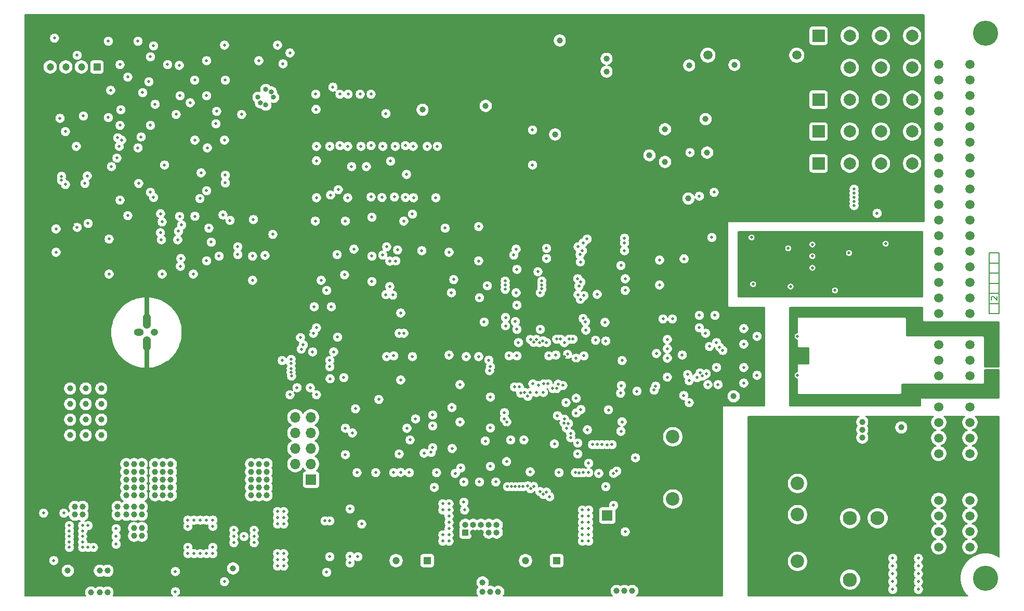
<source format=gbr>
G04 #@! TF.GenerationSoftware,KiCad,Pcbnew,5.1.5*
G04 #@! TF.CreationDate,2020-03-10T20:50:05+01:00*
G04 #@! TF.ProjectId,ETH1CDMM1,45544831-4344-44d4-9d31-2e6b69636164,rev?*
G04 #@! TF.SameCoordinates,Original*
G04 #@! TF.FileFunction,Copper,L2,Inr*
G04 #@! TF.FilePolarity,Positive*
%FSLAX46Y46*%
G04 Gerber Fmt 4.6, Leading zero omitted, Abs format (unit mm)*
G04 Created by KiCad (PCBNEW 5.1.5) date 2020-03-10 20:50:05*
%MOMM*%
%LPD*%
G04 APERTURE LIST*
%ADD10C,0.200000*%
%ADD11C,0.840000*%
%ADD12C,0.500000*%
%ADD13R,1.200000X1.200000*%
%ADD14C,1.200000*%
%ADD15O,1.200000X1.200000*%
%ADD16O,1.600000X1.200000*%
%ADD17C,1.500000*%
%ADD18C,2.200000*%
%ADD19C,2.300000*%
%ADD20C,2.000000*%
%ADD21R,2.000000X2.000000*%
%ADD22O,1.000000X1.000000*%
%ADD23R,1.000000X1.000000*%
%ADD24O,1.700000X1.700000*%
%ADD25R,1.700000X1.700000*%
%ADD26C,1.501140*%
%ADD27C,4.100000*%
%ADD28C,1.000000*%
%ADD29C,0.127000*%
%ADD30C,0.762000*%
%ADD31C,1.270000*%
G04 APERTURE END LIST*
D10*
X228084119Y-99091714D02*
X228036500Y-99044095D01*
X227988880Y-98948857D01*
X227988880Y-98710761D01*
X228036500Y-98615523D01*
X228084119Y-98567904D01*
X228179357Y-98520285D01*
X228274595Y-98520285D01*
X228417452Y-98567904D01*
X228988880Y-99139333D01*
X228988880Y-98520285D01*
D11*
X109855000Y-67310000D03*
X108966000Y-66929000D03*
X108585000Y-66040000D03*
X109855000Y-64770000D03*
X110744000Y-65151000D03*
X111125000Y-66040000D03*
D12*
X78401000Y-90566000D03*
X77301000Y-90566000D03*
X78401000Y-89266000D03*
X77301000Y-89266000D03*
X78401000Y-94249000D03*
X77301000Y-94249000D03*
X78401000Y-92949000D03*
X77301000Y-92949000D03*
D13*
X157226000Y-141605000D03*
D14*
X154686000Y-141605000D03*
X152146000Y-141605000D03*
D15*
X90424000Y-105664000D03*
X91694000Y-104394000D03*
X90424000Y-103124000D03*
D16*
X89154000Y-104394000D03*
D17*
X181864000Y-59182000D03*
X196342000Y-59182000D03*
D13*
X82359500Y-61087000D03*
D14*
X79819500Y-61087000D03*
X77279500Y-61087000D03*
X74739500Y-61087000D03*
D18*
X196469000Y-129032000D03*
X196469000Y-134112000D03*
X196469000Y-141732000D03*
X176149000Y-141732000D03*
X176149000Y-121412000D03*
X176149000Y-131572000D03*
D12*
X78401000Y-86883000D03*
X77301000Y-86883000D03*
X78401000Y-85583000D03*
X77301000Y-85583000D03*
D13*
X136144000Y-141605000D03*
D14*
X133604000Y-141605000D03*
X131064000Y-141605000D03*
D12*
X179290000Y-109381000D03*
X179290000Y-108331000D03*
X179290000Y-107281000D03*
X180340000Y-109381000D03*
X180340000Y-108331000D03*
X180340000Y-107281000D03*
X181390000Y-109381000D03*
X181390000Y-108331000D03*
X181390000Y-107281000D03*
D19*
X209514000Y-144700000D03*
X209514000Y-134700000D03*
X205014000Y-134700000D03*
X205014000Y-144700000D03*
D20*
X215138000Y-76835000D03*
X210058000Y-76835000D03*
X204978000Y-76835000D03*
D21*
X199898000Y-76835000D03*
D20*
X215138000Y-71628000D03*
X210058000Y-71628000D03*
X204978000Y-71628000D03*
D21*
X199898000Y-71628000D03*
D20*
X215138000Y-66421000D03*
X210058000Y-66421000D03*
X204978000Y-66421000D03*
D21*
X199898000Y-66421000D03*
D20*
X215138000Y-61214000D03*
X210058000Y-61214000D03*
X204978000Y-61214000D03*
D21*
X199898000Y-61214000D03*
D20*
X215138000Y-56007000D03*
X210058000Y-56007000D03*
X204978000Y-56007000D03*
D21*
X199898000Y-56007000D03*
D22*
X147447000Y-135763000D03*
X147447000Y-137033000D03*
X146177000Y-135763000D03*
X146177000Y-137033000D03*
X144907000Y-135763000D03*
X144907000Y-137033000D03*
X143637000Y-135763000D03*
X143637000Y-137033000D03*
X142367000Y-135763000D03*
D23*
X142367000Y-137033000D03*
D24*
X165481000Y-136779000D03*
D25*
X165481000Y-134239000D03*
D26*
X224540000Y-60630000D03*
X224540000Y-63170000D03*
X224540000Y-68250000D03*
X224540000Y-65710000D03*
X224540000Y-70790000D03*
X224540000Y-73330000D03*
X224540000Y-75870000D03*
X224540000Y-78410000D03*
X224540000Y-80950000D03*
X224540000Y-83490000D03*
X224540000Y-86030000D03*
X224540000Y-88570000D03*
X224540000Y-91110000D03*
X224540000Y-93650000D03*
X224540000Y-96190000D03*
X224540000Y-98730000D03*
X224540000Y-101270000D03*
X224540000Y-103810000D03*
X224540000Y-106350000D03*
X224540000Y-108890000D03*
X224540000Y-111430000D03*
X224540000Y-113970000D03*
X224540000Y-116510000D03*
X224540000Y-119050000D03*
X224540000Y-121590000D03*
X224540000Y-124130000D03*
X224540000Y-126670000D03*
X224540000Y-129210000D03*
X224540000Y-131750000D03*
X224540000Y-134290000D03*
X224540000Y-136830000D03*
X224540000Y-139370000D03*
X219460000Y-60630000D03*
X219460000Y-63170000D03*
X219460000Y-68250000D03*
X219460000Y-65710000D03*
X219460000Y-70790000D03*
X219460000Y-73330000D03*
X219460000Y-75870000D03*
X219460000Y-78410000D03*
X219460000Y-80950000D03*
X219460000Y-83490000D03*
X219460000Y-86030000D03*
X219460000Y-88570000D03*
X219460000Y-91110000D03*
X219460000Y-93650000D03*
X219460000Y-96190000D03*
X219460000Y-98730000D03*
X219460000Y-101270000D03*
X219460000Y-103810000D03*
X219460000Y-106350000D03*
X219460000Y-108890000D03*
X219460000Y-111430000D03*
X219460000Y-113970000D03*
X219460000Y-116510000D03*
X219460000Y-119050000D03*
X219460000Y-121590000D03*
X219460000Y-124130000D03*
X219460000Y-126670000D03*
X219460000Y-129210000D03*
X219460000Y-131750000D03*
X219460000Y-134290000D03*
X219460000Y-136830000D03*
X219460000Y-139370000D03*
D27*
X227080000Y-144450000D03*
X227080000Y-55550000D03*
D24*
X114681000Y-118237000D03*
X117221000Y-118237000D03*
X114681000Y-120777000D03*
X117221000Y-120777000D03*
X114681000Y-123317000D03*
X117221000Y-123317000D03*
X114681000Y-125857000D03*
X117221000Y-125857000D03*
X114681000Y-128397000D03*
D25*
X117221000Y-128397000D03*
D12*
X174561500Y-102171500D03*
X161671000Y-108204000D03*
X155956000Y-108204000D03*
X149479000Y-108204000D03*
X164084000Y-127381000D03*
X166497000Y-132588000D03*
X154559000Y-97917000D03*
X150622000Y-90805000D03*
X173990000Y-96647000D03*
X161417000Y-135382000D03*
X162433000Y-135382000D03*
X162433000Y-134366000D03*
X161417000Y-134366000D03*
X161417000Y-136398000D03*
X162433000Y-136398000D03*
X162433000Y-137414000D03*
X161417000Y-137414000D03*
X161417000Y-133350000D03*
X162433000Y-133350000D03*
X161417000Y-138430000D03*
X162433000Y-138430000D03*
X168402000Y-136906000D03*
X173355000Y-113157000D03*
D28*
X186055000Y-114808000D03*
D12*
X177673000Y-108076990D03*
X142113000Y-132080000D03*
X170053000Y-124841000D03*
X167894000Y-108966000D03*
X161544000Y-102108000D03*
X165100000Y-102743000D03*
X154559000Y-103886000D03*
X155574986Y-90678000D03*
X178816000Y-115824000D03*
X173482000Y-107823000D03*
X146431000Y-126238000D03*
X146431000Y-114935000D03*
X142240000Y-133350000D03*
X167640000Y-114300000D03*
X158242000Y-113030000D03*
X156861679Y-122571679D03*
X151892000Y-121920000D03*
X152908000Y-127127000D03*
X157607000Y-127254000D03*
X146304000Y-110617000D03*
X154237500Y-113030000D03*
X154178000Y-94488000D03*
X167892650Y-118974990D03*
X146431000Y-119955490D03*
X130048000Y-92760800D03*
X160714510Y-90424000D03*
X170307000Y-113982500D03*
X175260000Y-105537000D03*
X176085500Y-102171500D03*
X189865000Y-111379000D03*
X189865000Y-105029000D03*
X183261000Y-110109000D03*
X183261000Y-106045000D03*
X183515000Y-112903000D03*
X181864000Y-112903000D03*
D28*
X169545000Y-146558000D03*
X168275000Y-146558000D03*
X167005000Y-146558000D03*
X145161000Y-146685000D03*
X146431000Y-146685000D03*
X147701000Y-146685000D03*
X145161000Y-145161000D03*
D12*
X104648000Y-137668000D03*
X104648000Y-136652000D03*
X104648000Y-138684000D03*
X106299000Y-137668000D03*
D28*
X82804000Y-143256000D03*
X84074000Y-143256000D03*
X81407000Y-146812000D03*
X82804000Y-146812000D03*
X84074000Y-146812000D03*
D12*
X107950000Y-137668000D03*
X107950000Y-136652000D03*
X107950000Y-138684000D03*
D28*
X104521000Y-142875000D03*
X77597000Y-143256000D03*
D12*
X121539000Y-137160000D03*
X123571000Y-137160000D03*
D28*
X103505000Y-118618000D03*
X98425000Y-121158000D03*
X98425000Y-116078000D03*
X100965000Y-116078000D03*
X103505000Y-121158000D03*
X103505000Y-116078000D03*
X100965000Y-118618000D03*
X100965000Y-121158000D03*
X98425000Y-118618000D03*
X162814000Y-56642000D03*
X178816000Y-53594000D03*
X190373000Y-75057000D03*
X193294000Y-75184000D03*
X175895000Y-81534000D03*
X189230000Y-66294000D03*
D12*
X205613000Y-84963000D03*
X182626000Y-97790000D03*
X182499000Y-90170000D03*
X184023000Y-75691998D03*
D28*
X172847000Y-61722000D03*
D12*
X154686000Y-90805000D03*
X122555000Y-137160000D03*
X120396008Y-131826000D03*
X76200000Y-128397000D03*
X76200000Y-129286000D03*
X75311000Y-129286000D03*
X75311000Y-128397000D03*
X75311000Y-130175000D03*
X76200000Y-130175000D03*
D28*
X92964000Y-137541000D03*
X92964000Y-136271000D03*
X91694000Y-136271000D03*
X91694000Y-137541000D03*
X91694000Y-138811000D03*
X92964000Y-138811000D03*
D12*
X173101000Y-109474000D03*
X154559000Y-108331000D03*
X158496000Y-108331000D03*
X156591000Y-111506000D03*
X160401000Y-109414500D03*
X150495000Y-109982000D03*
X150495000Y-110744000D03*
X158496000Y-124841000D03*
X154305000Y-119888000D03*
X154305000Y-118872000D03*
X112903000Y-126238000D03*
X128142994Y-118110000D03*
X129032000Y-118110000D03*
X134493000Y-127127000D03*
X133223000Y-124079000D03*
X125222000Y-123952000D03*
X124333000Y-124841000D03*
X151511000Y-101473000D03*
X153797000Y-101473000D03*
X156654500Y-126301500D03*
X166427481Y-119691481D03*
X156972000Y-129413000D03*
X82042000Y-55753000D03*
X76454000Y-64389000D03*
X79756000Y-64770000D03*
X78359000Y-69088000D03*
X79121000Y-71628000D03*
X87884000Y-82804000D03*
X86106000Y-81534000D03*
X85598000Y-85344000D03*
X87376000Y-89154000D03*
X87249000Y-92329000D03*
X92964000Y-93599000D03*
X94742000Y-94869000D03*
X98552000Y-92202000D03*
X103505000Y-90551000D03*
X101219000Y-94742000D03*
X106172000Y-87122000D03*
X96647000Y-82677000D03*
X101981000Y-81280000D03*
X97917000Y-75565000D03*
X101473000Y-73025000D03*
X102235000Y-75819000D03*
X84074000Y-59436000D03*
X87376000Y-56896000D03*
X89154000Y-60706000D03*
X101981000Y-60071000D03*
X100838000Y-56769000D03*
X101473000Y-63246000D03*
X101981000Y-65532000D03*
X106680000Y-58801000D03*
X109982000Y-57531000D03*
X110617000Y-60071000D03*
X91567000Y-89916000D03*
X86106000Y-94869000D03*
X97536000Y-89916000D03*
X115951000Y-66548000D03*
X116014500Y-54800500D03*
X85090000Y-53594000D03*
X91122500Y-53540008D03*
X97091500Y-53539992D03*
X109093000Y-53539996D03*
X116014500Y-72540000D03*
X116014500Y-78539986D03*
X116014500Y-90540000D03*
X114808000Y-97790000D03*
X109093000Y-97790000D03*
X103060500Y-97790000D03*
X97091500Y-97790000D03*
X91059000Y-97790000D03*
X85090000Y-97790000D03*
X83439000Y-102108000D03*
X79057500Y-97790000D03*
X73342500Y-97790000D03*
X72009000Y-90551000D03*
X72009000Y-84518500D03*
X72009000Y-78549500D03*
X72009000Y-72517000D03*
X72009000Y-66548000D03*
X72072500Y-60579000D03*
X72072500Y-54800500D03*
X79121000Y-53594000D03*
X73342500Y-53594000D03*
X114871500Y-53530500D03*
X116078000Y-96520000D03*
X72072500Y-96520000D03*
X89789000Y-73406000D03*
X88519000Y-69977000D03*
X89027000Y-66802000D03*
X75946000Y-59944000D03*
X81280000Y-76835000D03*
D28*
X134112000Y-61595000D03*
D12*
X80899000Y-93980000D03*
X86995000Y-76708000D03*
X103060500Y-53539997D03*
X120205500Y-110998000D03*
X132613400Y-95377000D03*
X131383571Y-98302000D03*
X140106400Y-99161600D03*
D28*
X150723600Y-71424800D03*
D12*
X121158000Y-86233000D03*
X117983000Y-98425000D03*
X87376000Y-80077490D03*
D28*
X159130999Y-76581000D03*
X167259000Y-76200000D03*
X145669000Y-76327000D03*
D12*
X148971000Y-114427000D03*
X149034500Y-119824500D03*
X149442000Y-124359500D03*
X170243500Y-115121500D03*
X79375000Y-79883000D03*
X101473000Y-82613498D03*
X100838000Y-79438500D03*
X119570500Y-91694000D03*
X116078000Y-85788500D03*
X116078000Y-60579000D03*
X111633000Y-89916000D03*
X109347000Y-95631000D03*
X121412000Y-106172000D03*
X119507000Y-106299000D03*
X122809000Y-123257490D03*
X116840000Y-104394000D03*
D28*
X121666000Y-54737000D03*
X140589000Y-68072000D03*
D12*
X93853000Y-87376000D03*
D28*
X98425000Y-113538000D03*
X100965000Y-113538000D03*
X103505000Y-113538000D03*
D12*
X123571000Y-140906500D03*
X99187000Y-135001000D03*
X98171000Y-135001000D03*
X97155000Y-135001000D03*
X100203000Y-135001000D03*
X97155000Y-136017000D03*
X101219000Y-135001000D03*
X101219000Y-136017000D03*
X85471000Y-137668000D03*
X85471000Y-136398000D03*
X85471000Y-138938000D03*
D28*
X88392000Y-136271000D03*
X89662000Y-136271000D03*
X89662000Y-137541000D03*
X88392000Y-137541000D03*
D12*
X123571000Y-133159500D03*
X120269000Y-135128000D03*
X119514989Y-135128000D03*
X73660000Y-133858000D03*
X76962000Y-133858000D03*
D28*
X87122000Y-132842000D03*
X88392000Y-132842000D03*
X89662000Y-132842000D03*
X89662000Y-134112000D03*
X88392000Y-134112000D03*
X87122000Y-134112000D03*
X85725000Y-132842000D03*
X85725000Y-134112000D03*
X80010000Y-134112000D03*
X80010000Y-132842000D03*
X78740000Y-132842000D03*
X78740000Y-134112000D03*
X80518000Y-116078000D03*
X83058000Y-118618000D03*
X83058000Y-116078000D03*
X83058000Y-121158000D03*
X77978000Y-121158000D03*
X77978000Y-116078000D03*
X77978000Y-118618000D03*
X80518000Y-118618000D03*
X80518000Y-121158000D03*
X83058000Y-113538000D03*
X80518000Y-113538000D03*
X77978000Y-113538000D03*
D12*
X150622000Y-97917000D03*
X209423000Y-84963000D03*
X182499000Y-88900000D03*
X173990000Y-92583000D03*
X139700000Y-135382000D03*
X139700000Y-134366000D03*
X139700000Y-133350000D03*
X139700000Y-132334000D03*
X139700000Y-136398000D03*
X139700000Y-137414000D03*
X139700000Y-138430000D03*
X138684000Y-138430000D03*
X138684000Y-137414000D03*
X138684000Y-132334000D03*
X138684000Y-133350000D03*
D28*
X174879000Y-76581000D03*
X165354000Y-61848992D03*
D12*
X150749000Y-103886000D03*
X98044000Y-94869000D03*
X75438000Y-56388000D03*
X112649000Y-60579000D03*
X115505038Y-105218851D03*
X120777000Y-64389000D03*
X130936998Y-74041000D03*
X136144000Y-74041000D03*
X125222004Y-65532000D03*
X153289000Y-77089000D03*
X120269000Y-74041000D03*
X125349008Y-74041000D03*
X130810000Y-82296000D03*
X99123500Y-82550000D03*
X91567000Y-82359500D03*
X118110000Y-103632000D03*
X102870000Y-85217000D03*
X120396000Y-81978500D03*
X161099500Y-92900492D03*
X127762000Y-127254000D03*
X133223000Y-127254000D03*
X140716000Y-127381000D03*
X141478000Y-118999000D03*
X141478000Y-112903000D03*
X133731000Y-108331000D03*
X129540000Y-108331000D03*
X122809000Y-124333000D03*
X137033000Y-119634000D03*
X137033000Y-123190000D03*
X133350000Y-121920000D03*
X111760000Y-135636000D03*
X111760000Y-134620000D03*
X111760000Y-133604000D03*
X112776000Y-135636000D03*
X112776000Y-134620000D03*
X112776000Y-133604000D03*
X124460000Y-116840000D03*
X131826000Y-112141000D03*
X123952000Y-120777000D03*
X135636000Y-124079000D03*
X122555000Y-111760000D03*
X121539000Y-105156000D03*
X117602000Y-104520992D03*
X139700000Y-108077000D03*
X111760000Y-142494000D03*
X111760000Y-141478000D03*
X111760000Y-140462000D03*
X112776000Y-140462000D03*
X112776000Y-141478000D03*
X112776000Y-142494000D03*
X124714000Y-127254000D03*
X131572000Y-124206000D03*
X122809000Y-120015000D03*
X140157200Y-116636794D03*
D28*
X108712000Y-129667000D03*
X107442000Y-128397000D03*
X109982000Y-130937000D03*
X109982000Y-129667000D03*
X107442000Y-130937000D03*
X109982000Y-128397000D03*
X108712000Y-128397000D03*
X108712000Y-127127000D03*
X107442000Y-129667000D03*
X108712000Y-125857000D03*
X109982000Y-125857000D03*
X109982000Y-127127000D03*
X107442000Y-125857000D03*
X107442000Y-127127000D03*
X108712000Y-130937000D03*
X178689000Y-82550000D03*
D12*
X89027000Y-56896000D03*
X103124000Y-73025000D03*
X80137000Y-69088000D03*
X86106000Y-82804000D03*
X87376000Y-85344000D03*
X92964000Y-94869000D03*
X105283000Y-90424000D03*
X105283000Y-91694000D03*
X108712000Y-60071000D03*
X103251000Y-63246000D03*
X103124000Y-57531000D03*
X89027000Y-74294992D03*
X103251000Y-78740000D03*
X122809000Y-86233000D03*
X127127000Y-85598000D03*
X122682000Y-94996000D03*
X80391000Y-80077490D03*
X145927000Y-96774000D03*
X96139000Y-86868000D03*
X130048000Y-96900992D03*
D28*
X88392000Y-129667000D03*
X87122000Y-128397000D03*
X89662000Y-130937000D03*
X89662000Y-129667000D03*
X87122000Y-130937000D03*
X89662000Y-128397000D03*
X88392000Y-128397000D03*
X88392000Y-127127000D03*
X87122000Y-129667000D03*
X88392000Y-125857000D03*
X89662000Y-125857000D03*
X89662000Y-127127000D03*
X87122000Y-125857000D03*
X87122000Y-127127000D03*
X88392000Y-130937000D03*
X181737000Y-75057000D03*
D12*
X77216000Y-71628000D03*
X85979000Y-74041000D03*
X84328000Y-89154000D03*
X100203000Y-81280000D03*
X86106000Y-70612000D03*
X86106000Y-60706000D03*
X100203000Y-60071000D03*
X100203000Y-65786000D03*
X111760000Y-57531000D03*
X77216000Y-80264000D03*
X84328000Y-94869000D03*
X96012000Y-92329000D03*
X92964000Y-86360000D03*
X104013000Y-86109990D03*
X131318000Y-90932000D03*
X119761000Y-97536000D03*
X124206000Y-90805000D03*
X89154000Y-80077490D03*
X189230000Y-97790000D03*
X188849000Y-90170000D03*
X206121000Y-91440000D03*
X188976000Y-88900000D03*
X198882000Y-90043000D03*
X189230000Y-96520000D03*
X100203000Y-92710000D03*
X100965012Y-89662000D03*
X79121000Y-59182000D03*
X160291276Y-127248809D03*
X160917520Y-127279821D03*
X150749000Y-108204000D03*
X165227000Y-129540000D03*
X180086000Y-111760000D03*
X161544000Y-127254000D03*
X181483000Y-104521000D03*
X180467000Y-103632000D03*
X180467000Y-101600000D03*
X183007000Y-101600000D03*
X211963000Y-143764000D03*
X211963000Y-142494000D03*
X211963000Y-141224000D03*
X211963000Y-145034000D03*
X211963000Y-146304000D03*
X216154000Y-143764000D03*
X216154000Y-142494000D03*
X216154000Y-145034000D03*
X216154000Y-146304000D03*
X216154000Y-141224000D03*
D28*
X207010000Y-120269000D03*
X207010000Y-118999000D03*
X207010000Y-121539000D03*
X213360000Y-119888000D03*
D12*
X198882000Y-91948000D03*
X198882000Y-93853000D03*
X204851000Y-91440000D03*
X202565000Y-97536000D03*
X113792000Y-114554000D03*
X118110000Y-114554000D03*
X142494000Y-108331000D03*
X107696000Y-91948000D03*
D28*
X181482992Y-69596000D03*
D12*
X182880000Y-81534000D03*
X153289000Y-71374000D03*
X168275000Y-91059000D03*
D28*
X174879000Y-71247000D03*
D12*
X168275000Y-89027000D03*
X168275000Y-89789000D03*
D28*
X165354000Y-59753500D03*
D12*
X127127000Y-91948000D03*
X127127000Y-96075500D03*
X129540000Y-90424000D03*
X144526000Y-87122000D03*
X144526000Y-92714000D03*
X142113000Y-128778000D03*
X144653000Y-128778004D03*
X147320000Y-128778000D03*
X140208000Y-123317000D03*
X137033000Y-117856000D03*
X132842000Y-120015000D03*
X134238992Y-118491000D03*
X137668000Y-127254000D03*
X137287000Y-129667000D03*
X136779000Y-123952000D03*
X146179491Y-108914483D03*
X151003000Y-106045000D03*
D28*
X145669000Y-67437000D03*
X172339000Y-75501500D03*
X186182000Y-60769500D03*
X157734000Y-56769000D03*
D12*
X187706008Y-103759000D03*
X187706000Y-106299000D03*
X187706000Y-110109000D03*
X183757834Y-106795834D03*
X187706000Y-112649000D03*
X184288166Y-107326166D03*
X196469000Y-111379000D03*
X196469000Y-105028986D03*
X95758000Y-60833000D03*
X91821000Y-67183000D03*
X93853000Y-60706000D03*
X98277000Y-63246000D03*
X95885000Y-65786000D03*
X90805000Y-63500000D03*
X86233000Y-68072000D03*
X95250000Y-68830000D03*
X85598020Y-75946000D03*
X144653000Y-98742500D03*
X140081000Y-97917000D03*
X135255000Y-91059000D03*
X140462000Y-95758000D03*
X139700000Y-91313000D03*
X139065000Y-87376000D03*
X175260000Y-108585000D03*
X175260000Y-107061000D03*
X175260000Y-111692521D03*
X166497000Y-127381000D03*
X177927000Y-114681000D03*
X178816000Y-112268000D03*
X167005000Y-127000000D03*
X173101000Y-113792000D03*
X182118000Y-106680000D03*
X120269000Y-140970000D03*
X119761000Y-143510000D03*
X123571000Y-141986000D03*
X124841000Y-140970000D03*
X125476000Y-135636000D03*
X177990500Y-92392500D03*
X194945000Y-90678000D03*
X195326000Y-96901000D03*
X117475000Y-107569000D03*
X115633500Y-107124500D03*
X107823000Y-85978982D03*
X120269000Y-109982000D03*
X95504000Y-89281000D03*
X113982489Y-108783497D03*
X113982500Y-109410500D03*
X95821500Y-85471000D03*
X120332500Y-111950500D03*
X92837000Y-89281000D03*
X113982500Y-110243997D03*
X113982500Y-110871000D03*
X92709992Y-85026500D03*
X95948500Y-93599000D03*
X112522000Y-108966000D03*
X109728000Y-91821000D03*
X114046000Y-111506000D03*
X100330000Y-74295000D03*
X107696000Y-95885000D03*
X98298000Y-73025000D03*
X101727000Y-70358000D03*
D28*
X178816000Y-60833000D03*
D12*
X180467000Y-82169000D03*
X178943000Y-75057000D03*
D28*
X156972000Y-72085200D03*
D12*
X130175000Y-76454000D03*
X132778500Y-78613000D03*
X129413000Y-68707000D03*
X128778000Y-82359500D03*
X133858000Y-74041000D03*
X128905000Y-74041000D03*
X117983000Y-65532000D03*
X123253500Y-65532000D03*
X126238000Y-77343000D03*
X118110000Y-74041000D03*
X123190000Y-74041000D03*
X118110000Y-82423000D03*
X91059000Y-59436000D03*
X84201000Y-69342000D03*
X91059000Y-70612000D03*
X87376000Y-62738000D03*
X144526000Y-108331000D03*
X76327000Y-69469000D03*
X78994000Y-74041000D03*
X84709000Y-77343000D03*
X150749000Y-99949000D03*
X91567000Y-57658000D03*
X101854006Y-68326000D03*
X155067000Y-130810000D03*
X131013200Y-92714000D03*
X132334000Y-86233000D03*
X146431000Y-109982000D03*
X145415000Y-102679500D03*
X153480643Y-105980357D03*
X150241000Y-91757500D03*
X153924000Y-105537000D03*
X155575000Y-92329000D03*
X152527000Y-129413000D03*
X152970357Y-129856357D03*
X153481631Y-129493410D03*
X161984510Y-104013000D03*
X145619284Y-122096725D03*
X181602001Y-111125000D03*
X149098000Y-118999000D03*
X180975000Y-111506000D03*
X148717000Y-118491000D03*
X180594000Y-110998000D03*
X148717000Y-117475000D03*
X162433000Y-127254000D03*
X178562000Y-111252000D03*
X141605000Y-126492000D03*
X162433000Y-125730000D03*
X80899000Y-86614000D03*
X95631000Y-87884000D03*
X79121000Y-87249000D03*
X92684928Y-88111291D03*
X75692000Y-91313000D03*
X75688500Y-87499500D03*
X168402000Y-97536000D03*
X151757003Y-129540000D03*
X168402000Y-95631000D03*
X151130000Y-129540000D03*
X149860000Y-129540000D03*
X167703500Y-93472000D03*
X163830000Y-98171000D03*
X150495000Y-129540000D03*
X160655000Y-95631000D03*
X149225000Y-129540000D03*
X118110000Y-76390500D03*
X118046500Y-68008500D03*
X91059000Y-81534000D03*
X113792000Y-58801000D03*
X152971500Y-105537000D03*
X84582000Y-64897000D03*
X89789000Y-65277966D03*
X154813000Y-96647000D03*
X154993225Y-105764388D03*
X154813000Y-96012000D03*
X155575000Y-106045000D03*
X154813000Y-97282000D03*
X154432510Y-106045000D03*
X154513730Y-130350176D03*
X128905000Y-91757500D03*
X156083000Y-131191000D03*
X130556000Y-98298000D03*
X155567255Y-130431994D03*
X129413000Y-98234500D03*
X205676500Y-83693000D03*
X165227000Y-105791000D03*
X159885003Y-105473500D03*
X205676500Y-83058000D03*
X159258000Y-105473500D03*
X205676500Y-82359500D03*
X157861000Y-105473500D03*
X205676500Y-81661000D03*
X157226000Y-105473500D03*
X205676500Y-81026000D03*
X163576000Y-105664000D03*
X161925000Y-102653000D03*
X152019000Y-114173000D03*
X152908000Y-114173000D03*
X153924000Y-114173000D03*
X155066994Y-114173000D03*
X156591000Y-113538000D03*
X157226000Y-113538000D03*
X167779911Y-113038490D03*
X149094356Y-125448980D03*
X157099000Y-108077000D03*
X160655000Y-122428000D03*
X149733000Y-121920000D03*
X160655000Y-124206000D03*
X163068000Y-122682000D03*
X163830000Y-122682000D03*
X164592000Y-122682000D03*
X165442000Y-122702000D03*
X166243000Y-122682000D03*
X159512000Y-121539000D03*
X159512000Y-120904000D03*
X159131000Y-119253000D03*
X158439183Y-119139453D03*
X158504431Y-118515845D03*
X165665481Y-117024481D03*
X158480026Y-106043833D03*
X159004000Y-107950000D03*
X157353000Y-117983000D03*
X167699500Y-120523000D03*
X161163000Y-116967000D03*
X162246490Y-120269000D03*
X160401000Y-117542500D03*
X158750000Y-115824000D03*
X157480000Y-112827806D03*
X155829000Y-112776000D03*
X155126510Y-112776000D03*
X153356490Y-112776026D03*
X151384000Y-114300000D03*
X151130000Y-113284000D03*
X150368000Y-113284000D03*
X160401000Y-108585000D03*
X160401000Y-115121500D03*
X158826611Y-119983785D03*
X152527000Y-114808000D03*
X130683000Y-127254000D03*
X131803818Y-127206385D03*
X131572000Y-104520988D03*
X132334000Y-104521000D03*
X130683000Y-108204000D03*
D28*
X217678000Y-143764000D03*
D12*
X121920000Y-73914000D03*
X160845500Y-96837500D03*
X132588000Y-73914020D03*
X161417000Y-91059000D03*
X161671000Y-98361500D03*
X121666000Y-81089500D03*
X127000000Y-73914000D03*
X161036000Y-91694000D03*
X161544000Y-89789000D03*
X137795000Y-74041000D03*
X160718500Y-98234500D03*
X132588000Y-82359500D03*
X161099500Y-98996500D03*
X137541000Y-82423000D03*
X121919996Y-65532000D03*
X161170071Y-96178929D03*
X162179000Y-89154000D03*
X127000000Y-65532000D03*
X210820000Y-89916000D03*
X103124000Y-145034000D03*
X75311000Y-141605000D03*
X99187000Y-140462000D03*
X100203000Y-140462000D03*
X98171000Y-140462000D03*
X97155000Y-140462000D03*
X97155000Y-139446000D03*
X101219000Y-140462000D03*
X101219000Y-139446000D03*
X80010000Y-137668000D03*
X80010000Y-136779000D03*
X80010000Y-135890000D03*
X80899000Y-135890000D03*
X80010000Y-138557000D03*
X80010000Y-139446000D03*
X80899000Y-139446000D03*
X81788000Y-139446000D03*
X77851000Y-137668000D03*
X77851000Y-136779000D03*
X77851000Y-135890000D03*
X77851000Y-138557000D03*
X77851000Y-139446000D03*
X150749000Y-94107000D03*
X80772000Y-78867000D03*
X150495000Y-102616000D03*
X76580355Y-79574349D03*
X148905279Y-101959029D03*
X148907500Y-103314500D03*
X76581000Y-78930500D03*
X85725000Y-72644000D03*
X148844000Y-97345500D03*
X89535000Y-72517000D03*
X148844000Y-96647000D03*
X86360000Y-73025000D03*
X148844000Y-96012000D03*
X127000000Y-82296000D03*
X114935000Y-113411000D03*
X128270000Y-115315996D03*
X120269000Y-108966000D03*
X99314000Y-78359000D03*
X98309204Y-85438001D03*
X103251000Y-80010000D03*
X100584010Y-87376000D03*
X121479489Y-91694000D03*
X93345000Y-77089000D03*
X105918000Y-68834000D03*
X97536000Y-66929000D03*
X84201000Y-56896000D03*
X95123000Y-146685000D03*
D28*
X91821000Y-125857000D03*
X94361000Y-125857000D03*
X94361000Y-128397000D03*
X91821000Y-128397000D03*
X91821000Y-130937000D03*
X94361000Y-130937000D03*
X94361000Y-129667000D03*
X93091000Y-129667000D03*
X91821000Y-129667000D03*
X91821000Y-127127000D03*
X93091000Y-127127000D03*
X94361000Y-127127000D03*
X93091000Y-125857000D03*
X93091000Y-128397000D03*
X93091000Y-130937000D03*
D12*
X95123000Y-143383000D03*
D28*
X135382000Y-68072000D03*
D12*
X133921500Y-82423000D03*
X123825000Y-77343000D03*
X123190000Y-82423000D03*
X117094000Y-113411000D03*
X115951000Y-106426000D03*
X102235000Y-91948000D03*
X110998000Y-88392000D03*
X120904000Y-107569000D03*
X133731000Y-85090000D03*
X118872000Y-95885000D03*
X120523000Y-100203000D03*
X117729000Y-100203000D03*
X131826000Y-101219000D03*
X117919522Y-86233000D03*
D29*
X227647500Y-91440000D02*
X229298500Y-91440000D01*
X227647500Y-93091000D02*
X229298500Y-93091000D01*
X229298500Y-101346000D02*
X227647500Y-101346000D01*
X227647500Y-91440000D02*
X227647500Y-101346000D01*
X227647500Y-98044000D02*
X229298500Y-98044000D01*
X227647500Y-96393000D02*
X229298500Y-96393000D01*
X227647500Y-94742000D02*
X229298500Y-94742000D01*
X229298500Y-91440000D02*
X229298500Y-101346000D01*
X227647500Y-99695000D02*
X229298500Y-99695000D01*
D30*
X90424000Y-105918000D02*
X90424000Y-109220000D01*
D31*
X90424000Y-105664000D02*
X90424000Y-106743500D01*
D30*
X90424000Y-106743500D02*
X90424000Y-110871000D01*
X90424000Y-98107500D02*
X90487500Y-98044000D01*
D31*
X90424000Y-102275472D02*
X90424000Y-101917500D01*
X90424000Y-103124000D02*
X90424000Y-102275472D01*
D30*
X90424000Y-101917500D02*
X90424000Y-98107500D01*
D29*
G36*
X217106500Y-52667802D02*
G01*
X217106500Y-86206698D01*
X217016698Y-86296500D01*
X185293000Y-86296500D01*
X185280612Y-86297720D01*
X185268700Y-86301334D01*
X185257721Y-86307202D01*
X185248099Y-86315099D01*
X185121099Y-86442099D01*
X185113202Y-86451721D01*
X185107334Y-86462700D01*
X185103720Y-86474612D01*
X185102500Y-86487000D01*
X185102500Y-100076000D01*
X185103720Y-100088388D01*
X185107334Y-100100300D01*
X185113202Y-100111279D01*
X185121099Y-100120901D01*
X185248099Y-100247901D01*
X185257721Y-100255798D01*
X185268700Y-100261666D01*
X185280612Y-100265280D01*
X185293000Y-100266500D01*
X190981698Y-100266500D01*
X191071500Y-100356302D01*
X191071500Y-116305698D01*
X190981698Y-116395500D01*
X184404000Y-116395500D01*
X184391612Y-116396720D01*
X184379700Y-116400334D01*
X184368721Y-116406202D01*
X184359099Y-116414099D01*
X184232099Y-116541099D01*
X184224202Y-116550721D01*
X184218334Y-116561700D01*
X184214720Y-116573612D01*
X184213500Y-116586000D01*
X184213500Y-147293698D01*
X184123698Y-147383500D01*
X170234831Y-147383500D01*
X170377289Y-147241042D01*
X170494551Y-147065546D01*
X170575323Y-146870545D01*
X170616500Y-146663534D01*
X170616500Y-146452466D01*
X170575323Y-146245455D01*
X170494551Y-146050454D01*
X170377289Y-145874958D01*
X170228042Y-145725711D01*
X170052546Y-145608449D01*
X169857545Y-145527677D01*
X169650534Y-145486500D01*
X169439466Y-145486500D01*
X169232455Y-145527677D01*
X169037454Y-145608449D01*
X168910000Y-145693611D01*
X168782546Y-145608449D01*
X168587545Y-145527677D01*
X168380534Y-145486500D01*
X168169466Y-145486500D01*
X167962455Y-145527677D01*
X167767454Y-145608449D01*
X167640000Y-145693611D01*
X167512546Y-145608449D01*
X167317545Y-145527677D01*
X167110534Y-145486500D01*
X166899466Y-145486500D01*
X166692455Y-145527677D01*
X166497454Y-145608449D01*
X166321958Y-145725711D01*
X166172711Y-145874958D01*
X166055449Y-146050454D01*
X165974677Y-146245455D01*
X165933500Y-146452466D01*
X165933500Y-146663534D01*
X165974677Y-146870545D01*
X166055449Y-147065546D01*
X166172711Y-147241042D01*
X166315169Y-147383500D01*
X148517831Y-147383500D01*
X148533289Y-147368042D01*
X148650551Y-147192546D01*
X148731323Y-146997545D01*
X148772500Y-146790534D01*
X148772500Y-146579466D01*
X148731323Y-146372455D01*
X148650551Y-146177454D01*
X148533289Y-146001958D01*
X148384042Y-145852711D01*
X148208546Y-145735449D01*
X148013545Y-145654677D01*
X147806534Y-145613500D01*
X147595466Y-145613500D01*
X147388455Y-145654677D01*
X147193454Y-145735449D01*
X147066000Y-145820611D01*
X146938546Y-145735449D01*
X146743545Y-145654677D01*
X146536534Y-145613500D01*
X146325466Y-145613500D01*
X146118455Y-145654677D01*
X146115849Y-145655757D01*
X146191323Y-145473545D01*
X146232500Y-145266534D01*
X146232500Y-145055466D01*
X146191323Y-144848455D01*
X146110551Y-144653454D01*
X145993289Y-144477958D01*
X145844042Y-144328711D01*
X145668546Y-144211449D01*
X145473545Y-144130677D01*
X145266534Y-144089500D01*
X145055466Y-144089500D01*
X144848455Y-144130677D01*
X144653454Y-144211449D01*
X144477958Y-144328711D01*
X144328711Y-144477958D01*
X144211449Y-144653454D01*
X144130677Y-144848455D01*
X144089500Y-145055466D01*
X144089500Y-145266534D01*
X144130677Y-145473545D01*
X144211449Y-145668546D01*
X144328711Y-145844042D01*
X144407669Y-145923000D01*
X144328711Y-146001958D01*
X144211449Y-146177454D01*
X144130677Y-146372455D01*
X144089500Y-146579466D01*
X144089500Y-146790534D01*
X144130677Y-146997545D01*
X144211449Y-147192546D01*
X144328711Y-147368042D01*
X144344169Y-147383500D01*
X95556282Y-147383500D01*
X95646676Y-147323101D01*
X95761101Y-147208676D01*
X95851004Y-147074126D01*
X95912930Y-146924623D01*
X95944500Y-146765911D01*
X95944500Y-146604089D01*
X95912930Y-146445377D01*
X95851004Y-146295874D01*
X95761101Y-146161324D01*
X95646676Y-146046899D01*
X95512126Y-145956996D01*
X95362623Y-145895070D01*
X95203911Y-145863500D01*
X95042089Y-145863500D01*
X94883377Y-145895070D01*
X94733874Y-145956996D01*
X94599324Y-146046899D01*
X94484899Y-146161324D01*
X94394996Y-146295874D01*
X94333070Y-146445377D01*
X94301500Y-146604089D01*
X94301500Y-146765911D01*
X94333070Y-146924623D01*
X94394996Y-147074126D01*
X94484899Y-147208676D01*
X94599324Y-147323101D01*
X94689718Y-147383500D01*
X84980818Y-147383500D01*
X85023551Y-147319546D01*
X85104323Y-147124545D01*
X85145500Y-146917534D01*
X85145500Y-146706466D01*
X85104323Y-146499455D01*
X85023551Y-146304454D01*
X84906289Y-146128958D01*
X84757042Y-145979711D01*
X84581546Y-145862449D01*
X84386545Y-145781677D01*
X84179534Y-145740500D01*
X83968466Y-145740500D01*
X83761455Y-145781677D01*
X83566454Y-145862449D01*
X83439000Y-145947611D01*
X83311546Y-145862449D01*
X83116545Y-145781677D01*
X82909534Y-145740500D01*
X82698466Y-145740500D01*
X82491455Y-145781677D01*
X82296454Y-145862449D01*
X82120958Y-145979711D01*
X82105500Y-145995169D01*
X82090042Y-145979711D01*
X81914546Y-145862449D01*
X81719545Y-145781677D01*
X81512534Y-145740500D01*
X81301466Y-145740500D01*
X81094455Y-145781677D01*
X80899454Y-145862449D01*
X80723958Y-145979711D01*
X80574711Y-146128958D01*
X80457449Y-146304454D01*
X80376677Y-146499455D01*
X80335500Y-146706466D01*
X80335500Y-146917534D01*
X80376677Y-147124545D01*
X80457449Y-147319546D01*
X80500182Y-147383500D01*
X70638302Y-147383500D01*
X70596500Y-147341698D01*
X70596500Y-144953089D01*
X102302500Y-144953089D01*
X102302500Y-145114911D01*
X102334070Y-145273623D01*
X102395996Y-145423126D01*
X102485899Y-145557676D01*
X102600324Y-145672101D01*
X102734874Y-145762004D01*
X102884377Y-145823930D01*
X103043089Y-145855500D01*
X103204911Y-145855500D01*
X103363623Y-145823930D01*
X103513126Y-145762004D01*
X103647676Y-145672101D01*
X103762101Y-145557676D01*
X103852004Y-145423126D01*
X103913930Y-145273623D01*
X103945500Y-145114911D01*
X103945500Y-144953089D01*
X103913930Y-144794377D01*
X103852004Y-144644874D01*
X103762101Y-144510324D01*
X103647676Y-144395899D01*
X103513126Y-144305996D01*
X103363623Y-144244070D01*
X103204911Y-144212500D01*
X103043089Y-144212500D01*
X102884377Y-144244070D01*
X102734874Y-144305996D01*
X102600324Y-144395899D01*
X102485899Y-144510324D01*
X102395996Y-144644874D01*
X102334070Y-144794377D01*
X102302500Y-144953089D01*
X70596500Y-144953089D01*
X70596500Y-143150466D01*
X76525500Y-143150466D01*
X76525500Y-143361534D01*
X76566677Y-143568545D01*
X76647449Y-143763546D01*
X76764711Y-143939042D01*
X76913958Y-144088289D01*
X77089454Y-144205551D01*
X77284455Y-144286323D01*
X77491466Y-144327500D01*
X77702534Y-144327500D01*
X77909545Y-144286323D01*
X78104546Y-144205551D01*
X78280042Y-144088289D01*
X78429289Y-143939042D01*
X78546551Y-143763546D01*
X78627323Y-143568545D01*
X78668500Y-143361534D01*
X78668500Y-143150466D01*
X81732500Y-143150466D01*
X81732500Y-143361534D01*
X81773677Y-143568545D01*
X81854449Y-143763546D01*
X81971711Y-143939042D01*
X82120958Y-144088289D01*
X82296454Y-144205551D01*
X82491455Y-144286323D01*
X82698466Y-144327500D01*
X82909534Y-144327500D01*
X83116545Y-144286323D01*
X83311546Y-144205551D01*
X83439000Y-144120389D01*
X83566454Y-144205551D01*
X83761455Y-144286323D01*
X83968466Y-144327500D01*
X84179534Y-144327500D01*
X84386545Y-144286323D01*
X84581546Y-144205551D01*
X84757042Y-144088289D01*
X84906289Y-143939042D01*
X85023551Y-143763546D01*
X85104323Y-143568545D01*
X85145500Y-143361534D01*
X85145500Y-143302089D01*
X94301500Y-143302089D01*
X94301500Y-143463911D01*
X94333070Y-143622623D01*
X94394996Y-143772126D01*
X94484899Y-143906676D01*
X94599324Y-144021101D01*
X94733874Y-144111004D01*
X94883377Y-144172930D01*
X95042089Y-144204500D01*
X95203911Y-144204500D01*
X95362623Y-144172930D01*
X95512126Y-144111004D01*
X95646676Y-144021101D01*
X95761101Y-143906676D01*
X95851004Y-143772126D01*
X95912930Y-143622623D01*
X95944500Y-143463911D01*
X95944500Y-143302089D01*
X95912930Y-143143377D01*
X95851004Y-142993874D01*
X95761101Y-142859324D01*
X95671243Y-142769466D01*
X103449500Y-142769466D01*
X103449500Y-142980534D01*
X103490677Y-143187545D01*
X103571449Y-143382546D01*
X103688711Y-143558042D01*
X103837958Y-143707289D01*
X104013454Y-143824551D01*
X104208455Y-143905323D01*
X104415466Y-143946500D01*
X104626534Y-143946500D01*
X104833545Y-143905323D01*
X105028546Y-143824551D01*
X105204042Y-143707289D01*
X105353289Y-143558042D01*
X105439452Y-143429089D01*
X118939500Y-143429089D01*
X118939500Y-143590911D01*
X118971070Y-143749623D01*
X119032996Y-143899126D01*
X119122899Y-144033676D01*
X119237324Y-144148101D01*
X119371874Y-144238004D01*
X119521377Y-144299930D01*
X119680089Y-144331500D01*
X119841911Y-144331500D01*
X120000623Y-144299930D01*
X120150126Y-144238004D01*
X120284676Y-144148101D01*
X120399101Y-144033676D01*
X120489004Y-143899126D01*
X120550930Y-143749623D01*
X120582500Y-143590911D01*
X120582500Y-143429089D01*
X120550930Y-143270377D01*
X120489004Y-143120874D01*
X120399101Y-142986324D01*
X120284676Y-142871899D01*
X120150126Y-142781996D01*
X120000623Y-142720070D01*
X119841911Y-142688500D01*
X119680089Y-142688500D01*
X119521377Y-142720070D01*
X119371874Y-142781996D01*
X119237324Y-142871899D01*
X119122899Y-142986324D01*
X119032996Y-143120874D01*
X118971070Y-143270377D01*
X118939500Y-143429089D01*
X105439452Y-143429089D01*
X105470551Y-143382546D01*
X105551323Y-143187545D01*
X105592500Y-142980534D01*
X105592500Y-142769466D01*
X105551323Y-142562455D01*
X105470551Y-142367454D01*
X105353289Y-142191958D01*
X105204042Y-142042711D01*
X105028546Y-141925449D01*
X104833545Y-141844677D01*
X104626534Y-141803500D01*
X104415466Y-141803500D01*
X104208455Y-141844677D01*
X104013454Y-141925449D01*
X103837958Y-142042711D01*
X103688711Y-142191958D01*
X103571449Y-142367454D01*
X103490677Y-142562455D01*
X103449500Y-142769466D01*
X95671243Y-142769466D01*
X95646676Y-142744899D01*
X95512126Y-142654996D01*
X95362623Y-142593070D01*
X95203911Y-142561500D01*
X95042089Y-142561500D01*
X94883377Y-142593070D01*
X94733874Y-142654996D01*
X94599324Y-142744899D01*
X94484899Y-142859324D01*
X94394996Y-142993874D01*
X94333070Y-143143377D01*
X94301500Y-143302089D01*
X85145500Y-143302089D01*
X85145500Y-143150466D01*
X85104323Y-142943455D01*
X85023551Y-142748454D01*
X84906289Y-142572958D01*
X84757042Y-142423711D01*
X84581546Y-142306449D01*
X84386545Y-142225677D01*
X84179534Y-142184500D01*
X83968466Y-142184500D01*
X83761455Y-142225677D01*
X83566454Y-142306449D01*
X83439000Y-142391611D01*
X83311546Y-142306449D01*
X83116545Y-142225677D01*
X82909534Y-142184500D01*
X82698466Y-142184500D01*
X82491455Y-142225677D01*
X82296454Y-142306449D01*
X82120958Y-142423711D01*
X81971711Y-142572958D01*
X81854449Y-142748454D01*
X81773677Y-142943455D01*
X81732500Y-143150466D01*
X78668500Y-143150466D01*
X78627323Y-142943455D01*
X78546551Y-142748454D01*
X78429289Y-142572958D01*
X78280042Y-142423711D01*
X78104546Y-142306449D01*
X77909545Y-142225677D01*
X77702534Y-142184500D01*
X77491466Y-142184500D01*
X77284455Y-142225677D01*
X77089454Y-142306449D01*
X76913958Y-142423711D01*
X76764711Y-142572958D01*
X76647449Y-142748454D01*
X76566677Y-142943455D01*
X76525500Y-143150466D01*
X70596500Y-143150466D01*
X70596500Y-141524089D01*
X74489500Y-141524089D01*
X74489500Y-141685911D01*
X74521070Y-141844623D01*
X74582996Y-141994126D01*
X74672899Y-142128676D01*
X74787324Y-142243101D01*
X74921874Y-142333004D01*
X75071377Y-142394930D01*
X75230089Y-142426500D01*
X75391911Y-142426500D01*
X75550623Y-142394930D01*
X75700126Y-142333004D01*
X75834676Y-142243101D01*
X75949101Y-142128676D01*
X76039004Y-141994126D01*
X76100930Y-141844623D01*
X76132500Y-141685911D01*
X76132500Y-141524089D01*
X76100930Y-141365377D01*
X76039004Y-141215874D01*
X75949101Y-141081324D01*
X75834676Y-140966899D01*
X75700126Y-140876996D01*
X75550623Y-140815070D01*
X75391911Y-140783500D01*
X75230089Y-140783500D01*
X75071377Y-140815070D01*
X74921874Y-140876996D01*
X74787324Y-140966899D01*
X74672899Y-141081324D01*
X74582996Y-141215874D01*
X74521070Y-141365377D01*
X74489500Y-141524089D01*
X70596500Y-141524089D01*
X70596500Y-135809089D01*
X77029500Y-135809089D01*
X77029500Y-135970911D01*
X77061070Y-136129623D01*
X77122996Y-136279126D01*
X77159996Y-136334500D01*
X77122996Y-136389874D01*
X77061070Y-136539377D01*
X77029500Y-136698089D01*
X77029500Y-136859911D01*
X77061070Y-137018623D01*
X77122996Y-137168126D01*
X77159996Y-137223500D01*
X77122996Y-137278874D01*
X77061070Y-137428377D01*
X77029500Y-137587089D01*
X77029500Y-137748911D01*
X77061070Y-137907623D01*
X77122996Y-138057126D01*
X77159996Y-138112500D01*
X77122996Y-138167874D01*
X77061070Y-138317377D01*
X77029500Y-138476089D01*
X77029500Y-138637911D01*
X77061070Y-138796623D01*
X77122996Y-138946126D01*
X77159996Y-139001500D01*
X77122996Y-139056874D01*
X77061070Y-139206377D01*
X77029500Y-139365089D01*
X77029500Y-139526911D01*
X77061070Y-139685623D01*
X77122996Y-139835126D01*
X77212899Y-139969676D01*
X77327324Y-140084101D01*
X77461874Y-140174004D01*
X77611377Y-140235930D01*
X77770089Y-140267500D01*
X77931911Y-140267500D01*
X78090623Y-140235930D01*
X78240126Y-140174004D01*
X78374676Y-140084101D01*
X78489101Y-139969676D01*
X78579004Y-139835126D01*
X78640930Y-139685623D01*
X78672500Y-139526911D01*
X78672500Y-139365089D01*
X78640930Y-139206377D01*
X78579004Y-139056874D01*
X78542004Y-139001500D01*
X78579004Y-138946126D01*
X78640930Y-138796623D01*
X78672500Y-138637911D01*
X78672500Y-138476089D01*
X78640930Y-138317377D01*
X78579004Y-138167874D01*
X78542004Y-138112500D01*
X78579004Y-138057126D01*
X78640930Y-137907623D01*
X78672500Y-137748911D01*
X78672500Y-137587089D01*
X78640930Y-137428377D01*
X78579004Y-137278874D01*
X78542004Y-137223500D01*
X78579004Y-137168126D01*
X78640930Y-137018623D01*
X78672500Y-136859911D01*
X78672500Y-136698089D01*
X78640930Y-136539377D01*
X78579004Y-136389874D01*
X78542004Y-136334500D01*
X78579004Y-136279126D01*
X78640930Y-136129623D01*
X78672500Y-135970911D01*
X78672500Y-135809089D01*
X78640930Y-135650377D01*
X78579004Y-135500874D01*
X78489101Y-135366324D01*
X78374676Y-135251899D01*
X78240126Y-135161996D01*
X78090623Y-135100070D01*
X77931911Y-135068500D01*
X77770089Y-135068500D01*
X77611377Y-135100070D01*
X77461874Y-135161996D01*
X77327324Y-135251899D01*
X77212899Y-135366324D01*
X77122996Y-135500874D01*
X77061070Y-135650377D01*
X77029500Y-135809089D01*
X70596500Y-135809089D01*
X70596500Y-133777089D01*
X72838500Y-133777089D01*
X72838500Y-133938911D01*
X72870070Y-134097623D01*
X72931996Y-134247126D01*
X73021899Y-134381676D01*
X73136324Y-134496101D01*
X73270874Y-134586004D01*
X73420377Y-134647930D01*
X73579089Y-134679500D01*
X73740911Y-134679500D01*
X73899623Y-134647930D01*
X74049126Y-134586004D01*
X74183676Y-134496101D01*
X74298101Y-134381676D01*
X74388004Y-134247126D01*
X74449930Y-134097623D01*
X74481500Y-133938911D01*
X74481500Y-133777089D01*
X76140500Y-133777089D01*
X76140500Y-133938911D01*
X76172070Y-134097623D01*
X76233996Y-134247126D01*
X76323899Y-134381676D01*
X76438324Y-134496101D01*
X76572874Y-134586004D01*
X76722377Y-134647930D01*
X76881089Y-134679500D01*
X77042911Y-134679500D01*
X77201623Y-134647930D01*
X77351126Y-134586004D01*
X77485676Y-134496101D01*
X77600101Y-134381676D01*
X77677969Y-134265138D01*
X77709677Y-134424545D01*
X77790449Y-134619546D01*
X77907711Y-134795042D01*
X78056958Y-134944289D01*
X78232454Y-135061551D01*
X78427455Y-135142323D01*
X78634466Y-135183500D01*
X78845534Y-135183500D01*
X79052545Y-135142323D01*
X79247546Y-135061551D01*
X79375000Y-134976389D01*
X79502454Y-135061551D01*
X79682912Y-135136299D01*
X79620874Y-135161996D01*
X79486324Y-135251899D01*
X79371899Y-135366324D01*
X79281996Y-135500874D01*
X79220070Y-135650377D01*
X79188500Y-135809089D01*
X79188500Y-135970911D01*
X79220070Y-136129623D01*
X79281996Y-136279126D01*
X79318996Y-136334500D01*
X79281996Y-136389874D01*
X79220070Y-136539377D01*
X79188500Y-136698089D01*
X79188500Y-136859911D01*
X79220070Y-137018623D01*
X79281996Y-137168126D01*
X79318996Y-137223500D01*
X79281996Y-137278874D01*
X79220070Y-137428377D01*
X79188500Y-137587089D01*
X79188500Y-137748911D01*
X79220070Y-137907623D01*
X79281996Y-138057126D01*
X79318996Y-138112500D01*
X79281996Y-138167874D01*
X79220070Y-138317377D01*
X79188500Y-138476089D01*
X79188500Y-138637911D01*
X79220070Y-138796623D01*
X79281996Y-138946126D01*
X79318996Y-139001500D01*
X79281996Y-139056874D01*
X79220070Y-139206377D01*
X79188500Y-139365089D01*
X79188500Y-139526911D01*
X79220070Y-139685623D01*
X79281996Y-139835126D01*
X79371899Y-139969676D01*
X79486324Y-140084101D01*
X79620874Y-140174004D01*
X79770377Y-140235930D01*
X79929089Y-140267500D01*
X80090911Y-140267500D01*
X80249623Y-140235930D01*
X80399126Y-140174004D01*
X80454500Y-140137004D01*
X80509874Y-140174004D01*
X80659377Y-140235930D01*
X80818089Y-140267500D01*
X80979911Y-140267500D01*
X81138623Y-140235930D01*
X81288126Y-140174004D01*
X81343500Y-140137004D01*
X81398874Y-140174004D01*
X81548377Y-140235930D01*
X81707089Y-140267500D01*
X81868911Y-140267500D01*
X82027623Y-140235930D01*
X82177126Y-140174004D01*
X82311676Y-140084101D01*
X82426101Y-139969676D01*
X82516004Y-139835126D01*
X82577930Y-139685623D01*
X82609500Y-139526911D01*
X82609500Y-139365089D01*
X82577930Y-139206377D01*
X82516004Y-139056874D01*
X82426101Y-138922324D01*
X82311676Y-138807899D01*
X82177126Y-138717996D01*
X82027623Y-138656070D01*
X81868911Y-138624500D01*
X81707089Y-138624500D01*
X81548377Y-138656070D01*
X81398874Y-138717996D01*
X81343500Y-138754996D01*
X81288126Y-138717996D01*
X81138623Y-138656070D01*
X80979911Y-138624500D01*
X80831500Y-138624500D01*
X80831500Y-138476089D01*
X80799930Y-138317377D01*
X80738004Y-138167874D01*
X80701004Y-138112500D01*
X80738004Y-138057126D01*
X80799930Y-137907623D01*
X80831500Y-137748911D01*
X80831500Y-137587089D01*
X80799930Y-137428377D01*
X80738004Y-137278874D01*
X80701004Y-137223500D01*
X80738004Y-137168126D01*
X80799930Y-137018623D01*
X80831500Y-136859911D01*
X80831500Y-136711500D01*
X80979911Y-136711500D01*
X81138623Y-136679930D01*
X81288126Y-136618004D01*
X81422676Y-136528101D01*
X81537101Y-136413676D01*
X81601638Y-136317089D01*
X84649500Y-136317089D01*
X84649500Y-136478911D01*
X84681070Y-136637623D01*
X84742996Y-136787126D01*
X84832899Y-136921676D01*
X84944223Y-137033000D01*
X84832899Y-137144324D01*
X84742996Y-137278874D01*
X84681070Y-137428377D01*
X84649500Y-137587089D01*
X84649500Y-137748911D01*
X84681070Y-137907623D01*
X84742996Y-138057126D01*
X84832899Y-138191676D01*
X84944223Y-138303000D01*
X84832899Y-138414324D01*
X84742996Y-138548874D01*
X84681070Y-138698377D01*
X84649500Y-138857089D01*
X84649500Y-139018911D01*
X84681070Y-139177623D01*
X84742996Y-139327126D01*
X84832899Y-139461676D01*
X84947324Y-139576101D01*
X85081874Y-139666004D01*
X85231377Y-139727930D01*
X85390089Y-139759500D01*
X85551911Y-139759500D01*
X85710623Y-139727930D01*
X85860126Y-139666004D01*
X85994676Y-139576101D01*
X86109101Y-139461676D01*
X86173638Y-139365089D01*
X96333500Y-139365089D01*
X96333500Y-139526911D01*
X96365070Y-139685623D01*
X96426996Y-139835126D01*
X96506425Y-139954000D01*
X96426996Y-140072874D01*
X96365070Y-140222377D01*
X96333500Y-140381089D01*
X96333500Y-140542911D01*
X96365070Y-140701623D01*
X96426996Y-140851126D01*
X96516899Y-140985676D01*
X96631324Y-141100101D01*
X96765874Y-141190004D01*
X96915377Y-141251930D01*
X97074089Y-141283500D01*
X97235911Y-141283500D01*
X97394623Y-141251930D01*
X97544126Y-141190004D01*
X97663000Y-141110575D01*
X97781874Y-141190004D01*
X97931377Y-141251930D01*
X98090089Y-141283500D01*
X98251911Y-141283500D01*
X98410623Y-141251930D01*
X98560126Y-141190004D01*
X98679000Y-141110575D01*
X98797874Y-141190004D01*
X98947377Y-141251930D01*
X99106089Y-141283500D01*
X99267911Y-141283500D01*
X99426623Y-141251930D01*
X99576126Y-141190004D01*
X99695000Y-141110575D01*
X99813874Y-141190004D01*
X99963377Y-141251930D01*
X100122089Y-141283500D01*
X100283911Y-141283500D01*
X100442623Y-141251930D01*
X100592126Y-141190004D01*
X100711000Y-141110575D01*
X100829874Y-141190004D01*
X100979377Y-141251930D01*
X101138089Y-141283500D01*
X101299911Y-141283500D01*
X101458623Y-141251930D01*
X101608126Y-141190004D01*
X101742676Y-141100101D01*
X101857101Y-140985676D01*
X101947004Y-140851126D01*
X102008930Y-140701623D01*
X102040500Y-140542911D01*
X102040500Y-140381089D01*
X110938500Y-140381089D01*
X110938500Y-140542911D01*
X110970070Y-140701623D01*
X111031996Y-140851126D01*
X111111425Y-140970000D01*
X111031996Y-141088874D01*
X110970070Y-141238377D01*
X110938500Y-141397089D01*
X110938500Y-141558911D01*
X110970070Y-141717623D01*
X111031996Y-141867126D01*
X111111425Y-141986000D01*
X111031996Y-142104874D01*
X110970070Y-142254377D01*
X110938500Y-142413089D01*
X110938500Y-142574911D01*
X110970070Y-142733623D01*
X111031996Y-142883126D01*
X111121899Y-143017676D01*
X111236324Y-143132101D01*
X111370874Y-143222004D01*
X111520377Y-143283930D01*
X111679089Y-143315500D01*
X111840911Y-143315500D01*
X111999623Y-143283930D01*
X112149126Y-143222004D01*
X112268000Y-143142575D01*
X112386874Y-143222004D01*
X112536377Y-143283930D01*
X112695089Y-143315500D01*
X112856911Y-143315500D01*
X113015623Y-143283930D01*
X113165126Y-143222004D01*
X113299676Y-143132101D01*
X113414101Y-143017676D01*
X113504004Y-142883126D01*
X113565930Y-142733623D01*
X113597500Y-142574911D01*
X113597500Y-142413089D01*
X113565930Y-142254377D01*
X113504004Y-142104874D01*
X113424575Y-141986000D01*
X113504004Y-141867126D01*
X113565930Y-141717623D01*
X113597500Y-141558911D01*
X113597500Y-141397089D01*
X113565930Y-141238377D01*
X113504004Y-141088874D01*
X113424575Y-140970000D01*
X113478637Y-140889089D01*
X119447500Y-140889089D01*
X119447500Y-141050911D01*
X119479070Y-141209623D01*
X119540996Y-141359126D01*
X119630899Y-141493676D01*
X119745324Y-141608101D01*
X119879874Y-141698004D01*
X120029377Y-141759930D01*
X120188089Y-141791500D01*
X120349911Y-141791500D01*
X120508623Y-141759930D01*
X120658126Y-141698004D01*
X120792676Y-141608101D01*
X120907101Y-141493676D01*
X120997004Y-141359126D01*
X121058930Y-141209623D01*
X121090500Y-141050911D01*
X121090500Y-140889089D01*
X121077869Y-140825589D01*
X122749500Y-140825589D01*
X122749500Y-140987411D01*
X122781070Y-141146123D01*
X122842996Y-141295626D01*
X122932899Y-141430176D01*
X122948973Y-141446250D01*
X122932899Y-141462324D01*
X122842996Y-141596874D01*
X122781070Y-141746377D01*
X122749500Y-141905089D01*
X122749500Y-142066911D01*
X122781070Y-142225623D01*
X122842996Y-142375126D01*
X122932899Y-142509676D01*
X123047324Y-142624101D01*
X123181874Y-142714004D01*
X123331377Y-142775930D01*
X123490089Y-142807500D01*
X123651911Y-142807500D01*
X123810623Y-142775930D01*
X123960126Y-142714004D01*
X124094676Y-142624101D01*
X124209101Y-142509676D01*
X124299004Y-142375126D01*
X124360930Y-142225623D01*
X124392500Y-142066911D01*
X124392500Y-141905089D01*
X124360930Y-141746377D01*
X124299004Y-141596874D01*
X124284721Y-141575498D01*
X124317324Y-141608101D01*
X124451874Y-141698004D01*
X124601377Y-141759930D01*
X124760089Y-141791500D01*
X124921911Y-141791500D01*
X125080623Y-141759930D01*
X125230126Y-141698004D01*
X125364676Y-141608101D01*
X125479101Y-141493676D01*
X125481813Y-141489617D01*
X129892500Y-141489617D01*
X129892500Y-141720383D01*
X129937520Y-141946714D01*
X130025831Y-142159913D01*
X130154037Y-142351787D01*
X130317213Y-142514963D01*
X130509087Y-142643169D01*
X130722286Y-142731480D01*
X130948617Y-142776500D01*
X131179383Y-142776500D01*
X131405714Y-142731480D01*
X131618913Y-142643169D01*
X131810787Y-142514963D01*
X131973963Y-142351787D01*
X132102169Y-142159913D01*
X132190480Y-141946714D01*
X132235500Y-141720383D01*
X132235500Y-141489617D01*
X132190480Y-141263286D01*
X132102169Y-141050087D01*
X132072043Y-141005000D01*
X134969735Y-141005000D01*
X134969735Y-142205000D01*
X134980769Y-142317034D01*
X135013448Y-142424762D01*
X135066516Y-142524045D01*
X135137933Y-142611067D01*
X135224955Y-142682484D01*
X135324238Y-142735552D01*
X135431966Y-142768231D01*
X135544000Y-142779265D01*
X136744000Y-142779265D01*
X136856034Y-142768231D01*
X136963762Y-142735552D01*
X137063045Y-142682484D01*
X137150067Y-142611067D01*
X137221484Y-142524045D01*
X137274552Y-142424762D01*
X137307231Y-142317034D01*
X137318265Y-142205000D01*
X137318265Y-141489617D01*
X150974500Y-141489617D01*
X150974500Y-141720383D01*
X151019520Y-141946714D01*
X151107831Y-142159913D01*
X151236037Y-142351787D01*
X151399213Y-142514963D01*
X151591087Y-142643169D01*
X151804286Y-142731480D01*
X152030617Y-142776500D01*
X152261383Y-142776500D01*
X152487714Y-142731480D01*
X152700913Y-142643169D01*
X152892787Y-142514963D01*
X153055963Y-142351787D01*
X153184169Y-142159913D01*
X153272480Y-141946714D01*
X153317500Y-141720383D01*
X153317500Y-141489617D01*
X153272480Y-141263286D01*
X153184169Y-141050087D01*
X153154043Y-141005000D01*
X156051735Y-141005000D01*
X156051735Y-142205000D01*
X156062769Y-142317034D01*
X156095448Y-142424762D01*
X156148516Y-142524045D01*
X156219933Y-142611067D01*
X156306955Y-142682484D01*
X156406238Y-142735552D01*
X156513966Y-142768231D01*
X156626000Y-142779265D01*
X157826000Y-142779265D01*
X157938034Y-142768231D01*
X158045762Y-142735552D01*
X158145045Y-142682484D01*
X158232067Y-142611067D01*
X158303484Y-142524045D01*
X158356552Y-142424762D01*
X158389231Y-142317034D01*
X158400265Y-142205000D01*
X158400265Y-141005000D01*
X158389231Y-140892966D01*
X158356552Y-140785238D01*
X158303484Y-140685955D01*
X158232067Y-140598933D01*
X158145045Y-140527516D01*
X158045762Y-140474448D01*
X157938034Y-140441769D01*
X157826000Y-140430735D01*
X156626000Y-140430735D01*
X156513966Y-140441769D01*
X156406238Y-140474448D01*
X156306955Y-140527516D01*
X156219933Y-140598933D01*
X156148516Y-140685955D01*
X156095448Y-140785238D01*
X156062769Y-140892966D01*
X156051735Y-141005000D01*
X153154043Y-141005000D01*
X153055963Y-140858213D01*
X152892787Y-140695037D01*
X152700913Y-140566831D01*
X152487714Y-140478520D01*
X152261383Y-140433500D01*
X152030617Y-140433500D01*
X151804286Y-140478520D01*
X151591087Y-140566831D01*
X151399213Y-140695037D01*
X151236037Y-140858213D01*
X151107831Y-141050087D01*
X151019520Y-141263286D01*
X150974500Y-141489617D01*
X137318265Y-141489617D01*
X137318265Y-141005000D01*
X137307231Y-140892966D01*
X137274552Y-140785238D01*
X137221484Y-140685955D01*
X137150067Y-140598933D01*
X137063045Y-140527516D01*
X136963762Y-140474448D01*
X136856034Y-140441769D01*
X136744000Y-140430735D01*
X135544000Y-140430735D01*
X135431966Y-140441769D01*
X135324238Y-140474448D01*
X135224955Y-140527516D01*
X135137933Y-140598933D01*
X135066516Y-140685955D01*
X135013448Y-140785238D01*
X134980769Y-140892966D01*
X134969735Y-141005000D01*
X132072043Y-141005000D01*
X131973963Y-140858213D01*
X131810787Y-140695037D01*
X131618913Y-140566831D01*
X131405714Y-140478520D01*
X131179383Y-140433500D01*
X130948617Y-140433500D01*
X130722286Y-140478520D01*
X130509087Y-140566831D01*
X130317213Y-140695037D01*
X130154037Y-140858213D01*
X130025831Y-141050087D01*
X129937520Y-141263286D01*
X129892500Y-141489617D01*
X125481813Y-141489617D01*
X125569004Y-141359126D01*
X125630930Y-141209623D01*
X125662500Y-141050911D01*
X125662500Y-140889089D01*
X125630930Y-140730377D01*
X125569004Y-140580874D01*
X125479101Y-140446324D01*
X125364676Y-140331899D01*
X125230126Y-140241996D01*
X125080623Y-140180070D01*
X124921911Y-140148500D01*
X124760089Y-140148500D01*
X124601377Y-140180070D01*
X124451874Y-140241996D01*
X124317324Y-140331899D01*
X124232051Y-140417172D01*
X124209101Y-140382824D01*
X124094676Y-140268399D01*
X123960126Y-140178496D01*
X123810623Y-140116570D01*
X123651911Y-140085000D01*
X123490089Y-140085000D01*
X123331377Y-140116570D01*
X123181874Y-140178496D01*
X123047324Y-140268399D01*
X122932899Y-140382824D01*
X122842996Y-140517374D01*
X122781070Y-140666877D01*
X122749500Y-140825589D01*
X121077869Y-140825589D01*
X121058930Y-140730377D01*
X120997004Y-140580874D01*
X120907101Y-140446324D01*
X120792676Y-140331899D01*
X120658126Y-140241996D01*
X120508623Y-140180070D01*
X120349911Y-140148500D01*
X120188089Y-140148500D01*
X120029377Y-140180070D01*
X119879874Y-140241996D01*
X119745324Y-140331899D01*
X119630899Y-140446324D01*
X119540996Y-140580874D01*
X119479070Y-140730377D01*
X119447500Y-140889089D01*
X113478637Y-140889089D01*
X113504004Y-140851126D01*
X113565930Y-140701623D01*
X113597500Y-140542911D01*
X113597500Y-140381089D01*
X113565930Y-140222377D01*
X113504004Y-140072874D01*
X113414101Y-139938324D01*
X113299676Y-139823899D01*
X113165126Y-139733996D01*
X113015623Y-139672070D01*
X112856911Y-139640500D01*
X112695089Y-139640500D01*
X112536377Y-139672070D01*
X112386874Y-139733996D01*
X112268000Y-139813425D01*
X112149126Y-139733996D01*
X111999623Y-139672070D01*
X111840911Y-139640500D01*
X111679089Y-139640500D01*
X111520377Y-139672070D01*
X111370874Y-139733996D01*
X111236324Y-139823899D01*
X111121899Y-139938324D01*
X111031996Y-140072874D01*
X110970070Y-140222377D01*
X110938500Y-140381089D01*
X102040500Y-140381089D01*
X102008930Y-140222377D01*
X101947004Y-140072874D01*
X101867575Y-139954000D01*
X101947004Y-139835126D01*
X102008930Y-139685623D01*
X102040500Y-139526911D01*
X102040500Y-139365089D01*
X102008930Y-139206377D01*
X101947004Y-139056874D01*
X101857101Y-138922324D01*
X101742676Y-138807899D01*
X101608126Y-138717996D01*
X101458623Y-138656070D01*
X101299911Y-138624500D01*
X101138089Y-138624500D01*
X100979377Y-138656070D01*
X100829874Y-138717996D01*
X100695324Y-138807899D01*
X100580899Y-138922324D01*
X100490996Y-139056874D01*
X100429070Y-139206377D01*
X100397500Y-139365089D01*
X100397500Y-139526911D01*
X100425705Y-139668705D01*
X100283911Y-139640500D01*
X100122089Y-139640500D01*
X99963377Y-139672070D01*
X99813874Y-139733996D01*
X99695000Y-139813425D01*
X99576126Y-139733996D01*
X99426623Y-139672070D01*
X99267911Y-139640500D01*
X99106089Y-139640500D01*
X98947377Y-139672070D01*
X98797874Y-139733996D01*
X98679000Y-139813425D01*
X98560126Y-139733996D01*
X98410623Y-139672070D01*
X98251911Y-139640500D01*
X98090089Y-139640500D01*
X97948295Y-139668705D01*
X97976500Y-139526911D01*
X97976500Y-139365089D01*
X97944930Y-139206377D01*
X97883004Y-139056874D01*
X97793101Y-138922324D01*
X97678676Y-138807899D01*
X97544126Y-138717996D01*
X97394623Y-138656070D01*
X97235911Y-138624500D01*
X97074089Y-138624500D01*
X96915377Y-138656070D01*
X96765874Y-138717996D01*
X96631324Y-138807899D01*
X96516899Y-138922324D01*
X96426996Y-139056874D01*
X96365070Y-139206377D01*
X96333500Y-139365089D01*
X86173638Y-139365089D01*
X86199004Y-139327126D01*
X86260930Y-139177623D01*
X86292500Y-139018911D01*
X86292500Y-138857089D01*
X86260930Y-138698377D01*
X86199004Y-138548874D01*
X86109101Y-138414324D01*
X85997777Y-138303000D01*
X86109101Y-138191676D01*
X86199004Y-138057126D01*
X86260930Y-137907623D01*
X86292500Y-137748911D01*
X86292500Y-137587089D01*
X86260930Y-137428377D01*
X86199004Y-137278874D01*
X86109101Y-137144324D01*
X85997777Y-137033000D01*
X86109101Y-136921676D01*
X86199004Y-136787126D01*
X86260930Y-136637623D01*
X86292500Y-136478911D01*
X86292500Y-136317089D01*
X86262341Y-136165466D01*
X87320500Y-136165466D01*
X87320500Y-136376534D01*
X87361677Y-136583545D01*
X87442449Y-136778546D01*
X87527611Y-136906000D01*
X87442449Y-137033454D01*
X87361677Y-137228455D01*
X87320500Y-137435466D01*
X87320500Y-137646534D01*
X87361677Y-137853545D01*
X87442449Y-138048546D01*
X87559711Y-138224042D01*
X87708958Y-138373289D01*
X87884454Y-138490551D01*
X88079455Y-138571323D01*
X88286466Y-138612500D01*
X88497534Y-138612500D01*
X88704545Y-138571323D01*
X88899546Y-138490551D01*
X89027000Y-138405389D01*
X89154454Y-138490551D01*
X89349455Y-138571323D01*
X89556466Y-138612500D01*
X89767534Y-138612500D01*
X89974545Y-138571323D01*
X90169546Y-138490551D01*
X90345042Y-138373289D01*
X90494289Y-138224042D01*
X90611551Y-138048546D01*
X90692323Y-137853545D01*
X90733500Y-137646534D01*
X90733500Y-137435466D01*
X90692323Y-137228455D01*
X90611551Y-137033454D01*
X90526389Y-136906000D01*
X90611551Y-136778546D01*
X90692323Y-136583545D01*
X90733500Y-136376534D01*
X90733500Y-136165466D01*
X90692323Y-135958455D01*
X90611551Y-135763454D01*
X90494289Y-135587958D01*
X90345042Y-135438711D01*
X90169546Y-135321449D01*
X89974545Y-135240677D01*
X89767534Y-135199500D01*
X89556466Y-135199500D01*
X89349455Y-135240677D01*
X89154454Y-135321449D01*
X89027000Y-135406611D01*
X88899546Y-135321449D01*
X88704545Y-135240677D01*
X88497534Y-135199500D01*
X88286466Y-135199500D01*
X88079455Y-135240677D01*
X87884454Y-135321449D01*
X87708958Y-135438711D01*
X87559711Y-135587958D01*
X87442449Y-135763454D01*
X87361677Y-135958455D01*
X87320500Y-136165466D01*
X86262341Y-136165466D01*
X86260930Y-136158377D01*
X86199004Y-136008874D01*
X86109101Y-135874324D01*
X85994676Y-135759899D01*
X85860126Y-135669996D01*
X85710623Y-135608070D01*
X85551911Y-135576500D01*
X85390089Y-135576500D01*
X85231377Y-135608070D01*
X85081874Y-135669996D01*
X84947324Y-135759899D01*
X84832899Y-135874324D01*
X84742996Y-136008874D01*
X84681070Y-136158377D01*
X84649500Y-136317089D01*
X81601638Y-136317089D01*
X81627004Y-136279126D01*
X81688930Y-136129623D01*
X81720500Y-135970911D01*
X81720500Y-135809089D01*
X81688930Y-135650377D01*
X81627004Y-135500874D01*
X81537101Y-135366324D01*
X81422676Y-135251899D01*
X81288126Y-135161996D01*
X81138623Y-135100070D01*
X80979911Y-135068500D01*
X80818089Y-135068500D01*
X80659377Y-135100070D01*
X80509874Y-135161996D01*
X80454500Y-135198996D01*
X80399126Y-135161996D01*
X80337088Y-135136299D01*
X80517546Y-135061551D01*
X80693042Y-134944289D01*
X80842289Y-134795042D01*
X80959551Y-134619546D01*
X81040323Y-134424545D01*
X81081500Y-134217534D01*
X81081500Y-134006466D01*
X81040323Y-133799455D01*
X80959551Y-133604454D01*
X80874389Y-133477000D01*
X80959551Y-133349546D01*
X81040323Y-133154545D01*
X81081500Y-132947534D01*
X81081500Y-132736466D01*
X84653500Y-132736466D01*
X84653500Y-132947534D01*
X84694677Y-133154545D01*
X84775449Y-133349546D01*
X84860611Y-133477000D01*
X84775449Y-133604454D01*
X84694677Y-133799455D01*
X84653500Y-134006466D01*
X84653500Y-134217534D01*
X84694677Y-134424545D01*
X84775449Y-134619546D01*
X84892711Y-134795042D01*
X85041958Y-134944289D01*
X85217454Y-135061551D01*
X85412455Y-135142323D01*
X85619466Y-135183500D01*
X85830534Y-135183500D01*
X86037545Y-135142323D01*
X86232546Y-135061551D01*
X86408042Y-134944289D01*
X86423500Y-134928831D01*
X86438958Y-134944289D01*
X86614454Y-135061551D01*
X86809455Y-135142323D01*
X87016466Y-135183500D01*
X87227534Y-135183500D01*
X87434545Y-135142323D01*
X87629546Y-135061551D01*
X87757000Y-134976389D01*
X87884454Y-135061551D01*
X88079455Y-135142323D01*
X88286466Y-135183500D01*
X88497534Y-135183500D01*
X88704545Y-135142323D01*
X88899546Y-135061551D01*
X89027000Y-134976389D01*
X89154454Y-135061551D01*
X89349455Y-135142323D01*
X89556466Y-135183500D01*
X89767534Y-135183500D01*
X89974545Y-135142323D01*
X90169546Y-135061551D01*
X90345042Y-134944289D01*
X90369242Y-134920089D01*
X96333500Y-134920089D01*
X96333500Y-135081911D01*
X96365070Y-135240623D01*
X96426996Y-135390126D01*
X96506425Y-135509000D01*
X96426996Y-135627874D01*
X96365070Y-135777377D01*
X96333500Y-135936089D01*
X96333500Y-136097911D01*
X96365070Y-136256623D01*
X96426996Y-136406126D01*
X96516899Y-136540676D01*
X96631324Y-136655101D01*
X96765874Y-136745004D01*
X96915377Y-136806930D01*
X97074089Y-136838500D01*
X97235911Y-136838500D01*
X97394623Y-136806930D01*
X97544126Y-136745004D01*
X97678676Y-136655101D01*
X97793101Y-136540676D01*
X97883004Y-136406126D01*
X97944930Y-136256623D01*
X97976500Y-136097911D01*
X97976500Y-135936089D01*
X97948295Y-135794295D01*
X98090089Y-135822500D01*
X98251911Y-135822500D01*
X98410623Y-135790930D01*
X98560126Y-135729004D01*
X98679000Y-135649575D01*
X98797874Y-135729004D01*
X98947377Y-135790930D01*
X99106089Y-135822500D01*
X99267911Y-135822500D01*
X99426623Y-135790930D01*
X99576126Y-135729004D01*
X99695000Y-135649575D01*
X99813874Y-135729004D01*
X99963377Y-135790930D01*
X100122089Y-135822500D01*
X100283911Y-135822500D01*
X100425705Y-135794295D01*
X100397500Y-135936089D01*
X100397500Y-136097911D01*
X100429070Y-136256623D01*
X100490996Y-136406126D01*
X100580899Y-136540676D01*
X100695324Y-136655101D01*
X100829874Y-136745004D01*
X100979377Y-136806930D01*
X101138089Y-136838500D01*
X101299911Y-136838500D01*
X101458623Y-136806930D01*
X101608126Y-136745004D01*
X101742676Y-136655101D01*
X101826688Y-136571089D01*
X103826500Y-136571089D01*
X103826500Y-136732911D01*
X103858070Y-136891623D01*
X103919996Y-137041126D01*
X103999425Y-137160000D01*
X103919996Y-137278874D01*
X103858070Y-137428377D01*
X103826500Y-137587089D01*
X103826500Y-137748911D01*
X103858070Y-137907623D01*
X103919996Y-138057126D01*
X103999425Y-138176000D01*
X103919996Y-138294874D01*
X103858070Y-138444377D01*
X103826500Y-138603089D01*
X103826500Y-138764911D01*
X103858070Y-138923623D01*
X103919996Y-139073126D01*
X104009899Y-139207676D01*
X104124324Y-139322101D01*
X104258874Y-139412004D01*
X104408377Y-139473930D01*
X104567089Y-139505500D01*
X104728911Y-139505500D01*
X104887623Y-139473930D01*
X105037126Y-139412004D01*
X105171676Y-139322101D01*
X105286101Y-139207676D01*
X105376004Y-139073126D01*
X105437930Y-138923623D01*
X105469500Y-138764911D01*
X105469500Y-138603089D01*
X105437930Y-138444377D01*
X105376004Y-138294874D01*
X105296575Y-138176000D01*
X105376004Y-138057126D01*
X105437930Y-137907623D01*
X105469500Y-137748911D01*
X105469500Y-137587089D01*
X105477500Y-137587089D01*
X105477500Y-137748911D01*
X105509070Y-137907623D01*
X105570996Y-138057126D01*
X105660899Y-138191676D01*
X105775324Y-138306101D01*
X105909874Y-138396004D01*
X106059377Y-138457930D01*
X106218089Y-138489500D01*
X106379911Y-138489500D01*
X106538623Y-138457930D01*
X106688126Y-138396004D01*
X106822676Y-138306101D01*
X106937101Y-138191676D01*
X107027004Y-138057126D01*
X107088930Y-137907623D01*
X107120500Y-137748911D01*
X107120500Y-137587089D01*
X107088930Y-137428377D01*
X107027004Y-137278874D01*
X106937101Y-137144324D01*
X106822676Y-137029899D01*
X106688126Y-136939996D01*
X106538623Y-136878070D01*
X106379911Y-136846500D01*
X106218089Y-136846500D01*
X106059377Y-136878070D01*
X105909874Y-136939996D01*
X105775324Y-137029899D01*
X105660899Y-137144324D01*
X105570996Y-137278874D01*
X105509070Y-137428377D01*
X105477500Y-137587089D01*
X105469500Y-137587089D01*
X105437930Y-137428377D01*
X105376004Y-137278874D01*
X105296575Y-137160000D01*
X105376004Y-137041126D01*
X105437930Y-136891623D01*
X105469500Y-136732911D01*
X105469500Y-136571089D01*
X107128500Y-136571089D01*
X107128500Y-136732911D01*
X107160070Y-136891623D01*
X107221996Y-137041126D01*
X107301425Y-137160000D01*
X107221996Y-137278874D01*
X107160070Y-137428377D01*
X107128500Y-137587089D01*
X107128500Y-137748911D01*
X107160070Y-137907623D01*
X107221996Y-138057126D01*
X107301425Y-138176000D01*
X107221996Y-138294874D01*
X107160070Y-138444377D01*
X107128500Y-138603089D01*
X107128500Y-138764911D01*
X107160070Y-138923623D01*
X107221996Y-139073126D01*
X107311899Y-139207676D01*
X107426324Y-139322101D01*
X107560874Y-139412004D01*
X107710377Y-139473930D01*
X107869089Y-139505500D01*
X108030911Y-139505500D01*
X108189623Y-139473930D01*
X108339126Y-139412004D01*
X108473676Y-139322101D01*
X108588101Y-139207676D01*
X108678004Y-139073126D01*
X108739930Y-138923623D01*
X108771500Y-138764911D01*
X108771500Y-138603089D01*
X108739930Y-138444377D01*
X108678004Y-138294874D01*
X108598575Y-138176000D01*
X108678004Y-138057126D01*
X108739930Y-137907623D01*
X108771500Y-137748911D01*
X108771500Y-137587089D01*
X108739930Y-137428377D01*
X108678004Y-137278874D01*
X108598575Y-137160000D01*
X108678004Y-137041126D01*
X108739930Y-136891623D01*
X108771500Y-136732911D01*
X108771500Y-136571089D01*
X108739930Y-136412377D01*
X108678004Y-136262874D01*
X108588101Y-136128324D01*
X108473676Y-136013899D01*
X108339126Y-135923996D01*
X108189623Y-135862070D01*
X108030911Y-135830500D01*
X107869089Y-135830500D01*
X107710377Y-135862070D01*
X107560874Y-135923996D01*
X107426324Y-136013899D01*
X107311899Y-136128324D01*
X107221996Y-136262874D01*
X107160070Y-136412377D01*
X107128500Y-136571089D01*
X105469500Y-136571089D01*
X105437930Y-136412377D01*
X105376004Y-136262874D01*
X105286101Y-136128324D01*
X105171676Y-136013899D01*
X105037126Y-135923996D01*
X104887623Y-135862070D01*
X104728911Y-135830500D01*
X104567089Y-135830500D01*
X104408377Y-135862070D01*
X104258874Y-135923996D01*
X104124324Y-136013899D01*
X104009899Y-136128324D01*
X103919996Y-136262874D01*
X103858070Y-136412377D01*
X103826500Y-136571089D01*
X101826688Y-136571089D01*
X101857101Y-136540676D01*
X101947004Y-136406126D01*
X102008930Y-136256623D01*
X102040500Y-136097911D01*
X102040500Y-135936089D01*
X102008930Y-135777377D01*
X101947004Y-135627874D01*
X101867575Y-135509000D01*
X101947004Y-135390126D01*
X102008930Y-135240623D01*
X102040500Y-135081911D01*
X102040500Y-134920089D01*
X102008930Y-134761377D01*
X101947004Y-134611874D01*
X101857101Y-134477324D01*
X101742676Y-134362899D01*
X101608126Y-134272996D01*
X101458623Y-134211070D01*
X101299911Y-134179500D01*
X101138089Y-134179500D01*
X100979377Y-134211070D01*
X100829874Y-134272996D01*
X100711000Y-134352425D01*
X100592126Y-134272996D01*
X100442623Y-134211070D01*
X100283911Y-134179500D01*
X100122089Y-134179500D01*
X99963377Y-134211070D01*
X99813874Y-134272996D01*
X99695000Y-134352425D01*
X99576126Y-134272996D01*
X99426623Y-134211070D01*
X99267911Y-134179500D01*
X99106089Y-134179500D01*
X98947377Y-134211070D01*
X98797874Y-134272996D01*
X98679000Y-134352425D01*
X98560126Y-134272996D01*
X98410623Y-134211070D01*
X98251911Y-134179500D01*
X98090089Y-134179500D01*
X97931377Y-134211070D01*
X97781874Y-134272996D01*
X97663000Y-134352425D01*
X97544126Y-134272996D01*
X97394623Y-134211070D01*
X97235911Y-134179500D01*
X97074089Y-134179500D01*
X96915377Y-134211070D01*
X96765874Y-134272996D01*
X96631324Y-134362899D01*
X96516899Y-134477324D01*
X96426996Y-134611874D01*
X96365070Y-134761377D01*
X96333500Y-134920089D01*
X90369242Y-134920089D01*
X90494289Y-134795042D01*
X90611551Y-134619546D01*
X90692323Y-134424545D01*
X90733500Y-134217534D01*
X90733500Y-134006466D01*
X90692323Y-133799455D01*
X90611551Y-133604454D01*
X90557185Y-133523089D01*
X110938500Y-133523089D01*
X110938500Y-133684911D01*
X110970070Y-133843623D01*
X111031996Y-133993126D01*
X111111425Y-134112000D01*
X111031996Y-134230874D01*
X110970070Y-134380377D01*
X110938500Y-134539089D01*
X110938500Y-134700911D01*
X110970070Y-134859623D01*
X111031996Y-135009126D01*
X111111425Y-135128000D01*
X111031996Y-135246874D01*
X110970070Y-135396377D01*
X110938500Y-135555089D01*
X110938500Y-135716911D01*
X110970070Y-135875623D01*
X111031996Y-136025126D01*
X111121899Y-136159676D01*
X111236324Y-136274101D01*
X111370874Y-136364004D01*
X111520377Y-136425930D01*
X111679089Y-136457500D01*
X111840911Y-136457500D01*
X111999623Y-136425930D01*
X112149126Y-136364004D01*
X112268000Y-136284575D01*
X112386874Y-136364004D01*
X112536377Y-136425930D01*
X112695089Y-136457500D01*
X112856911Y-136457500D01*
X113015623Y-136425930D01*
X113165126Y-136364004D01*
X113299676Y-136274101D01*
X113414101Y-136159676D01*
X113504004Y-136025126D01*
X113565930Y-135875623D01*
X113597500Y-135716911D01*
X113597500Y-135555089D01*
X113565930Y-135396377D01*
X113504004Y-135246874D01*
X113424575Y-135128000D01*
X113478637Y-135047089D01*
X118693489Y-135047089D01*
X118693489Y-135208911D01*
X118725059Y-135367623D01*
X118786985Y-135517126D01*
X118876888Y-135651676D01*
X118991313Y-135766101D01*
X119125863Y-135856004D01*
X119275366Y-135917930D01*
X119434078Y-135949500D01*
X119595900Y-135949500D01*
X119754612Y-135917930D01*
X119891995Y-135861024D01*
X120029377Y-135917930D01*
X120188089Y-135949500D01*
X120349911Y-135949500D01*
X120508623Y-135917930D01*
X120658126Y-135856004D01*
X120792676Y-135766101D01*
X120907101Y-135651676D01*
X120971638Y-135555089D01*
X124654500Y-135555089D01*
X124654500Y-135716911D01*
X124686070Y-135875623D01*
X124747996Y-136025126D01*
X124837899Y-136159676D01*
X124952324Y-136274101D01*
X125086874Y-136364004D01*
X125236377Y-136425930D01*
X125395089Y-136457500D01*
X125556911Y-136457500D01*
X125715623Y-136425930D01*
X125865126Y-136364004D01*
X125999676Y-136274101D01*
X126114101Y-136159676D01*
X126204004Y-136025126D01*
X126265930Y-135875623D01*
X126297500Y-135716911D01*
X126297500Y-135555089D01*
X126265930Y-135396377D01*
X126204004Y-135246874D01*
X126114101Y-135112324D01*
X125999676Y-134997899D01*
X125865126Y-134907996D01*
X125715623Y-134846070D01*
X125556911Y-134814500D01*
X125395089Y-134814500D01*
X125236377Y-134846070D01*
X125086874Y-134907996D01*
X124952324Y-134997899D01*
X124837899Y-135112324D01*
X124747996Y-135246874D01*
X124686070Y-135396377D01*
X124654500Y-135555089D01*
X120971638Y-135555089D01*
X120997004Y-135517126D01*
X121058930Y-135367623D01*
X121090500Y-135208911D01*
X121090500Y-135047089D01*
X121058930Y-134888377D01*
X120997004Y-134738874D01*
X120907101Y-134604324D01*
X120792676Y-134489899D01*
X120658126Y-134399996D01*
X120508623Y-134338070D01*
X120349911Y-134306500D01*
X120188089Y-134306500D01*
X120029377Y-134338070D01*
X119891995Y-134394976D01*
X119754612Y-134338070D01*
X119595900Y-134306500D01*
X119434078Y-134306500D01*
X119275366Y-134338070D01*
X119125863Y-134399996D01*
X118991313Y-134489899D01*
X118876888Y-134604324D01*
X118786985Y-134738874D01*
X118725059Y-134888377D01*
X118693489Y-135047089D01*
X113478637Y-135047089D01*
X113504004Y-135009126D01*
X113565930Y-134859623D01*
X113597500Y-134700911D01*
X113597500Y-134539089D01*
X113565930Y-134380377D01*
X113504004Y-134230874D01*
X113424575Y-134112000D01*
X113504004Y-133993126D01*
X113565930Y-133843623D01*
X113597500Y-133684911D01*
X113597500Y-133523089D01*
X113565930Y-133364377D01*
X113504004Y-133214874D01*
X113414101Y-133080324D01*
X113412366Y-133078589D01*
X122749500Y-133078589D01*
X122749500Y-133240411D01*
X122781070Y-133399123D01*
X122842996Y-133548626D01*
X122932899Y-133683176D01*
X123047324Y-133797601D01*
X123181874Y-133887504D01*
X123331377Y-133949430D01*
X123490089Y-133981000D01*
X123651911Y-133981000D01*
X123810623Y-133949430D01*
X123960126Y-133887504D01*
X124094676Y-133797601D01*
X124209101Y-133683176D01*
X124299004Y-133548626D01*
X124360930Y-133399123D01*
X124392500Y-133240411D01*
X124392500Y-133078589D01*
X124360930Y-132919877D01*
X124299004Y-132770374D01*
X124209101Y-132635824D01*
X124094676Y-132521399D01*
X123960126Y-132431496D01*
X123810623Y-132369570D01*
X123651911Y-132338000D01*
X123490089Y-132338000D01*
X123331377Y-132369570D01*
X123181874Y-132431496D01*
X123047324Y-132521399D01*
X122932899Y-132635824D01*
X122842996Y-132770374D01*
X122781070Y-132919877D01*
X122749500Y-133078589D01*
X113412366Y-133078589D01*
X113299676Y-132965899D01*
X113165126Y-132875996D01*
X113015623Y-132814070D01*
X112856911Y-132782500D01*
X112695089Y-132782500D01*
X112536377Y-132814070D01*
X112386874Y-132875996D01*
X112268000Y-132955425D01*
X112149126Y-132875996D01*
X111999623Y-132814070D01*
X111840911Y-132782500D01*
X111679089Y-132782500D01*
X111520377Y-132814070D01*
X111370874Y-132875996D01*
X111236324Y-132965899D01*
X111121899Y-133080324D01*
X111031996Y-133214874D01*
X110970070Y-133364377D01*
X110938500Y-133523089D01*
X90557185Y-133523089D01*
X90526389Y-133477000D01*
X90611551Y-133349546D01*
X90692323Y-133154545D01*
X90733500Y-132947534D01*
X90733500Y-132736466D01*
X90692323Y-132529455D01*
X90611551Y-132334454D01*
X90557185Y-132253089D01*
X137862500Y-132253089D01*
X137862500Y-132414911D01*
X137894070Y-132573623D01*
X137955996Y-132723126D01*
X138035425Y-132842000D01*
X137955996Y-132960874D01*
X137894070Y-133110377D01*
X137862500Y-133269089D01*
X137862500Y-133430911D01*
X137894070Y-133589623D01*
X137955996Y-133739126D01*
X138045899Y-133873676D01*
X138160324Y-133988101D01*
X138294874Y-134078004D01*
X138444377Y-134139930D01*
X138603089Y-134171500D01*
X138764911Y-134171500D01*
X138906705Y-134143295D01*
X138878500Y-134285089D01*
X138878500Y-134446911D01*
X138910070Y-134605623D01*
X138971996Y-134755126D01*
X139051425Y-134874000D01*
X138971996Y-134992874D01*
X138910070Y-135142377D01*
X138878500Y-135301089D01*
X138878500Y-135462911D01*
X138910070Y-135621623D01*
X138971996Y-135771126D01*
X139051425Y-135890000D01*
X138971996Y-136008874D01*
X138910070Y-136158377D01*
X138878500Y-136317089D01*
X138878500Y-136478911D01*
X138906705Y-136620705D01*
X138764911Y-136592500D01*
X138603089Y-136592500D01*
X138444377Y-136624070D01*
X138294874Y-136685996D01*
X138160324Y-136775899D01*
X138045899Y-136890324D01*
X137955996Y-137024874D01*
X137894070Y-137174377D01*
X137862500Y-137333089D01*
X137862500Y-137494911D01*
X137894070Y-137653623D01*
X137955996Y-137803126D01*
X138035425Y-137922000D01*
X137955996Y-138040874D01*
X137894070Y-138190377D01*
X137862500Y-138349089D01*
X137862500Y-138510911D01*
X137894070Y-138669623D01*
X137955996Y-138819126D01*
X138045899Y-138953676D01*
X138160324Y-139068101D01*
X138294874Y-139158004D01*
X138444377Y-139219930D01*
X138603089Y-139251500D01*
X138764911Y-139251500D01*
X138923623Y-139219930D01*
X139073126Y-139158004D01*
X139192000Y-139078575D01*
X139310874Y-139158004D01*
X139460377Y-139219930D01*
X139619089Y-139251500D01*
X139780911Y-139251500D01*
X139939623Y-139219930D01*
X140089126Y-139158004D01*
X140223676Y-139068101D01*
X140338101Y-138953676D01*
X140428004Y-138819126D01*
X140489930Y-138669623D01*
X140521500Y-138510911D01*
X140521500Y-138349089D01*
X140489930Y-138190377D01*
X140428004Y-138040874D01*
X140348575Y-137922000D01*
X140428004Y-137803126D01*
X140489930Y-137653623D01*
X140521500Y-137494911D01*
X140521500Y-137333089D01*
X140489930Y-137174377D01*
X140428004Y-137024874D01*
X140348575Y-136906000D01*
X140428004Y-136787126D01*
X140489930Y-136637623D01*
X140510740Y-136533000D01*
X141292735Y-136533000D01*
X141292735Y-137533000D01*
X141303769Y-137645034D01*
X141336448Y-137752762D01*
X141389516Y-137852045D01*
X141460933Y-137939067D01*
X141547955Y-138010484D01*
X141647238Y-138063552D01*
X141754966Y-138096231D01*
X141867000Y-138107265D01*
X142867000Y-138107265D01*
X142979034Y-138096231D01*
X143086762Y-138063552D01*
X143186045Y-138010484D01*
X143273067Y-137939067D01*
X143344484Y-137852045D01*
X143397552Y-137752762D01*
X143430231Y-137645034D01*
X143441265Y-137533000D01*
X143441265Y-136816558D01*
X143531466Y-136834500D01*
X143742534Y-136834500D01*
X143949545Y-136793323D01*
X144144546Y-136712551D01*
X144272000Y-136627389D01*
X144399454Y-136712551D01*
X144594455Y-136793323D01*
X144801466Y-136834500D01*
X145012534Y-136834500D01*
X145128584Y-136811416D01*
X145105500Y-136927466D01*
X145105500Y-137138534D01*
X145146677Y-137345545D01*
X145227449Y-137540546D01*
X145344711Y-137716042D01*
X145493958Y-137865289D01*
X145669454Y-137982551D01*
X145864455Y-138063323D01*
X146071466Y-138104500D01*
X146282534Y-138104500D01*
X146489545Y-138063323D01*
X146684546Y-137982551D01*
X146812000Y-137897389D01*
X146939454Y-137982551D01*
X147134455Y-138063323D01*
X147341466Y-138104500D01*
X147552534Y-138104500D01*
X147759545Y-138063323D01*
X147954546Y-137982551D01*
X148130042Y-137865289D01*
X148279289Y-137716042D01*
X148396551Y-137540546D01*
X148477323Y-137345545D01*
X148518500Y-137138534D01*
X148518500Y-136927466D01*
X148477323Y-136720455D01*
X148396551Y-136525454D01*
X148311389Y-136398000D01*
X148396551Y-136270546D01*
X148477323Y-136075545D01*
X148518500Y-135868534D01*
X148518500Y-135657466D01*
X148477323Y-135450455D01*
X148396551Y-135255454D01*
X148279289Y-135079958D01*
X148130042Y-134930711D01*
X147954546Y-134813449D01*
X147759545Y-134732677D01*
X147552534Y-134691500D01*
X147341466Y-134691500D01*
X147134455Y-134732677D01*
X146939454Y-134813449D01*
X146812000Y-134898611D01*
X146684546Y-134813449D01*
X146489545Y-134732677D01*
X146282534Y-134691500D01*
X146071466Y-134691500D01*
X145864455Y-134732677D01*
X145669454Y-134813449D01*
X145542000Y-134898611D01*
X145414546Y-134813449D01*
X145219545Y-134732677D01*
X145012534Y-134691500D01*
X144801466Y-134691500D01*
X144594455Y-134732677D01*
X144399454Y-134813449D01*
X144272000Y-134898611D01*
X144144546Y-134813449D01*
X143949545Y-134732677D01*
X143742534Y-134691500D01*
X143531466Y-134691500D01*
X143324455Y-134732677D01*
X143129454Y-134813449D01*
X143002000Y-134898611D01*
X142874546Y-134813449D01*
X142679545Y-134732677D01*
X142472534Y-134691500D01*
X142261466Y-134691500D01*
X142054455Y-134732677D01*
X141859454Y-134813449D01*
X141683958Y-134930711D01*
X141534711Y-135079958D01*
X141417449Y-135255454D01*
X141336677Y-135450455D01*
X141295500Y-135657466D01*
X141295500Y-135868534D01*
X141336677Y-136075545D01*
X141392501Y-136210317D01*
X141389516Y-136213955D01*
X141336448Y-136313238D01*
X141303769Y-136420966D01*
X141292735Y-136533000D01*
X140510740Y-136533000D01*
X140521500Y-136478911D01*
X140521500Y-136317089D01*
X140489930Y-136158377D01*
X140428004Y-136008874D01*
X140348575Y-135890000D01*
X140428004Y-135771126D01*
X140489930Y-135621623D01*
X140521500Y-135462911D01*
X140521500Y-135301089D01*
X140489930Y-135142377D01*
X140428004Y-134992874D01*
X140348575Y-134874000D01*
X140428004Y-134755126D01*
X140489930Y-134605623D01*
X140521500Y-134446911D01*
X140521500Y-134285089D01*
X140489930Y-134126377D01*
X140428004Y-133976874D01*
X140348575Y-133858000D01*
X140428004Y-133739126D01*
X140489930Y-133589623D01*
X140521500Y-133430911D01*
X140521500Y-133269089D01*
X140489930Y-133110377D01*
X140428004Y-132960874D01*
X140348575Y-132842000D01*
X140428004Y-132723126D01*
X140489930Y-132573623D01*
X140521500Y-132414911D01*
X140521500Y-132253089D01*
X140489930Y-132094377D01*
X140450461Y-131999089D01*
X141291500Y-131999089D01*
X141291500Y-132160911D01*
X141323070Y-132319623D01*
X141384996Y-132469126D01*
X141474899Y-132603676D01*
X141589324Y-132718101D01*
X141661737Y-132766486D01*
X141601899Y-132826324D01*
X141511996Y-132960874D01*
X141450070Y-133110377D01*
X141418500Y-133269089D01*
X141418500Y-133430911D01*
X141450070Y-133589623D01*
X141511996Y-133739126D01*
X141601899Y-133873676D01*
X141716324Y-133988101D01*
X141850874Y-134078004D01*
X142000377Y-134139930D01*
X142159089Y-134171500D01*
X142320911Y-134171500D01*
X142479623Y-134139930D01*
X142629126Y-134078004D01*
X142763676Y-133988101D01*
X142878101Y-133873676D01*
X142968004Y-133739126D01*
X143029930Y-133589623D01*
X143061500Y-133430911D01*
X143061500Y-133269089D01*
X160595500Y-133269089D01*
X160595500Y-133430911D01*
X160627070Y-133589623D01*
X160688996Y-133739126D01*
X160768425Y-133858000D01*
X160688996Y-133976874D01*
X160627070Y-134126377D01*
X160595500Y-134285089D01*
X160595500Y-134446911D01*
X160627070Y-134605623D01*
X160688996Y-134755126D01*
X160768425Y-134874000D01*
X160688996Y-134992874D01*
X160627070Y-135142377D01*
X160595500Y-135301089D01*
X160595500Y-135462911D01*
X160627070Y-135621623D01*
X160688996Y-135771126D01*
X160768425Y-135890000D01*
X160688996Y-136008874D01*
X160627070Y-136158377D01*
X160595500Y-136317089D01*
X160595500Y-136478911D01*
X160627070Y-136637623D01*
X160688996Y-136787126D01*
X160768425Y-136906000D01*
X160688996Y-137024874D01*
X160627070Y-137174377D01*
X160595500Y-137333089D01*
X160595500Y-137494911D01*
X160627070Y-137653623D01*
X160688996Y-137803126D01*
X160768425Y-137922000D01*
X160688996Y-138040874D01*
X160627070Y-138190377D01*
X160595500Y-138349089D01*
X160595500Y-138510911D01*
X160627070Y-138669623D01*
X160688996Y-138819126D01*
X160778899Y-138953676D01*
X160893324Y-139068101D01*
X161027874Y-139158004D01*
X161177377Y-139219930D01*
X161336089Y-139251500D01*
X161497911Y-139251500D01*
X161656623Y-139219930D01*
X161806126Y-139158004D01*
X161925000Y-139078575D01*
X162043874Y-139158004D01*
X162193377Y-139219930D01*
X162352089Y-139251500D01*
X162513911Y-139251500D01*
X162672623Y-139219930D01*
X162822126Y-139158004D01*
X162956676Y-139068101D01*
X163071101Y-138953676D01*
X163161004Y-138819126D01*
X163222930Y-138669623D01*
X163254500Y-138510911D01*
X163254500Y-138349089D01*
X163222930Y-138190377D01*
X163161004Y-138040874D01*
X163081575Y-137922000D01*
X163161004Y-137803126D01*
X163222930Y-137653623D01*
X163254500Y-137494911D01*
X163254500Y-137333089D01*
X163222930Y-137174377D01*
X163161004Y-137024874D01*
X163081575Y-136906000D01*
X163135637Y-136825089D01*
X167580500Y-136825089D01*
X167580500Y-136986911D01*
X167612070Y-137145623D01*
X167673996Y-137295126D01*
X167763899Y-137429676D01*
X167878324Y-137544101D01*
X168012874Y-137634004D01*
X168162377Y-137695930D01*
X168321089Y-137727500D01*
X168482911Y-137727500D01*
X168641623Y-137695930D01*
X168791126Y-137634004D01*
X168925676Y-137544101D01*
X169040101Y-137429676D01*
X169130004Y-137295126D01*
X169191930Y-137145623D01*
X169223500Y-136986911D01*
X169223500Y-136825089D01*
X169191930Y-136666377D01*
X169130004Y-136516874D01*
X169040101Y-136382324D01*
X168925676Y-136267899D01*
X168791126Y-136177996D01*
X168641623Y-136116070D01*
X168482911Y-136084500D01*
X168321089Y-136084500D01*
X168162377Y-136116070D01*
X168012874Y-136177996D01*
X167878324Y-136267899D01*
X167763899Y-136382324D01*
X167673996Y-136516874D01*
X167612070Y-136666377D01*
X167580500Y-136825089D01*
X163135637Y-136825089D01*
X163161004Y-136787126D01*
X163222930Y-136637623D01*
X163254500Y-136478911D01*
X163254500Y-136317089D01*
X163222930Y-136158377D01*
X163161004Y-136008874D01*
X163081575Y-135890000D01*
X163161004Y-135771126D01*
X163222930Y-135621623D01*
X163254500Y-135462911D01*
X163254500Y-135301089D01*
X163222930Y-135142377D01*
X163161004Y-134992874D01*
X163081575Y-134874000D01*
X163161004Y-134755126D01*
X163222930Y-134605623D01*
X163254500Y-134446911D01*
X163254500Y-134285089D01*
X163222930Y-134126377D01*
X163161004Y-133976874D01*
X163081575Y-133858000D01*
X163161004Y-133739126D01*
X163222930Y-133589623D01*
X163254500Y-133430911D01*
X163254500Y-133389000D01*
X164056735Y-133389000D01*
X164056735Y-135089000D01*
X164067769Y-135201034D01*
X164100448Y-135308762D01*
X164153516Y-135408045D01*
X164224933Y-135495067D01*
X164311955Y-135566484D01*
X164411238Y-135619552D01*
X164518966Y-135652231D01*
X164631000Y-135663265D01*
X166331000Y-135663265D01*
X166443034Y-135652231D01*
X166550762Y-135619552D01*
X166650045Y-135566484D01*
X166737067Y-135495067D01*
X166808484Y-135408045D01*
X166861552Y-135308762D01*
X166894231Y-135201034D01*
X166905265Y-135089000D01*
X166905265Y-133389000D01*
X166897338Y-133308512D01*
X167020676Y-133226101D01*
X167135101Y-133111676D01*
X167225004Y-132977126D01*
X167286930Y-132827623D01*
X167318500Y-132668911D01*
X167318500Y-132507089D01*
X167286930Y-132348377D01*
X167225004Y-132198874D01*
X167135101Y-132064324D01*
X167020676Y-131949899D01*
X166886126Y-131859996D01*
X166736623Y-131798070D01*
X166577911Y-131766500D01*
X166416089Y-131766500D01*
X166257377Y-131798070D01*
X166107874Y-131859996D01*
X165973324Y-131949899D01*
X165858899Y-132064324D01*
X165768996Y-132198874D01*
X165707070Y-132348377D01*
X165675500Y-132507089D01*
X165675500Y-132668911D01*
X165704506Y-132814735D01*
X164631000Y-132814735D01*
X164518966Y-132825769D01*
X164411238Y-132858448D01*
X164311955Y-132911516D01*
X164224933Y-132982933D01*
X164153516Y-133069955D01*
X164100448Y-133169238D01*
X164067769Y-133276966D01*
X164056735Y-133389000D01*
X163254500Y-133389000D01*
X163254500Y-133269089D01*
X163222930Y-133110377D01*
X163161004Y-132960874D01*
X163071101Y-132826324D01*
X162956676Y-132711899D01*
X162822126Y-132621996D01*
X162672623Y-132560070D01*
X162513911Y-132528500D01*
X162352089Y-132528500D01*
X162193377Y-132560070D01*
X162043874Y-132621996D01*
X161925000Y-132701425D01*
X161806126Y-132621996D01*
X161656623Y-132560070D01*
X161497911Y-132528500D01*
X161336089Y-132528500D01*
X161177377Y-132560070D01*
X161027874Y-132621996D01*
X160893324Y-132711899D01*
X160778899Y-132826324D01*
X160688996Y-132960874D01*
X160627070Y-133110377D01*
X160595500Y-133269089D01*
X143061500Y-133269089D01*
X143029930Y-133110377D01*
X142968004Y-132960874D01*
X142878101Y-132826324D01*
X142763676Y-132711899D01*
X142691263Y-132663514D01*
X142751101Y-132603676D01*
X142841004Y-132469126D01*
X142902930Y-132319623D01*
X142934500Y-132160911D01*
X142934500Y-131999089D01*
X142902930Y-131840377D01*
X142841004Y-131690874D01*
X142751101Y-131556324D01*
X142636676Y-131441899D01*
X142502126Y-131351996D01*
X142352623Y-131290070D01*
X142193911Y-131258500D01*
X142032089Y-131258500D01*
X141873377Y-131290070D01*
X141723874Y-131351996D01*
X141589324Y-131441899D01*
X141474899Y-131556324D01*
X141384996Y-131690874D01*
X141323070Y-131840377D01*
X141291500Y-131999089D01*
X140450461Y-131999089D01*
X140428004Y-131944874D01*
X140338101Y-131810324D01*
X140223676Y-131695899D01*
X140089126Y-131605996D01*
X139939623Y-131544070D01*
X139780911Y-131512500D01*
X139619089Y-131512500D01*
X139460377Y-131544070D01*
X139310874Y-131605996D01*
X139192000Y-131685425D01*
X139073126Y-131605996D01*
X138923623Y-131544070D01*
X138764911Y-131512500D01*
X138603089Y-131512500D01*
X138444377Y-131544070D01*
X138294874Y-131605996D01*
X138160324Y-131695899D01*
X138045899Y-131810324D01*
X137955996Y-131944874D01*
X137894070Y-132094377D01*
X137862500Y-132253089D01*
X90557185Y-132253089D01*
X90494289Y-132158958D01*
X90345042Y-132009711D01*
X90169546Y-131892449D01*
X90162426Y-131889500D01*
X90169546Y-131886551D01*
X90345042Y-131769289D01*
X90494289Y-131620042D01*
X90611551Y-131444546D01*
X90692323Y-131249545D01*
X90733500Y-131042534D01*
X90733500Y-130831466D01*
X90692323Y-130624455D01*
X90611551Y-130429454D01*
X90526389Y-130302000D01*
X90611551Y-130174546D01*
X90692323Y-129979545D01*
X90733500Y-129772534D01*
X90733500Y-129561466D01*
X90692323Y-129354455D01*
X90611551Y-129159454D01*
X90526389Y-129032000D01*
X90611551Y-128904546D01*
X90692323Y-128709545D01*
X90733500Y-128502534D01*
X90733500Y-128291466D01*
X90692323Y-128084455D01*
X90611551Y-127889454D01*
X90526389Y-127762000D01*
X90611551Y-127634546D01*
X90692323Y-127439545D01*
X90733500Y-127232534D01*
X90733500Y-127021466D01*
X90692323Y-126814455D01*
X90611551Y-126619454D01*
X90526389Y-126492000D01*
X90611551Y-126364546D01*
X90692323Y-126169545D01*
X90733500Y-125962534D01*
X90733500Y-125751466D01*
X90749500Y-125751466D01*
X90749500Y-125962534D01*
X90790677Y-126169545D01*
X90871449Y-126364546D01*
X90956611Y-126492000D01*
X90871449Y-126619454D01*
X90790677Y-126814455D01*
X90749500Y-127021466D01*
X90749500Y-127232534D01*
X90790677Y-127439545D01*
X90871449Y-127634546D01*
X90956611Y-127762000D01*
X90871449Y-127889454D01*
X90790677Y-128084455D01*
X90749500Y-128291466D01*
X90749500Y-128502534D01*
X90790677Y-128709545D01*
X90871449Y-128904546D01*
X90956611Y-129032000D01*
X90871449Y-129159454D01*
X90790677Y-129354455D01*
X90749500Y-129561466D01*
X90749500Y-129772534D01*
X90790677Y-129979545D01*
X90871449Y-130174546D01*
X90956611Y-130302000D01*
X90871449Y-130429454D01*
X90790677Y-130624455D01*
X90749500Y-130831466D01*
X90749500Y-131042534D01*
X90790677Y-131249545D01*
X90871449Y-131444546D01*
X90988711Y-131620042D01*
X91137958Y-131769289D01*
X91313454Y-131886551D01*
X91508455Y-131967323D01*
X91715466Y-132008500D01*
X91926534Y-132008500D01*
X92133545Y-131967323D01*
X92328546Y-131886551D01*
X92456000Y-131801389D01*
X92583454Y-131886551D01*
X92778455Y-131967323D01*
X92985466Y-132008500D01*
X93196534Y-132008500D01*
X93403545Y-131967323D01*
X93598546Y-131886551D01*
X93726000Y-131801389D01*
X93853454Y-131886551D01*
X94048455Y-131967323D01*
X94255466Y-132008500D01*
X94466534Y-132008500D01*
X94673545Y-131967323D01*
X94868546Y-131886551D01*
X95044042Y-131769289D01*
X95193289Y-131620042D01*
X95310551Y-131444546D01*
X95391323Y-131249545D01*
X95432500Y-131042534D01*
X95432500Y-130831466D01*
X95391323Y-130624455D01*
X95310551Y-130429454D01*
X95225389Y-130302000D01*
X95310551Y-130174546D01*
X95391323Y-129979545D01*
X95432500Y-129772534D01*
X95432500Y-129561466D01*
X95391323Y-129354455D01*
X95310551Y-129159454D01*
X95225389Y-129032000D01*
X95310551Y-128904546D01*
X95391323Y-128709545D01*
X95432500Y-128502534D01*
X95432500Y-128291466D01*
X95391323Y-128084455D01*
X95310551Y-127889454D01*
X95225389Y-127762000D01*
X95310551Y-127634546D01*
X95391323Y-127439545D01*
X95432500Y-127232534D01*
X95432500Y-127021466D01*
X95391323Y-126814455D01*
X95310551Y-126619454D01*
X95225389Y-126492000D01*
X95310551Y-126364546D01*
X95391323Y-126169545D01*
X95432500Y-125962534D01*
X95432500Y-125751466D01*
X106370500Y-125751466D01*
X106370500Y-125962534D01*
X106411677Y-126169545D01*
X106492449Y-126364546D01*
X106577611Y-126492000D01*
X106492449Y-126619454D01*
X106411677Y-126814455D01*
X106370500Y-127021466D01*
X106370500Y-127232534D01*
X106411677Y-127439545D01*
X106492449Y-127634546D01*
X106577611Y-127762000D01*
X106492449Y-127889454D01*
X106411677Y-128084455D01*
X106370500Y-128291466D01*
X106370500Y-128502534D01*
X106411677Y-128709545D01*
X106492449Y-128904546D01*
X106577611Y-129032000D01*
X106492449Y-129159454D01*
X106411677Y-129354455D01*
X106370500Y-129561466D01*
X106370500Y-129772534D01*
X106411677Y-129979545D01*
X106492449Y-130174546D01*
X106577611Y-130302000D01*
X106492449Y-130429454D01*
X106411677Y-130624455D01*
X106370500Y-130831466D01*
X106370500Y-131042534D01*
X106411677Y-131249545D01*
X106492449Y-131444546D01*
X106609711Y-131620042D01*
X106758958Y-131769289D01*
X106934454Y-131886551D01*
X107129455Y-131967323D01*
X107336466Y-132008500D01*
X107547534Y-132008500D01*
X107754545Y-131967323D01*
X107949546Y-131886551D01*
X108077000Y-131801389D01*
X108204454Y-131886551D01*
X108399455Y-131967323D01*
X108606466Y-132008500D01*
X108817534Y-132008500D01*
X109024545Y-131967323D01*
X109219546Y-131886551D01*
X109347000Y-131801389D01*
X109474454Y-131886551D01*
X109669455Y-131967323D01*
X109876466Y-132008500D01*
X110087534Y-132008500D01*
X110294545Y-131967323D01*
X110489546Y-131886551D01*
X110665042Y-131769289D01*
X110814289Y-131620042D01*
X110931551Y-131444546D01*
X111012323Y-131249545D01*
X111053500Y-131042534D01*
X111053500Y-130831466D01*
X111012323Y-130624455D01*
X110931551Y-130429454D01*
X110846389Y-130302000D01*
X110931551Y-130174546D01*
X111012323Y-129979545D01*
X111053500Y-129772534D01*
X111053500Y-129561466D01*
X111012323Y-129354455D01*
X110931551Y-129159454D01*
X110846389Y-129032000D01*
X110931551Y-128904546D01*
X111012323Y-128709545D01*
X111053500Y-128502534D01*
X111053500Y-128291466D01*
X111012323Y-128084455D01*
X110931551Y-127889454D01*
X110846389Y-127762000D01*
X110931551Y-127634546D01*
X111012323Y-127439545D01*
X111053500Y-127232534D01*
X111053500Y-127021466D01*
X111012323Y-126814455D01*
X110931551Y-126619454D01*
X110846389Y-126492000D01*
X110931551Y-126364546D01*
X111012323Y-126169545D01*
X111053500Y-125962534D01*
X111053500Y-125751466D01*
X111012323Y-125544455D01*
X110931551Y-125349454D01*
X110814289Y-125173958D01*
X110665042Y-125024711D01*
X110489546Y-124907449D01*
X110294545Y-124826677D01*
X110087534Y-124785500D01*
X109876466Y-124785500D01*
X109669455Y-124826677D01*
X109474454Y-124907449D01*
X109347000Y-124992611D01*
X109219546Y-124907449D01*
X109024545Y-124826677D01*
X108817534Y-124785500D01*
X108606466Y-124785500D01*
X108399455Y-124826677D01*
X108204454Y-124907449D01*
X108077000Y-124992611D01*
X107949546Y-124907449D01*
X107754545Y-124826677D01*
X107547534Y-124785500D01*
X107336466Y-124785500D01*
X107129455Y-124826677D01*
X106934454Y-124907449D01*
X106758958Y-125024711D01*
X106609711Y-125173958D01*
X106492449Y-125349454D01*
X106411677Y-125544455D01*
X106370500Y-125751466D01*
X95432500Y-125751466D01*
X95391323Y-125544455D01*
X95310551Y-125349454D01*
X95193289Y-125173958D01*
X95044042Y-125024711D01*
X94868546Y-124907449D01*
X94673545Y-124826677D01*
X94466534Y-124785500D01*
X94255466Y-124785500D01*
X94048455Y-124826677D01*
X93853454Y-124907449D01*
X93726000Y-124992611D01*
X93598546Y-124907449D01*
X93403545Y-124826677D01*
X93196534Y-124785500D01*
X92985466Y-124785500D01*
X92778455Y-124826677D01*
X92583454Y-124907449D01*
X92456000Y-124992611D01*
X92328546Y-124907449D01*
X92133545Y-124826677D01*
X91926534Y-124785500D01*
X91715466Y-124785500D01*
X91508455Y-124826677D01*
X91313454Y-124907449D01*
X91137958Y-125024711D01*
X90988711Y-125173958D01*
X90871449Y-125349454D01*
X90790677Y-125544455D01*
X90749500Y-125751466D01*
X90733500Y-125751466D01*
X90692323Y-125544455D01*
X90611551Y-125349454D01*
X90494289Y-125173958D01*
X90345042Y-125024711D01*
X90169546Y-124907449D01*
X89974545Y-124826677D01*
X89767534Y-124785500D01*
X89556466Y-124785500D01*
X89349455Y-124826677D01*
X89154454Y-124907449D01*
X89027000Y-124992611D01*
X88899546Y-124907449D01*
X88704545Y-124826677D01*
X88497534Y-124785500D01*
X88286466Y-124785500D01*
X88079455Y-124826677D01*
X87884454Y-124907449D01*
X87757000Y-124992611D01*
X87629546Y-124907449D01*
X87434545Y-124826677D01*
X87227534Y-124785500D01*
X87016466Y-124785500D01*
X86809455Y-124826677D01*
X86614454Y-124907449D01*
X86438958Y-125024711D01*
X86289711Y-125173958D01*
X86172449Y-125349454D01*
X86091677Y-125544455D01*
X86050500Y-125751466D01*
X86050500Y-125962534D01*
X86091677Y-126169545D01*
X86172449Y-126364546D01*
X86257611Y-126492000D01*
X86172449Y-126619454D01*
X86091677Y-126814455D01*
X86050500Y-127021466D01*
X86050500Y-127232534D01*
X86091677Y-127439545D01*
X86172449Y-127634546D01*
X86257611Y-127762000D01*
X86172449Y-127889454D01*
X86091677Y-128084455D01*
X86050500Y-128291466D01*
X86050500Y-128502534D01*
X86091677Y-128709545D01*
X86172449Y-128904546D01*
X86257611Y-129032000D01*
X86172449Y-129159454D01*
X86091677Y-129354455D01*
X86050500Y-129561466D01*
X86050500Y-129772534D01*
X86091677Y-129979545D01*
X86172449Y-130174546D01*
X86257611Y-130302000D01*
X86172449Y-130429454D01*
X86091677Y-130624455D01*
X86050500Y-130831466D01*
X86050500Y-131042534D01*
X86091677Y-131249545D01*
X86172449Y-131444546D01*
X86289711Y-131620042D01*
X86438958Y-131769289D01*
X86614454Y-131886551D01*
X86621574Y-131889500D01*
X86614454Y-131892449D01*
X86438958Y-132009711D01*
X86423500Y-132025169D01*
X86408042Y-132009711D01*
X86232546Y-131892449D01*
X86037545Y-131811677D01*
X85830534Y-131770500D01*
X85619466Y-131770500D01*
X85412455Y-131811677D01*
X85217454Y-131892449D01*
X85041958Y-132009711D01*
X84892711Y-132158958D01*
X84775449Y-132334454D01*
X84694677Y-132529455D01*
X84653500Y-132736466D01*
X81081500Y-132736466D01*
X81040323Y-132529455D01*
X80959551Y-132334454D01*
X80842289Y-132158958D01*
X80693042Y-132009711D01*
X80517546Y-131892449D01*
X80322545Y-131811677D01*
X80115534Y-131770500D01*
X79904466Y-131770500D01*
X79697455Y-131811677D01*
X79502454Y-131892449D01*
X79375000Y-131977611D01*
X79247546Y-131892449D01*
X79052545Y-131811677D01*
X78845534Y-131770500D01*
X78634466Y-131770500D01*
X78427455Y-131811677D01*
X78232454Y-131892449D01*
X78056958Y-132009711D01*
X77907711Y-132158958D01*
X77790449Y-132334454D01*
X77709677Y-132529455D01*
X77668500Y-132736466D01*
X77668500Y-132947534D01*
X77709677Y-133154545D01*
X77790449Y-133349546D01*
X77875611Y-133477000D01*
X77790449Y-133604454D01*
X77762556Y-133671795D01*
X77751930Y-133618377D01*
X77690004Y-133468874D01*
X77600101Y-133334324D01*
X77485676Y-133219899D01*
X77351126Y-133129996D01*
X77201623Y-133068070D01*
X77042911Y-133036500D01*
X76881089Y-133036500D01*
X76722377Y-133068070D01*
X76572874Y-133129996D01*
X76438324Y-133219899D01*
X76323899Y-133334324D01*
X76233996Y-133468874D01*
X76172070Y-133618377D01*
X76140500Y-133777089D01*
X74481500Y-133777089D01*
X74449930Y-133618377D01*
X74388004Y-133468874D01*
X74298101Y-133334324D01*
X74183676Y-133219899D01*
X74049126Y-133129996D01*
X73899623Y-133068070D01*
X73740911Y-133036500D01*
X73579089Y-133036500D01*
X73420377Y-133068070D01*
X73270874Y-133129996D01*
X73136324Y-133219899D01*
X73021899Y-133334324D01*
X72931996Y-133468874D01*
X72870070Y-133618377D01*
X72838500Y-133777089D01*
X70596500Y-133777089D01*
X70596500Y-121052466D01*
X76906500Y-121052466D01*
X76906500Y-121263534D01*
X76947677Y-121470545D01*
X77028449Y-121665546D01*
X77145711Y-121841042D01*
X77294958Y-121990289D01*
X77470454Y-122107551D01*
X77665455Y-122188323D01*
X77872466Y-122229500D01*
X78083534Y-122229500D01*
X78290545Y-122188323D01*
X78485546Y-122107551D01*
X78661042Y-121990289D01*
X78810289Y-121841042D01*
X78927551Y-121665546D01*
X79008323Y-121470545D01*
X79049500Y-121263534D01*
X79049500Y-121052466D01*
X79446500Y-121052466D01*
X79446500Y-121263534D01*
X79487677Y-121470545D01*
X79568449Y-121665546D01*
X79685711Y-121841042D01*
X79834958Y-121990289D01*
X80010454Y-122107551D01*
X80205455Y-122188323D01*
X80412466Y-122229500D01*
X80623534Y-122229500D01*
X80830545Y-122188323D01*
X81025546Y-122107551D01*
X81201042Y-121990289D01*
X81350289Y-121841042D01*
X81467551Y-121665546D01*
X81548323Y-121470545D01*
X81589500Y-121263534D01*
X81589500Y-121052466D01*
X81986500Y-121052466D01*
X81986500Y-121263534D01*
X82027677Y-121470545D01*
X82108449Y-121665546D01*
X82225711Y-121841042D01*
X82374958Y-121990289D01*
X82550454Y-122107551D01*
X82745455Y-122188323D01*
X82952466Y-122229500D01*
X83163534Y-122229500D01*
X83370545Y-122188323D01*
X83565546Y-122107551D01*
X83741042Y-121990289D01*
X83890289Y-121841042D01*
X84007551Y-121665546D01*
X84088323Y-121470545D01*
X84129500Y-121263534D01*
X84129500Y-121052466D01*
X84088323Y-120845455D01*
X84007551Y-120650454D01*
X83890289Y-120474958D01*
X83741042Y-120325711D01*
X83565546Y-120208449D01*
X83370545Y-120127677D01*
X83163534Y-120086500D01*
X82952466Y-120086500D01*
X82745455Y-120127677D01*
X82550454Y-120208449D01*
X82374958Y-120325711D01*
X82225711Y-120474958D01*
X82108449Y-120650454D01*
X82027677Y-120845455D01*
X81986500Y-121052466D01*
X81589500Y-121052466D01*
X81548323Y-120845455D01*
X81467551Y-120650454D01*
X81350289Y-120474958D01*
X81201042Y-120325711D01*
X81025546Y-120208449D01*
X80830545Y-120127677D01*
X80623534Y-120086500D01*
X80412466Y-120086500D01*
X80205455Y-120127677D01*
X80010454Y-120208449D01*
X79834958Y-120325711D01*
X79685711Y-120474958D01*
X79568449Y-120650454D01*
X79487677Y-120845455D01*
X79446500Y-121052466D01*
X79049500Y-121052466D01*
X79008323Y-120845455D01*
X78927551Y-120650454D01*
X78810289Y-120474958D01*
X78661042Y-120325711D01*
X78485546Y-120208449D01*
X78290545Y-120127677D01*
X78083534Y-120086500D01*
X77872466Y-120086500D01*
X77665455Y-120127677D01*
X77470454Y-120208449D01*
X77294958Y-120325711D01*
X77145711Y-120474958D01*
X77028449Y-120650454D01*
X76947677Y-120845455D01*
X76906500Y-121052466D01*
X70596500Y-121052466D01*
X70596500Y-118512466D01*
X76906500Y-118512466D01*
X76906500Y-118723534D01*
X76947677Y-118930545D01*
X77028449Y-119125546D01*
X77145711Y-119301042D01*
X77294958Y-119450289D01*
X77470454Y-119567551D01*
X77665455Y-119648323D01*
X77872466Y-119689500D01*
X78083534Y-119689500D01*
X78290545Y-119648323D01*
X78485546Y-119567551D01*
X78661042Y-119450289D01*
X78810289Y-119301042D01*
X78927551Y-119125546D01*
X79008323Y-118930545D01*
X79049500Y-118723534D01*
X79049500Y-118512466D01*
X79446500Y-118512466D01*
X79446500Y-118723534D01*
X79487677Y-118930545D01*
X79568449Y-119125546D01*
X79685711Y-119301042D01*
X79834958Y-119450289D01*
X80010454Y-119567551D01*
X80205455Y-119648323D01*
X80412466Y-119689500D01*
X80623534Y-119689500D01*
X80830545Y-119648323D01*
X81025546Y-119567551D01*
X81201042Y-119450289D01*
X81350289Y-119301042D01*
X81467551Y-119125546D01*
X81548323Y-118930545D01*
X81589500Y-118723534D01*
X81589500Y-118512466D01*
X81986500Y-118512466D01*
X81986500Y-118723534D01*
X82027677Y-118930545D01*
X82108449Y-119125546D01*
X82225711Y-119301042D01*
X82374958Y-119450289D01*
X82550454Y-119567551D01*
X82745455Y-119648323D01*
X82952466Y-119689500D01*
X83163534Y-119689500D01*
X83370545Y-119648323D01*
X83565546Y-119567551D01*
X83741042Y-119450289D01*
X83890289Y-119301042D01*
X84007551Y-119125546D01*
X84088323Y-118930545D01*
X84129500Y-118723534D01*
X84129500Y-118512466D01*
X84088323Y-118305455D01*
X84007551Y-118110454D01*
X83998558Y-118096994D01*
X113259500Y-118096994D01*
X113259500Y-118377006D01*
X113314127Y-118651636D01*
X113421283Y-118910333D01*
X113576849Y-119143153D01*
X113774847Y-119341151D01*
X114007667Y-119496717D01*
X114032492Y-119507000D01*
X114007667Y-119517283D01*
X113774847Y-119672849D01*
X113576849Y-119870847D01*
X113421283Y-120103667D01*
X113314127Y-120362364D01*
X113259500Y-120636994D01*
X113259500Y-120917006D01*
X113314127Y-121191636D01*
X113421283Y-121450333D01*
X113576849Y-121683153D01*
X113774847Y-121881151D01*
X114007667Y-122036717D01*
X114032492Y-122047000D01*
X114007667Y-122057283D01*
X113774847Y-122212849D01*
X113576849Y-122410847D01*
X113421283Y-122643667D01*
X113314127Y-122902364D01*
X113259500Y-123176994D01*
X113259500Y-123457006D01*
X113314127Y-123731636D01*
X113421283Y-123990333D01*
X113576849Y-124223153D01*
X113774847Y-124421151D01*
X114007667Y-124576717D01*
X114032492Y-124587000D01*
X114007667Y-124597283D01*
X113774847Y-124752849D01*
X113576849Y-124950847D01*
X113421283Y-125183667D01*
X113314127Y-125442364D01*
X113259500Y-125716994D01*
X113259500Y-125997006D01*
X113314127Y-126271636D01*
X113421283Y-126530333D01*
X113576849Y-126763153D01*
X113774847Y-126961151D01*
X114007667Y-127116717D01*
X114266364Y-127223873D01*
X114540994Y-127278500D01*
X114821006Y-127278500D01*
X115095636Y-127223873D01*
X115354333Y-127116717D01*
X115587153Y-126961151D01*
X115785151Y-126763153D01*
X115940717Y-126530333D01*
X115951000Y-126505508D01*
X115961283Y-126530333D01*
X116116849Y-126763153D01*
X116314847Y-126961151D01*
X116337170Y-126976067D01*
X116258966Y-126983769D01*
X116151238Y-127016448D01*
X116051955Y-127069516D01*
X115964933Y-127140933D01*
X115893516Y-127227955D01*
X115840448Y-127327238D01*
X115807769Y-127434966D01*
X115796735Y-127547000D01*
X115796735Y-129247000D01*
X115807769Y-129359034D01*
X115840448Y-129466762D01*
X115893516Y-129566045D01*
X115964933Y-129653067D01*
X116051955Y-129724484D01*
X116151238Y-129777552D01*
X116258966Y-129810231D01*
X116371000Y-129821265D01*
X118071000Y-129821265D01*
X118183034Y-129810231D01*
X118290762Y-129777552D01*
X118390045Y-129724484D01*
X118477067Y-129653067D01*
X118532034Y-129586089D01*
X136465500Y-129586089D01*
X136465500Y-129747911D01*
X136497070Y-129906623D01*
X136558996Y-130056126D01*
X136648899Y-130190676D01*
X136763324Y-130305101D01*
X136897874Y-130395004D01*
X137047377Y-130456930D01*
X137206089Y-130488500D01*
X137367911Y-130488500D01*
X137526623Y-130456930D01*
X137676126Y-130395004D01*
X137810676Y-130305101D01*
X137925101Y-130190676D01*
X138015004Y-130056126D01*
X138076930Y-129906623D01*
X138108500Y-129747911D01*
X138108500Y-129586089D01*
X138076930Y-129427377D01*
X138015004Y-129277874D01*
X137925101Y-129143324D01*
X137810676Y-129028899D01*
X137676126Y-128938996D01*
X137526623Y-128877070D01*
X137367911Y-128845500D01*
X137206089Y-128845500D01*
X137047377Y-128877070D01*
X136897874Y-128938996D01*
X136763324Y-129028899D01*
X136648899Y-129143324D01*
X136558996Y-129277874D01*
X136497070Y-129427377D01*
X136465500Y-129586089D01*
X118532034Y-129586089D01*
X118548484Y-129566045D01*
X118601552Y-129466762D01*
X118634231Y-129359034D01*
X118645265Y-129247000D01*
X118645265Y-128697089D01*
X141291500Y-128697089D01*
X141291500Y-128858911D01*
X141323070Y-129017623D01*
X141384996Y-129167126D01*
X141474899Y-129301676D01*
X141589324Y-129416101D01*
X141723874Y-129506004D01*
X141873377Y-129567930D01*
X142032089Y-129599500D01*
X142193911Y-129599500D01*
X142352623Y-129567930D01*
X142502126Y-129506004D01*
X142636676Y-129416101D01*
X142751101Y-129301676D01*
X142841004Y-129167126D01*
X142902930Y-129017623D01*
X142934500Y-128858911D01*
X142934500Y-128697093D01*
X143831500Y-128697093D01*
X143831500Y-128858915D01*
X143863070Y-129017627D01*
X143924996Y-129167130D01*
X144014899Y-129301680D01*
X144129324Y-129416105D01*
X144263874Y-129506008D01*
X144413377Y-129567934D01*
X144572089Y-129599504D01*
X144733911Y-129599504D01*
X144892623Y-129567934D01*
X145042126Y-129506008D01*
X145176676Y-129416105D01*
X145291101Y-129301680D01*
X145381004Y-129167130D01*
X145442930Y-129017627D01*
X145474500Y-128858915D01*
X145474500Y-128697093D01*
X145474500Y-128697089D01*
X146498500Y-128697089D01*
X146498500Y-128858911D01*
X146530070Y-129017623D01*
X146591996Y-129167126D01*
X146681899Y-129301676D01*
X146796324Y-129416101D01*
X146930874Y-129506004D01*
X147080377Y-129567930D01*
X147239089Y-129599500D01*
X147400911Y-129599500D01*
X147559623Y-129567930D01*
X147709126Y-129506004D01*
X147779339Y-129459089D01*
X148403500Y-129459089D01*
X148403500Y-129620911D01*
X148435070Y-129779623D01*
X148496996Y-129929126D01*
X148586899Y-130063676D01*
X148701324Y-130178101D01*
X148835874Y-130268004D01*
X148985377Y-130329930D01*
X149144089Y-130361500D01*
X149305911Y-130361500D01*
X149464623Y-130329930D01*
X149542500Y-130297672D01*
X149620377Y-130329930D01*
X149779089Y-130361500D01*
X149940911Y-130361500D01*
X150099623Y-130329930D01*
X150177500Y-130297672D01*
X150255377Y-130329930D01*
X150414089Y-130361500D01*
X150575911Y-130361500D01*
X150734623Y-130329930D01*
X150812500Y-130297672D01*
X150890377Y-130329930D01*
X151049089Y-130361500D01*
X151210911Y-130361500D01*
X151369623Y-130329930D01*
X151443502Y-130299329D01*
X151517380Y-130329930D01*
X151676092Y-130361500D01*
X151837914Y-130361500D01*
X151996626Y-130329930D01*
X152146129Y-130268004D01*
X152228801Y-130212765D01*
X152242353Y-130245483D01*
X152332256Y-130380033D01*
X152446681Y-130494458D01*
X152581231Y-130584361D01*
X152730734Y-130646287D01*
X152889446Y-130677857D01*
X153051268Y-130677857D01*
X153209980Y-130646287D01*
X153359483Y-130584361D01*
X153494033Y-130494458D01*
X153608458Y-130380033D01*
X153665680Y-130294395D01*
X153692230Y-130289113D01*
X153692230Y-130431087D01*
X153723800Y-130589799D01*
X153785726Y-130739302D01*
X153875629Y-130873852D01*
X153990054Y-130988277D01*
X154124604Y-131078180D01*
X154274107Y-131140106D01*
X154318181Y-131148873D01*
X154338996Y-131199126D01*
X154428899Y-131333676D01*
X154543324Y-131448101D01*
X154677874Y-131538004D01*
X154827377Y-131599930D01*
X154986089Y-131631500D01*
X155147911Y-131631500D01*
X155306623Y-131599930D01*
X155354914Y-131579927D01*
X155354996Y-131580126D01*
X155444899Y-131714676D01*
X155559324Y-131829101D01*
X155693874Y-131919004D01*
X155843377Y-131980930D01*
X156002089Y-132012500D01*
X156163911Y-132012500D01*
X156322623Y-131980930D01*
X156472126Y-131919004D01*
X156606676Y-131829101D01*
X156721101Y-131714676D01*
X156811004Y-131580126D01*
X156872930Y-131430623D01*
X156877554Y-131407372D01*
X174477500Y-131407372D01*
X174477500Y-131736628D01*
X174541734Y-132059559D01*
X174667736Y-132363752D01*
X174850661Y-132637519D01*
X175083481Y-132870339D01*
X175357248Y-133053264D01*
X175661441Y-133179266D01*
X175984372Y-133243500D01*
X176313628Y-133243500D01*
X176636559Y-133179266D01*
X176940752Y-133053264D01*
X177214519Y-132870339D01*
X177447339Y-132637519D01*
X177630264Y-132363752D01*
X177756266Y-132059559D01*
X177820500Y-131736628D01*
X177820500Y-131407372D01*
X177756266Y-131084441D01*
X177630264Y-130780248D01*
X177447339Y-130506481D01*
X177214519Y-130273661D01*
X176940752Y-130090736D01*
X176636559Y-129964734D01*
X176313628Y-129900500D01*
X175984372Y-129900500D01*
X175661441Y-129964734D01*
X175357248Y-130090736D01*
X175083481Y-130273661D01*
X174850661Y-130506481D01*
X174667736Y-130780248D01*
X174541734Y-131084441D01*
X174477500Y-131407372D01*
X156877554Y-131407372D01*
X156904500Y-131271911D01*
X156904500Y-131110089D01*
X156872930Y-130951377D01*
X156811004Y-130801874D01*
X156721101Y-130667324D01*
X156606676Y-130552899D01*
X156472126Y-130462996D01*
X156388755Y-130428463D01*
X156388755Y-130351083D01*
X156357185Y-130192371D01*
X156295259Y-130042868D01*
X156205356Y-129908318D01*
X156090931Y-129793893D01*
X155956381Y-129703990D01*
X155806878Y-129642064D01*
X155648166Y-129610494D01*
X155486344Y-129610494D01*
X155327632Y-129642064D01*
X155178129Y-129703990D01*
X155088925Y-129763594D01*
X155037406Y-129712075D01*
X154902856Y-129622172D01*
X154753353Y-129560246D01*
X154594641Y-129528676D01*
X154432819Y-129528676D01*
X154303131Y-129554473D01*
X154303131Y-129459089D01*
X164405500Y-129459089D01*
X164405500Y-129620911D01*
X164437070Y-129779623D01*
X164498996Y-129929126D01*
X164588899Y-130063676D01*
X164703324Y-130178101D01*
X164837874Y-130268004D01*
X164987377Y-130329930D01*
X165146089Y-130361500D01*
X165307911Y-130361500D01*
X165466623Y-130329930D01*
X165616126Y-130268004D01*
X165750676Y-130178101D01*
X165865101Y-130063676D01*
X165955004Y-129929126D01*
X166016930Y-129779623D01*
X166048500Y-129620911D01*
X166048500Y-129459089D01*
X166016930Y-129300377D01*
X165955004Y-129150874D01*
X165865101Y-129016324D01*
X165750676Y-128901899D01*
X165616126Y-128811996D01*
X165466623Y-128750070D01*
X165307911Y-128718500D01*
X165146089Y-128718500D01*
X164987377Y-128750070D01*
X164837874Y-128811996D01*
X164703324Y-128901899D01*
X164588899Y-129016324D01*
X164498996Y-129150874D01*
X164437070Y-129300377D01*
X164405500Y-129459089D01*
X154303131Y-129459089D01*
X154303131Y-129412499D01*
X154271561Y-129253787D01*
X154209635Y-129104284D01*
X154119732Y-128969734D01*
X154005307Y-128855309D01*
X153870757Y-128765406D01*
X153721254Y-128703480D01*
X153562542Y-128671910D01*
X153400720Y-128671910D01*
X153242008Y-128703480D01*
X153092505Y-128765406D01*
X153061740Y-128785963D01*
X153050676Y-128774899D01*
X152916126Y-128684996D01*
X152766623Y-128623070D01*
X152607911Y-128591500D01*
X152446089Y-128591500D01*
X152287377Y-128623070D01*
X152137874Y-128684996D01*
X152023700Y-128761284D01*
X151996626Y-128750070D01*
X151837914Y-128718500D01*
X151676092Y-128718500D01*
X151517380Y-128750070D01*
X151443502Y-128780671D01*
X151369623Y-128750070D01*
X151210911Y-128718500D01*
X151049089Y-128718500D01*
X150890377Y-128750070D01*
X150812500Y-128782328D01*
X150734623Y-128750070D01*
X150575911Y-128718500D01*
X150414089Y-128718500D01*
X150255377Y-128750070D01*
X150177500Y-128782328D01*
X150099623Y-128750070D01*
X149940911Y-128718500D01*
X149779089Y-128718500D01*
X149620377Y-128750070D01*
X149542500Y-128782328D01*
X149464623Y-128750070D01*
X149305911Y-128718500D01*
X149144089Y-128718500D01*
X148985377Y-128750070D01*
X148835874Y-128811996D01*
X148701324Y-128901899D01*
X148586899Y-129016324D01*
X148496996Y-129150874D01*
X148435070Y-129300377D01*
X148403500Y-129459089D01*
X147779339Y-129459089D01*
X147843676Y-129416101D01*
X147958101Y-129301676D01*
X148048004Y-129167126D01*
X148109930Y-129017623D01*
X148141500Y-128858911D01*
X148141500Y-128697089D01*
X148109930Y-128538377D01*
X148048004Y-128388874D01*
X147958101Y-128254324D01*
X147843676Y-128139899D01*
X147709126Y-128049996D01*
X147559623Y-127988070D01*
X147400911Y-127956500D01*
X147239089Y-127956500D01*
X147080377Y-127988070D01*
X146930874Y-128049996D01*
X146796324Y-128139899D01*
X146681899Y-128254324D01*
X146591996Y-128388874D01*
X146530070Y-128538377D01*
X146498500Y-128697089D01*
X145474500Y-128697089D01*
X145442930Y-128538381D01*
X145381004Y-128388878D01*
X145291101Y-128254328D01*
X145176676Y-128139903D01*
X145042126Y-128050000D01*
X144892623Y-127988074D01*
X144733911Y-127956504D01*
X144572089Y-127956504D01*
X144413377Y-127988074D01*
X144263874Y-128050000D01*
X144129324Y-128139903D01*
X144014899Y-128254328D01*
X143924996Y-128388878D01*
X143863070Y-128538381D01*
X143831500Y-128697093D01*
X142934500Y-128697093D01*
X142934500Y-128697089D01*
X142902930Y-128538377D01*
X142841004Y-128388874D01*
X142751101Y-128254324D01*
X142636676Y-128139899D01*
X142502126Y-128049996D01*
X142352623Y-127988070D01*
X142193911Y-127956500D01*
X142032089Y-127956500D01*
X141873377Y-127988070D01*
X141723874Y-128049996D01*
X141589324Y-128139899D01*
X141474899Y-128254324D01*
X141384996Y-128388874D01*
X141323070Y-128538377D01*
X141291500Y-128697089D01*
X118645265Y-128697089D01*
X118645265Y-127547000D01*
X118634231Y-127434966D01*
X118601552Y-127327238D01*
X118548484Y-127227955D01*
X118503457Y-127173089D01*
X123892500Y-127173089D01*
X123892500Y-127334911D01*
X123924070Y-127493623D01*
X123985996Y-127643126D01*
X124075899Y-127777676D01*
X124190324Y-127892101D01*
X124324874Y-127982004D01*
X124474377Y-128043930D01*
X124633089Y-128075500D01*
X124794911Y-128075500D01*
X124953623Y-128043930D01*
X125103126Y-127982004D01*
X125237676Y-127892101D01*
X125352101Y-127777676D01*
X125442004Y-127643126D01*
X125503930Y-127493623D01*
X125535500Y-127334911D01*
X125535500Y-127173089D01*
X126940500Y-127173089D01*
X126940500Y-127334911D01*
X126972070Y-127493623D01*
X127033996Y-127643126D01*
X127123899Y-127777676D01*
X127238324Y-127892101D01*
X127372874Y-127982004D01*
X127522377Y-128043930D01*
X127681089Y-128075500D01*
X127842911Y-128075500D01*
X128001623Y-128043930D01*
X128151126Y-127982004D01*
X128285676Y-127892101D01*
X128400101Y-127777676D01*
X128490004Y-127643126D01*
X128551930Y-127493623D01*
X128583500Y-127334911D01*
X128583500Y-127173089D01*
X129861500Y-127173089D01*
X129861500Y-127334911D01*
X129893070Y-127493623D01*
X129954996Y-127643126D01*
X130044899Y-127777676D01*
X130159324Y-127892101D01*
X130293874Y-127982004D01*
X130443377Y-128043930D01*
X130602089Y-128075500D01*
X130763911Y-128075500D01*
X130922623Y-128043930D01*
X131072126Y-127982004D01*
X131206676Y-127892101D01*
X131267217Y-127831561D01*
X131280142Y-127844486D01*
X131414692Y-127934389D01*
X131564195Y-127996315D01*
X131722907Y-128027885D01*
X131884729Y-128027885D01*
X132043441Y-127996315D01*
X132192944Y-127934389D01*
X132327494Y-127844486D01*
X132441919Y-127730061D01*
X132497501Y-127646876D01*
X132584899Y-127777676D01*
X132699324Y-127892101D01*
X132833874Y-127982004D01*
X132983377Y-128043930D01*
X133142089Y-128075500D01*
X133303911Y-128075500D01*
X133462623Y-128043930D01*
X133612126Y-127982004D01*
X133746676Y-127892101D01*
X133861101Y-127777676D01*
X133951004Y-127643126D01*
X134012930Y-127493623D01*
X134044500Y-127334911D01*
X134044500Y-127173089D01*
X136846500Y-127173089D01*
X136846500Y-127334911D01*
X136878070Y-127493623D01*
X136939996Y-127643126D01*
X137029899Y-127777676D01*
X137144324Y-127892101D01*
X137278874Y-127982004D01*
X137428377Y-128043930D01*
X137587089Y-128075500D01*
X137748911Y-128075500D01*
X137907623Y-128043930D01*
X138057126Y-127982004D01*
X138191676Y-127892101D01*
X138306101Y-127777676D01*
X138396004Y-127643126D01*
X138457930Y-127493623D01*
X138489500Y-127334911D01*
X138489500Y-127300089D01*
X139894500Y-127300089D01*
X139894500Y-127461911D01*
X139926070Y-127620623D01*
X139987996Y-127770126D01*
X140077899Y-127904676D01*
X140192324Y-128019101D01*
X140326874Y-128109004D01*
X140476377Y-128170930D01*
X140635089Y-128202500D01*
X140796911Y-128202500D01*
X140955623Y-128170930D01*
X141105126Y-128109004D01*
X141239676Y-128019101D01*
X141354101Y-127904676D01*
X141444004Y-127770126D01*
X141505930Y-127620623D01*
X141537500Y-127461911D01*
X141537500Y-127313500D01*
X141685911Y-127313500D01*
X141844623Y-127281930D01*
X141994126Y-127220004D01*
X142128676Y-127130101D01*
X142243101Y-127015676D01*
X142333004Y-126881126D01*
X142394930Y-126731623D01*
X142426500Y-126572911D01*
X142426500Y-126411089D01*
X142394930Y-126252377D01*
X142355461Y-126157089D01*
X145609500Y-126157089D01*
X145609500Y-126318911D01*
X145641070Y-126477623D01*
X145702996Y-126627126D01*
X145792899Y-126761676D01*
X145907324Y-126876101D01*
X146041874Y-126966004D01*
X146191377Y-127027930D01*
X146350089Y-127059500D01*
X146511911Y-127059500D01*
X146579332Y-127046089D01*
X152086500Y-127046089D01*
X152086500Y-127207911D01*
X152118070Y-127366623D01*
X152179996Y-127516126D01*
X152269899Y-127650676D01*
X152384324Y-127765101D01*
X152518874Y-127855004D01*
X152668377Y-127916930D01*
X152827089Y-127948500D01*
X152988911Y-127948500D01*
X153147623Y-127916930D01*
X153297126Y-127855004D01*
X153431676Y-127765101D01*
X153546101Y-127650676D01*
X153636004Y-127516126D01*
X153697930Y-127366623D01*
X153729500Y-127207911D01*
X153729500Y-127173089D01*
X156785500Y-127173089D01*
X156785500Y-127334911D01*
X156817070Y-127493623D01*
X156878996Y-127643126D01*
X156968899Y-127777676D01*
X157083324Y-127892101D01*
X157217874Y-127982004D01*
X157367377Y-128043930D01*
X157526089Y-128075500D01*
X157687911Y-128075500D01*
X157846623Y-128043930D01*
X157996126Y-127982004D01*
X158130676Y-127892101D01*
X158245101Y-127777676D01*
X158335004Y-127643126D01*
X158396930Y-127493623D01*
X158428500Y-127334911D01*
X158428500Y-127173089D01*
X158427468Y-127167898D01*
X159469776Y-127167898D01*
X159469776Y-127329720D01*
X159501346Y-127488432D01*
X159563272Y-127637935D01*
X159653175Y-127772485D01*
X159767600Y-127886910D01*
X159902150Y-127976813D01*
X160051653Y-128038739D01*
X160210365Y-128070309D01*
X160372187Y-128070309D01*
X160530899Y-128038739D01*
X160566963Y-128023801D01*
X160677897Y-128069751D01*
X160836609Y-128101321D01*
X160998431Y-128101321D01*
X161157143Y-128069751D01*
X161261929Y-128026347D01*
X161304377Y-128043930D01*
X161463089Y-128075500D01*
X161624911Y-128075500D01*
X161783623Y-128043930D01*
X161933126Y-127982004D01*
X161988500Y-127945004D01*
X162043874Y-127982004D01*
X162193377Y-128043930D01*
X162352089Y-128075500D01*
X162513911Y-128075500D01*
X162672623Y-128043930D01*
X162822126Y-127982004D01*
X162956676Y-127892101D01*
X163071101Y-127777676D01*
X163161004Y-127643126D01*
X163222930Y-127493623D01*
X163254500Y-127334911D01*
X163254500Y-127300089D01*
X163262500Y-127300089D01*
X163262500Y-127461911D01*
X163294070Y-127620623D01*
X163355996Y-127770126D01*
X163445899Y-127904676D01*
X163560324Y-128019101D01*
X163694874Y-128109004D01*
X163844377Y-128170930D01*
X164003089Y-128202500D01*
X164164911Y-128202500D01*
X164323623Y-128170930D01*
X164473126Y-128109004D01*
X164607676Y-128019101D01*
X164722101Y-127904676D01*
X164812004Y-127770126D01*
X164873930Y-127620623D01*
X164905500Y-127461911D01*
X164905500Y-127300089D01*
X165675500Y-127300089D01*
X165675500Y-127461911D01*
X165707070Y-127620623D01*
X165768996Y-127770126D01*
X165858899Y-127904676D01*
X165973324Y-128019101D01*
X166107874Y-128109004D01*
X166257377Y-128170930D01*
X166416089Y-128202500D01*
X166577911Y-128202500D01*
X166736623Y-128170930D01*
X166886126Y-128109004D01*
X167020676Y-128019101D01*
X167135101Y-127904676D01*
X167206736Y-127797466D01*
X167244623Y-127789930D01*
X167394126Y-127728004D01*
X167528676Y-127638101D01*
X167643101Y-127523676D01*
X167733004Y-127389126D01*
X167794930Y-127239623D01*
X167826500Y-127080911D01*
X167826500Y-126919089D01*
X167794930Y-126760377D01*
X167733004Y-126610874D01*
X167643101Y-126476324D01*
X167528676Y-126361899D01*
X167394126Y-126271996D01*
X167244623Y-126210070D01*
X167085911Y-126178500D01*
X166924089Y-126178500D01*
X166765377Y-126210070D01*
X166615874Y-126271996D01*
X166481324Y-126361899D01*
X166366899Y-126476324D01*
X166295264Y-126583534D01*
X166257377Y-126591070D01*
X166107874Y-126652996D01*
X165973324Y-126742899D01*
X165858899Y-126857324D01*
X165768996Y-126991874D01*
X165707070Y-127141377D01*
X165675500Y-127300089D01*
X164905500Y-127300089D01*
X164873930Y-127141377D01*
X164812004Y-126991874D01*
X164722101Y-126857324D01*
X164607676Y-126742899D01*
X164473126Y-126652996D01*
X164323623Y-126591070D01*
X164164911Y-126559500D01*
X164003089Y-126559500D01*
X163844377Y-126591070D01*
X163694874Y-126652996D01*
X163560324Y-126742899D01*
X163445899Y-126857324D01*
X163355996Y-126991874D01*
X163294070Y-127141377D01*
X163262500Y-127300089D01*
X163254500Y-127300089D01*
X163254500Y-127173089D01*
X163222930Y-127014377D01*
X163161004Y-126864874D01*
X163071101Y-126730324D01*
X162956676Y-126615899D01*
X162822126Y-126525996D01*
X162740052Y-126492000D01*
X162822126Y-126458004D01*
X162956676Y-126368101D01*
X163071101Y-126253676D01*
X163161004Y-126119126D01*
X163222930Y-125969623D01*
X163254500Y-125810911D01*
X163254500Y-125649089D01*
X163222930Y-125490377D01*
X163161004Y-125340874D01*
X163071101Y-125206324D01*
X162956676Y-125091899D01*
X162822126Y-125001996D01*
X162672623Y-124940070D01*
X162513911Y-124908500D01*
X162352089Y-124908500D01*
X162193377Y-124940070D01*
X162043874Y-125001996D01*
X161909324Y-125091899D01*
X161794899Y-125206324D01*
X161704996Y-125340874D01*
X161643070Y-125490377D01*
X161611500Y-125649089D01*
X161611500Y-125810911D01*
X161643070Y-125969623D01*
X161704996Y-126119126D01*
X161794899Y-126253676D01*
X161909324Y-126368101D01*
X162043874Y-126458004D01*
X162125948Y-126492000D01*
X162043874Y-126525996D01*
X161988500Y-126562996D01*
X161933126Y-126525996D01*
X161783623Y-126464070D01*
X161624911Y-126432500D01*
X161463089Y-126432500D01*
X161304377Y-126464070D01*
X161199591Y-126507474D01*
X161157143Y-126489891D01*
X160998431Y-126458321D01*
X160836609Y-126458321D01*
X160677897Y-126489891D01*
X160641833Y-126504829D01*
X160530899Y-126458879D01*
X160372187Y-126427309D01*
X160210365Y-126427309D01*
X160051653Y-126458879D01*
X159902150Y-126520805D01*
X159767600Y-126610708D01*
X159653175Y-126725133D01*
X159563272Y-126859683D01*
X159501346Y-127009186D01*
X159469776Y-127167898D01*
X158427468Y-127167898D01*
X158396930Y-127014377D01*
X158335004Y-126864874D01*
X158245101Y-126730324D01*
X158130676Y-126615899D01*
X157996126Y-126525996D01*
X157846623Y-126464070D01*
X157687911Y-126432500D01*
X157526089Y-126432500D01*
X157367377Y-126464070D01*
X157217874Y-126525996D01*
X157083324Y-126615899D01*
X156968899Y-126730324D01*
X156878996Y-126864874D01*
X156817070Y-127014377D01*
X156785500Y-127173089D01*
X153729500Y-127173089D01*
X153729500Y-127046089D01*
X153697930Y-126887377D01*
X153636004Y-126737874D01*
X153546101Y-126603324D01*
X153431676Y-126488899D01*
X153297126Y-126398996D01*
X153147623Y-126337070D01*
X152988911Y-126305500D01*
X152827089Y-126305500D01*
X152668377Y-126337070D01*
X152518874Y-126398996D01*
X152384324Y-126488899D01*
X152269899Y-126603324D01*
X152179996Y-126737874D01*
X152118070Y-126887377D01*
X152086500Y-127046089D01*
X146579332Y-127046089D01*
X146670623Y-127027930D01*
X146820126Y-126966004D01*
X146954676Y-126876101D01*
X147069101Y-126761676D01*
X147159004Y-126627126D01*
X147220930Y-126477623D01*
X147252500Y-126318911D01*
X147252500Y-126157089D01*
X147220930Y-125998377D01*
X147159004Y-125848874D01*
X147069101Y-125714324D01*
X146954676Y-125599899D01*
X146820126Y-125509996D01*
X146670623Y-125448070D01*
X146511911Y-125416500D01*
X146350089Y-125416500D01*
X146191377Y-125448070D01*
X146041874Y-125509996D01*
X145907324Y-125599899D01*
X145792899Y-125714324D01*
X145702996Y-125848874D01*
X145641070Y-125998377D01*
X145609500Y-126157089D01*
X142355461Y-126157089D01*
X142333004Y-126102874D01*
X142243101Y-125968324D01*
X142128676Y-125853899D01*
X141994126Y-125763996D01*
X141844623Y-125702070D01*
X141685911Y-125670500D01*
X141524089Y-125670500D01*
X141365377Y-125702070D01*
X141215874Y-125763996D01*
X141081324Y-125853899D01*
X140966899Y-125968324D01*
X140876996Y-126102874D01*
X140815070Y-126252377D01*
X140783500Y-126411089D01*
X140783500Y-126559500D01*
X140635089Y-126559500D01*
X140476377Y-126591070D01*
X140326874Y-126652996D01*
X140192324Y-126742899D01*
X140077899Y-126857324D01*
X139987996Y-126991874D01*
X139926070Y-127141377D01*
X139894500Y-127300089D01*
X138489500Y-127300089D01*
X138489500Y-127173089D01*
X138457930Y-127014377D01*
X138396004Y-126864874D01*
X138306101Y-126730324D01*
X138191676Y-126615899D01*
X138057126Y-126525996D01*
X137907623Y-126464070D01*
X137748911Y-126432500D01*
X137587089Y-126432500D01*
X137428377Y-126464070D01*
X137278874Y-126525996D01*
X137144324Y-126615899D01*
X137029899Y-126730324D01*
X136939996Y-126864874D01*
X136878070Y-127014377D01*
X136846500Y-127173089D01*
X134044500Y-127173089D01*
X134012930Y-127014377D01*
X133951004Y-126864874D01*
X133861101Y-126730324D01*
X133746676Y-126615899D01*
X133612126Y-126525996D01*
X133462623Y-126464070D01*
X133303911Y-126432500D01*
X133142089Y-126432500D01*
X132983377Y-126464070D01*
X132833874Y-126525996D01*
X132699324Y-126615899D01*
X132584899Y-126730324D01*
X132529317Y-126813509D01*
X132441919Y-126682709D01*
X132327494Y-126568284D01*
X132192944Y-126478381D01*
X132043441Y-126416455D01*
X131884729Y-126384885D01*
X131722907Y-126384885D01*
X131564195Y-126416455D01*
X131414692Y-126478381D01*
X131280142Y-126568284D01*
X131219602Y-126628825D01*
X131206676Y-126615899D01*
X131072126Y-126525996D01*
X130922623Y-126464070D01*
X130763911Y-126432500D01*
X130602089Y-126432500D01*
X130443377Y-126464070D01*
X130293874Y-126525996D01*
X130159324Y-126615899D01*
X130044899Y-126730324D01*
X129954996Y-126864874D01*
X129893070Y-127014377D01*
X129861500Y-127173089D01*
X128583500Y-127173089D01*
X128551930Y-127014377D01*
X128490004Y-126864874D01*
X128400101Y-126730324D01*
X128285676Y-126615899D01*
X128151126Y-126525996D01*
X128001623Y-126464070D01*
X127842911Y-126432500D01*
X127681089Y-126432500D01*
X127522377Y-126464070D01*
X127372874Y-126525996D01*
X127238324Y-126615899D01*
X127123899Y-126730324D01*
X127033996Y-126864874D01*
X126972070Y-127014377D01*
X126940500Y-127173089D01*
X125535500Y-127173089D01*
X125503930Y-127014377D01*
X125442004Y-126864874D01*
X125352101Y-126730324D01*
X125237676Y-126615899D01*
X125103126Y-126525996D01*
X124953623Y-126464070D01*
X124794911Y-126432500D01*
X124633089Y-126432500D01*
X124474377Y-126464070D01*
X124324874Y-126525996D01*
X124190324Y-126615899D01*
X124075899Y-126730324D01*
X123985996Y-126864874D01*
X123924070Y-127014377D01*
X123892500Y-127173089D01*
X118503457Y-127173089D01*
X118477067Y-127140933D01*
X118390045Y-127069516D01*
X118290762Y-127016448D01*
X118183034Y-126983769D01*
X118104830Y-126976067D01*
X118127153Y-126961151D01*
X118325151Y-126763153D01*
X118480717Y-126530333D01*
X118587873Y-126271636D01*
X118642500Y-125997006D01*
X118642500Y-125716994D01*
X118587873Y-125442364D01*
X118557099Y-125368069D01*
X148272856Y-125368069D01*
X148272856Y-125529891D01*
X148304426Y-125688603D01*
X148366352Y-125838106D01*
X148456255Y-125972656D01*
X148570680Y-126087081D01*
X148705230Y-126176984D01*
X148854733Y-126238910D01*
X149013445Y-126270480D01*
X149175267Y-126270480D01*
X149333979Y-126238910D01*
X149483482Y-126176984D01*
X149618032Y-126087081D01*
X149732457Y-125972656D01*
X149822360Y-125838106D01*
X149884286Y-125688603D01*
X149915856Y-125529891D01*
X149915856Y-125368069D01*
X149884286Y-125209357D01*
X149822360Y-125059854D01*
X149732457Y-124925304D01*
X149618032Y-124810879D01*
X149483482Y-124720976D01*
X149333979Y-124659050D01*
X149175267Y-124627480D01*
X149013445Y-124627480D01*
X148854733Y-124659050D01*
X148705230Y-124720976D01*
X148570680Y-124810879D01*
X148456255Y-124925304D01*
X148366352Y-125059854D01*
X148304426Y-125209357D01*
X148272856Y-125368069D01*
X118557099Y-125368069D01*
X118480717Y-125183667D01*
X118325151Y-124950847D01*
X118127153Y-124752849D01*
X117894333Y-124597283D01*
X117869508Y-124587000D01*
X117894333Y-124576717D01*
X118127153Y-124421151D01*
X118296215Y-124252089D01*
X121987500Y-124252089D01*
X121987500Y-124413911D01*
X122019070Y-124572623D01*
X122080996Y-124722126D01*
X122170899Y-124856676D01*
X122285324Y-124971101D01*
X122419874Y-125061004D01*
X122569377Y-125122930D01*
X122728089Y-125154500D01*
X122889911Y-125154500D01*
X123048623Y-125122930D01*
X123198126Y-125061004D01*
X123332676Y-124971101D01*
X123447101Y-124856676D01*
X123537004Y-124722126D01*
X123598930Y-124572623D01*
X123630500Y-124413911D01*
X123630500Y-124252089D01*
X123605238Y-124125089D01*
X130750500Y-124125089D01*
X130750500Y-124286911D01*
X130782070Y-124445623D01*
X130843996Y-124595126D01*
X130933899Y-124729676D01*
X131048324Y-124844101D01*
X131182874Y-124934004D01*
X131332377Y-124995930D01*
X131491089Y-125027500D01*
X131652911Y-125027500D01*
X131811623Y-124995930D01*
X131961126Y-124934004D01*
X132095676Y-124844101D01*
X132210101Y-124729676D01*
X132300004Y-124595126D01*
X132361930Y-124445623D01*
X132393500Y-124286911D01*
X132393500Y-124125089D01*
X132368238Y-123998089D01*
X134814500Y-123998089D01*
X134814500Y-124159911D01*
X134846070Y-124318623D01*
X134907996Y-124468126D01*
X134997899Y-124602676D01*
X135112324Y-124717101D01*
X135246874Y-124807004D01*
X135396377Y-124868930D01*
X135555089Y-124900500D01*
X135716911Y-124900500D01*
X135875623Y-124868930D01*
X136025126Y-124807004D01*
X136159676Y-124717101D01*
X136274101Y-124602676D01*
X136274114Y-124602656D01*
X136389874Y-124680004D01*
X136539377Y-124741930D01*
X136698089Y-124773500D01*
X136859911Y-124773500D01*
X137018623Y-124741930D01*
X137168126Y-124680004D01*
X137302676Y-124590101D01*
X137417101Y-124475676D01*
X137507004Y-124341126D01*
X137568930Y-124191623D01*
X137600500Y-124032911D01*
X137600500Y-123871089D01*
X137586097Y-123798680D01*
X137671101Y-123713676D01*
X137761004Y-123579126D01*
X137822930Y-123429623D01*
X137854500Y-123270911D01*
X137854500Y-123236089D01*
X139386500Y-123236089D01*
X139386500Y-123397911D01*
X139418070Y-123556623D01*
X139479996Y-123706126D01*
X139569899Y-123840676D01*
X139684324Y-123955101D01*
X139818874Y-124045004D01*
X139968377Y-124106930D01*
X140127089Y-124138500D01*
X140288911Y-124138500D01*
X140356332Y-124125089D01*
X159833500Y-124125089D01*
X159833500Y-124286911D01*
X159865070Y-124445623D01*
X159926996Y-124595126D01*
X160016899Y-124729676D01*
X160131324Y-124844101D01*
X160265874Y-124934004D01*
X160415377Y-124995930D01*
X160574089Y-125027500D01*
X160735911Y-125027500D01*
X160894623Y-124995930D01*
X161044126Y-124934004D01*
X161178676Y-124844101D01*
X161262688Y-124760089D01*
X169231500Y-124760089D01*
X169231500Y-124921911D01*
X169263070Y-125080623D01*
X169324996Y-125230126D01*
X169414899Y-125364676D01*
X169529324Y-125479101D01*
X169663874Y-125569004D01*
X169813377Y-125630930D01*
X169972089Y-125662500D01*
X170133911Y-125662500D01*
X170292623Y-125630930D01*
X170442126Y-125569004D01*
X170576676Y-125479101D01*
X170691101Y-125364676D01*
X170781004Y-125230126D01*
X170842930Y-125080623D01*
X170874500Y-124921911D01*
X170874500Y-124760089D01*
X170842930Y-124601377D01*
X170781004Y-124451874D01*
X170691101Y-124317324D01*
X170576676Y-124202899D01*
X170442126Y-124112996D01*
X170292623Y-124051070D01*
X170133911Y-124019500D01*
X169972089Y-124019500D01*
X169813377Y-124051070D01*
X169663874Y-124112996D01*
X169529324Y-124202899D01*
X169414899Y-124317324D01*
X169324996Y-124451874D01*
X169263070Y-124601377D01*
X169231500Y-124760089D01*
X161262688Y-124760089D01*
X161293101Y-124729676D01*
X161383004Y-124595126D01*
X161444930Y-124445623D01*
X161476500Y-124286911D01*
X161476500Y-124125089D01*
X161444930Y-123966377D01*
X161383004Y-123816874D01*
X161293101Y-123682324D01*
X161178676Y-123567899D01*
X161044126Y-123477996D01*
X160894623Y-123416070D01*
X160735911Y-123384500D01*
X160574089Y-123384500D01*
X160415377Y-123416070D01*
X160265874Y-123477996D01*
X160131324Y-123567899D01*
X160016899Y-123682324D01*
X159926996Y-123816874D01*
X159865070Y-123966377D01*
X159833500Y-124125089D01*
X140356332Y-124125089D01*
X140447623Y-124106930D01*
X140597126Y-124045004D01*
X140731676Y-123955101D01*
X140846101Y-123840676D01*
X140936004Y-123706126D01*
X140997930Y-123556623D01*
X141029500Y-123397911D01*
X141029500Y-123236089D01*
X140997930Y-123077377D01*
X140936004Y-122927874D01*
X140846101Y-122793324D01*
X140731676Y-122678899D01*
X140597126Y-122588996D01*
X140447623Y-122527070D01*
X140288911Y-122495500D01*
X140127089Y-122495500D01*
X139968377Y-122527070D01*
X139818874Y-122588996D01*
X139684324Y-122678899D01*
X139569899Y-122793324D01*
X139479996Y-122927874D01*
X139418070Y-123077377D01*
X139386500Y-123236089D01*
X137854500Y-123236089D01*
X137854500Y-123109089D01*
X137822930Y-122950377D01*
X137761004Y-122800874D01*
X137671101Y-122666324D01*
X137556676Y-122551899D01*
X137422126Y-122461996D01*
X137272623Y-122400070D01*
X137113911Y-122368500D01*
X136952089Y-122368500D01*
X136793377Y-122400070D01*
X136643874Y-122461996D01*
X136509324Y-122551899D01*
X136394899Y-122666324D01*
X136304996Y-122800874D01*
X136243070Y-122950377D01*
X136211500Y-123109089D01*
X136211500Y-123270911D01*
X136225903Y-123343320D01*
X136140899Y-123428324D01*
X136140886Y-123428344D01*
X136025126Y-123350996D01*
X135875623Y-123289070D01*
X135716911Y-123257500D01*
X135555089Y-123257500D01*
X135396377Y-123289070D01*
X135246874Y-123350996D01*
X135112324Y-123440899D01*
X134997899Y-123555324D01*
X134907996Y-123689874D01*
X134846070Y-123839377D01*
X134814500Y-123998089D01*
X132368238Y-123998089D01*
X132361930Y-123966377D01*
X132300004Y-123816874D01*
X132210101Y-123682324D01*
X132095676Y-123567899D01*
X131961126Y-123477996D01*
X131811623Y-123416070D01*
X131652911Y-123384500D01*
X131491089Y-123384500D01*
X131332377Y-123416070D01*
X131182874Y-123477996D01*
X131048324Y-123567899D01*
X130933899Y-123682324D01*
X130843996Y-123816874D01*
X130782070Y-123966377D01*
X130750500Y-124125089D01*
X123605238Y-124125089D01*
X123598930Y-124093377D01*
X123537004Y-123943874D01*
X123447101Y-123809324D01*
X123332676Y-123694899D01*
X123198126Y-123604996D01*
X123048623Y-123543070D01*
X122889911Y-123511500D01*
X122728089Y-123511500D01*
X122569377Y-123543070D01*
X122419874Y-123604996D01*
X122285324Y-123694899D01*
X122170899Y-123809324D01*
X122080996Y-123943874D01*
X122019070Y-124093377D01*
X121987500Y-124252089D01*
X118296215Y-124252089D01*
X118325151Y-124223153D01*
X118480717Y-123990333D01*
X118587873Y-123731636D01*
X118642500Y-123457006D01*
X118642500Y-123176994D01*
X118587873Y-122902364D01*
X118480717Y-122643667D01*
X118325151Y-122410847D01*
X118127153Y-122212849D01*
X117894333Y-122057283D01*
X117869508Y-122047000D01*
X117894333Y-122036717D01*
X118127153Y-121881151D01*
X118169215Y-121839089D01*
X132528500Y-121839089D01*
X132528500Y-122000911D01*
X132560070Y-122159623D01*
X132621996Y-122309126D01*
X132711899Y-122443676D01*
X132826324Y-122558101D01*
X132960874Y-122648004D01*
X133110377Y-122709930D01*
X133269089Y-122741500D01*
X133430911Y-122741500D01*
X133589623Y-122709930D01*
X133739126Y-122648004D01*
X133873676Y-122558101D01*
X133988101Y-122443676D01*
X134078004Y-122309126D01*
X134139930Y-122159623D01*
X134168535Y-122015814D01*
X144797784Y-122015814D01*
X144797784Y-122177636D01*
X144829354Y-122336348D01*
X144891280Y-122485851D01*
X144981183Y-122620401D01*
X145095608Y-122734826D01*
X145230158Y-122824729D01*
X145379661Y-122886655D01*
X145538373Y-122918225D01*
X145700195Y-122918225D01*
X145858907Y-122886655D01*
X146008410Y-122824729D01*
X146142960Y-122734826D01*
X146257385Y-122620401D01*
X146347288Y-122485851D01*
X146409214Y-122336348D01*
X146440784Y-122177636D01*
X146440784Y-122015814D01*
X146409214Y-121857102D01*
X146401753Y-121839089D01*
X148911500Y-121839089D01*
X148911500Y-122000911D01*
X148943070Y-122159623D01*
X149004996Y-122309126D01*
X149094899Y-122443676D01*
X149209324Y-122558101D01*
X149343874Y-122648004D01*
X149493377Y-122709930D01*
X149652089Y-122741500D01*
X149813911Y-122741500D01*
X149972623Y-122709930D01*
X150122126Y-122648004D01*
X150256676Y-122558101D01*
X150371101Y-122443676D01*
X150461004Y-122309126D01*
X150522930Y-122159623D01*
X150554500Y-122000911D01*
X150554500Y-121839089D01*
X151070500Y-121839089D01*
X151070500Y-122000911D01*
X151102070Y-122159623D01*
X151163996Y-122309126D01*
X151253899Y-122443676D01*
X151368324Y-122558101D01*
X151502874Y-122648004D01*
X151652377Y-122709930D01*
X151811089Y-122741500D01*
X151972911Y-122741500D01*
X152131623Y-122709930D01*
X152281126Y-122648004D01*
X152415676Y-122558101D01*
X152483009Y-122490768D01*
X156040179Y-122490768D01*
X156040179Y-122652590D01*
X156071749Y-122811302D01*
X156133675Y-122960805D01*
X156223578Y-123095355D01*
X156338003Y-123209780D01*
X156472553Y-123299683D01*
X156622056Y-123361609D01*
X156780768Y-123393179D01*
X156942590Y-123393179D01*
X157101302Y-123361609D01*
X157250805Y-123299683D01*
X157385355Y-123209780D01*
X157499780Y-123095355D01*
X157589683Y-122960805D01*
X157651609Y-122811302D01*
X157683179Y-122652590D01*
X157683179Y-122490768D01*
X157651609Y-122332056D01*
X157589683Y-122182553D01*
X157499780Y-122048003D01*
X157385355Y-121933578D01*
X157250805Y-121843675D01*
X157101302Y-121781749D01*
X156942590Y-121750179D01*
X156780768Y-121750179D01*
X156622056Y-121781749D01*
X156472553Y-121843675D01*
X156338003Y-121933578D01*
X156223578Y-122048003D01*
X156133675Y-122182553D01*
X156071749Y-122332056D01*
X156040179Y-122490768D01*
X152483009Y-122490768D01*
X152530101Y-122443676D01*
X152620004Y-122309126D01*
X152681930Y-122159623D01*
X152713500Y-122000911D01*
X152713500Y-121839089D01*
X152681930Y-121680377D01*
X152620004Y-121530874D01*
X152530101Y-121396324D01*
X152415676Y-121281899D01*
X152281126Y-121191996D01*
X152131623Y-121130070D01*
X151972911Y-121098500D01*
X151811089Y-121098500D01*
X151652377Y-121130070D01*
X151502874Y-121191996D01*
X151368324Y-121281899D01*
X151253899Y-121396324D01*
X151163996Y-121530874D01*
X151102070Y-121680377D01*
X151070500Y-121839089D01*
X150554500Y-121839089D01*
X150522930Y-121680377D01*
X150461004Y-121530874D01*
X150371101Y-121396324D01*
X150256676Y-121281899D01*
X150122126Y-121191996D01*
X149972623Y-121130070D01*
X149813911Y-121098500D01*
X149652089Y-121098500D01*
X149493377Y-121130070D01*
X149343874Y-121191996D01*
X149209324Y-121281899D01*
X149094899Y-121396324D01*
X149004996Y-121530874D01*
X148943070Y-121680377D01*
X148911500Y-121839089D01*
X146401753Y-121839089D01*
X146347288Y-121707599D01*
X146257385Y-121573049D01*
X146142960Y-121458624D01*
X146008410Y-121368721D01*
X145858907Y-121306795D01*
X145700195Y-121275225D01*
X145538373Y-121275225D01*
X145379661Y-121306795D01*
X145230158Y-121368721D01*
X145095608Y-121458624D01*
X144981183Y-121573049D01*
X144891280Y-121707599D01*
X144829354Y-121857102D01*
X144797784Y-122015814D01*
X134168535Y-122015814D01*
X134171500Y-122000911D01*
X134171500Y-121839089D01*
X134139930Y-121680377D01*
X134078004Y-121530874D01*
X133988101Y-121396324D01*
X133873676Y-121281899D01*
X133739126Y-121191996D01*
X133589623Y-121130070D01*
X133430911Y-121098500D01*
X133269089Y-121098500D01*
X133110377Y-121130070D01*
X132960874Y-121191996D01*
X132826324Y-121281899D01*
X132711899Y-121396324D01*
X132621996Y-121530874D01*
X132560070Y-121680377D01*
X132528500Y-121839089D01*
X118169215Y-121839089D01*
X118325151Y-121683153D01*
X118480717Y-121450333D01*
X118587873Y-121191636D01*
X118642500Y-120917006D01*
X118642500Y-120636994D01*
X118587873Y-120362364D01*
X118480717Y-120103667D01*
X118367409Y-119934089D01*
X121987500Y-119934089D01*
X121987500Y-120095911D01*
X122019070Y-120254623D01*
X122080996Y-120404126D01*
X122170899Y-120538676D01*
X122285324Y-120653101D01*
X122419874Y-120743004D01*
X122569377Y-120804930D01*
X122728089Y-120836500D01*
X122889911Y-120836500D01*
X123048623Y-120804930D01*
X123130500Y-120771016D01*
X123130500Y-120857911D01*
X123162070Y-121016623D01*
X123223996Y-121166126D01*
X123313899Y-121300676D01*
X123428324Y-121415101D01*
X123562874Y-121505004D01*
X123712377Y-121566930D01*
X123871089Y-121598500D01*
X124032911Y-121598500D01*
X124191623Y-121566930D01*
X124341126Y-121505004D01*
X124475676Y-121415101D01*
X124590101Y-121300676D01*
X124680004Y-121166126D01*
X124741930Y-121016623D01*
X124773500Y-120857911D01*
X124773500Y-120696089D01*
X124741930Y-120537377D01*
X124680004Y-120387874D01*
X124590101Y-120253324D01*
X124475676Y-120138899D01*
X124341126Y-120048996D01*
X124191623Y-119987070D01*
X124032911Y-119955500D01*
X123871089Y-119955500D01*
X123712377Y-119987070D01*
X123630500Y-120020984D01*
X123630500Y-119934089D01*
X132020500Y-119934089D01*
X132020500Y-120095911D01*
X132052070Y-120254623D01*
X132113996Y-120404126D01*
X132203899Y-120538676D01*
X132318324Y-120653101D01*
X132452874Y-120743004D01*
X132602377Y-120804930D01*
X132761089Y-120836500D01*
X132922911Y-120836500D01*
X133081623Y-120804930D01*
X133231126Y-120743004D01*
X133365676Y-120653101D01*
X133480101Y-120538676D01*
X133570004Y-120404126D01*
X133631930Y-120254623D01*
X133663500Y-120095911D01*
X133663500Y-119934089D01*
X133631930Y-119775377D01*
X133570004Y-119625874D01*
X133521371Y-119553089D01*
X136211500Y-119553089D01*
X136211500Y-119714911D01*
X136243070Y-119873623D01*
X136304996Y-120023126D01*
X136394899Y-120157676D01*
X136509324Y-120272101D01*
X136643874Y-120362004D01*
X136793377Y-120423930D01*
X136952089Y-120455500D01*
X137113911Y-120455500D01*
X137272623Y-120423930D01*
X137422126Y-120362004D01*
X137556676Y-120272101D01*
X137671101Y-120157676D01*
X137761004Y-120023126D01*
X137822534Y-119874579D01*
X145609500Y-119874579D01*
X145609500Y-120036401D01*
X145641070Y-120195113D01*
X145702996Y-120344616D01*
X145792899Y-120479166D01*
X145907324Y-120593591D01*
X146041874Y-120683494D01*
X146191377Y-120745420D01*
X146350089Y-120776990D01*
X146511911Y-120776990D01*
X146670623Y-120745420D01*
X146820126Y-120683494D01*
X146954676Y-120593591D01*
X147069101Y-120479166D01*
X147159004Y-120344616D01*
X147220930Y-120195113D01*
X147252500Y-120036401D01*
X147252500Y-119874579D01*
X147220930Y-119715867D01*
X147159004Y-119566364D01*
X147069101Y-119431814D01*
X146954676Y-119317389D01*
X146820126Y-119227486D01*
X146670623Y-119165560D01*
X146511911Y-119133990D01*
X146350089Y-119133990D01*
X146191377Y-119165560D01*
X146041874Y-119227486D01*
X145907324Y-119317389D01*
X145792899Y-119431814D01*
X145702996Y-119566364D01*
X145641070Y-119715867D01*
X145609500Y-119874579D01*
X137822534Y-119874579D01*
X137822930Y-119873623D01*
X137854500Y-119714911D01*
X137854500Y-119553089D01*
X137822930Y-119394377D01*
X137761004Y-119244874D01*
X137671101Y-119110324D01*
X137556676Y-118995899D01*
X137440225Y-118918089D01*
X140656500Y-118918089D01*
X140656500Y-119079911D01*
X140688070Y-119238623D01*
X140749996Y-119388126D01*
X140839899Y-119522676D01*
X140954324Y-119637101D01*
X141088874Y-119727004D01*
X141238377Y-119788930D01*
X141397089Y-119820500D01*
X141558911Y-119820500D01*
X141717623Y-119788930D01*
X141867126Y-119727004D01*
X142001676Y-119637101D01*
X142116101Y-119522676D01*
X142206004Y-119388126D01*
X142267930Y-119238623D01*
X142299500Y-119079911D01*
X142299500Y-118918089D01*
X142267930Y-118759377D01*
X142206004Y-118609874D01*
X142116101Y-118475324D01*
X142001676Y-118360899D01*
X141867126Y-118270996D01*
X141717623Y-118209070D01*
X141558911Y-118177500D01*
X141397089Y-118177500D01*
X141238377Y-118209070D01*
X141088874Y-118270996D01*
X140954324Y-118360899D01*
X140839899Y-118475324D01*
X140749996Y-118609874D01*
X140688070Y-118759377D01*
X140656500Y-118918089D01*
X137440225Y-118918089D01*
X137422126Y-118905996D01*
X137272623Y-118844070D01*
X137113911Y-118812500D01*
X136952089Y-118812500D01*
X136793377Y-118844070D01*
X136643874Y-118905996D01*
X136509324Y-118995899D01*
X136394899Y-119110324D01*
X136304996Y-119244874D01*
X136243070Y-119394377D01*
X136211500Y-119553089D01*
X133521371Y-119553089D01*
X133480101Y-119491324D01*
X133365676Y-119376899D01*
X133231126Y-119286996D01*
X133081623Y-119225070D01*
X132922911Y-119193500D01*
X132761089Y-119193500D01*
X132602377Y-119225070D01*
X132452874Y-119286996D01*
X132318324Y-119376899D01*
X132203899Y-119491324D01*
X132113996Y-119625874D01*
X132052070Y-119775377D01*
X132020500Y-119934089D01*
X123630500Y-119934089D01*
X123598930Y-119775377D01*
X123537004Y-119625874D01*
X123447101Y-119491324D01*
X123332676Y-119376899D01*
X123198126Y-119286996D01*
X123048623Y-119225070D01*
X122889911Y-119193500D01*
X122728089Y-119193500D01*
X122569377Y-119225070D01*
X122419874Y-119286996D01*
X122285324Y-119376899D01*
X122170899Y-119491324D01*
X122080996Y-119625874D01*
X122019070Y-119775377D01*
X121987500Y-119934089D01*
X118367409Y-119934089D01*
X118325151Y-119870847D01*
X118127153Y-119672849D01*
X117894333Y-119517283D01*
X117869508Y-119507000D01*
X117894333Y-119496717D01*
X118127153Y-119341151D01*
X118325151Y-119143153D01*
X118480717Y-118910333D01*
X118587873Y-118651636D01*
X118635919Y-118410089D01*
X133417492Y-118410089D01*
X133417492Y-118571911D01*
X133449062Y-118730623D01*
X133510988Y-118880126D01*
X133600891Y-119014676D01*
X133715316Y-119129101D01*
X133849866Y-119219004D01*
X133999369Y-119280930D01*
X134158081Y-119312500D01*
X134319903Y-119312500D01*
X134478615Y-119280930D01*
X134628118Y-119219004D01*
X134762668Y-119129101D01*
X134877093Y-119014676D01*
X134966996Y-118880126D01*
X135028922Y-118730623D01*
X135060492Y-118571911D01*
X135060492Y-118410089D01*
X135028922Y-118251377D01*
X134966996Y-118101874D01*
X134877093Y-117967324D01*
X134762668Y-117852899D01*
X134646217Y-117775089D01*
X136211500Y-117775089D01*
X136211500Y-117936911D01*
X136243070Y-118095623D01*
X136304996Y-118245126D01*
X136394899Y-118379676D01*
X136509324Y-118494101D01*
X136643874Y-118584004D01*
X136793377Y-118645930D01*
X136952089Y-118677500D01*
X137113911Y-118677500D01*
X137272623Y-118645930D01*
X137422126Y-118584004D01*
X137556676Y-118494101D01*
X137671101Y-118379676D01*
X137761004Y-118245126D01*
X137822930Y-118095623D01*
X137854500Y-117936911D01*
X137854500Y-117775089D01*
X137822930Y-117616377D01*
X137761004Y-117466874D01*
X137671101Y-117332324D01*
X137556676Y-117217899D01*
X137422126Y-117127996D01*
X137272623Y-117066070D01*
X137113911Y-117034500D01*
X136952089Y-117034500D01*
X136793377Y-117066070D01*
X136643874Y-117127996D01*
X136509324Y-117217899D01*
X136394899Y-117332324D01*
X136304996Y-117466874D01*
X136243070Y-117616377D01*
X136211500Y-117775089D01*
X134646217Y-117775089D01*
X134628118Y-117762996D01*
X134478615Y-117701070D01*
X134319903Y-117669500D01*
X134158081Y-117669500D01*
X133999369Y-117701070D01*
X133849866Y-117762996D01*
X133715316Y-117852899D01*
X133600891Y-117967324D01*
X133510988Y-118101874D01*
X133449062Y-118251377D01*
X133417492Y-118410089D01*
X118635919Y-118410089D01*
X118642500Y-118377006D01*
X118642500Y-118096994D01*
X118587873Y-117822364D01*
X118480717Y-117563667D01*
X118325151Y-117330847D01*
X118127153Y-117132849D01*
X117894333Y-116977283D01*
X117635636Y-116870127D01*
X117361006Y-116815500D01*
X117080994Y-116815500D01*
X116806364Y-116870127D01*
X116547667Y-116977283D01*
X116314847Y-117132849D01*
X116116849Y-117330847D01*
X115961283Y-117563667D01*
X115951000Y-117588492D01*
X115940717Y-117563667D01*
X115785151Y-117330847D01*
X115587153Y-117132849D01*
X115354333Y-116977283D01*
X115095636Y-116870127D01*
X114821006Y-116815500D01*
X114540994Y-116815500D01*
X114266364Y-116870127D01*
X114007667Y-116977283D01*
X113774847Y-117132849D01*
X113576849Y-117330847D01*
X113421283Y-117563667D01*
X113314127Y-117822364D01*
X113259500Y-118096994D01*
X83998558Y-118096994D01*
X83890289Y-117934958D01*
X83741042Y-117785711D01*
X83565546Y-117668449D01*
X83370545Y-117587677D01*
X83163534Y-117546500D01*
X82952466Y-117546500D01*
X82745455Y-117587677D01*
X82550454Y-117668449D01*
X82374958Y-117785711D01*
X82225711Y-117934958D01*
X82108449Y-118110454D01*
X82027677Y-118305455D01*
X81986500Y-118512466D01*
X81589500Y-118512466D01*
X81548323Y-118305455D01*
X81467551Y-118110454D01*
X81350289Y-117934958D01*
X81201042Y-117785711D01*
X81025546Y-117668449D01*
X80830545Y-117587677D01*
X80623534Y-117546500D01*
X80412466Y-117546500D01*
X80205455Y-117587677D01*
X80010454Y-117668449D01*
X79834958Y-117785711D01*
X79685711Y-117934958D01*
X79568449Y-118110454D01*
X79487677Y-118305455D01*
X79446500Y-118512466D01*
X79049500Y-118512466D01*
X79008323Y-118305455D01*
X78927551Y-118110454D01*
X78810289Y-117934958D01*
X78661042Y-117785711D01*
X78485546Y-117668449D01*
X78290545Y-117587677D01*
X78083534Y-117546500D01*
X77872466Y-117546500D01*
X77665455Y-117587677D01*
X77470454Y-117668449D01*
X77294958Y-117785711D01*
X77145711Y-117934958D01*
X77028449Y-118110454D01*
X76947677Y-118305455D01*
X76906500Y-118512466D01*
X70596500Y-118512466D01*
X70596500Y-115972466D01*
X76906500Y-115972466D01*
X76906500Y-116183534D01*
X76947677Y-116390545D01*
X77028449Y-116585546D01*
X77145711Y-116761042D01*
X77294958Y-116910289D01*
X77470454Y-117027551D01*
X77665455Y-117108323D01*
X77872466Y-117149500D01*
X78083534Y-117149500D01*
X78290545Y-117108323D01*
X78485546Y-117027551D01*
X78661042Y-116910289D01*
X78810289Y-116761042D01*
X78927551Y-116585546D01*
X79008323Y-116390545D01*
X79049500Y-116183534D01*
X79049500Y-115972466D01*
X79446500Y-115972466D01*
X79446500Y-116183534D01*
X79487677Y-116390545D01*
X79568449Y-116585546D01*
X79685711Y-116761042D01*
X79834958Y-116910289D01*
X80010454Y-117027551D01*
X80205455Y-117108323D01*
X80412466Y-117149500D01*
X80623534Y-117149500D01*
X80830545Y-117108323D01*
X81025546Y-117027551D01*
X81201042Y-116910289D01*
X81350289Y-116761042D01*
X81467551Y-116585546D01*
X81548323Y-116390545D01*
X81589500Y-116183534D01*
X81589500Y-115972466D01*
X81986500Y-115972466D01*
X81986500Y-116183534D01*
X82027677Y-116390545D01*
X82108449Y-116585546D01*
X82225711Y-116761042D01*
X82374958Y-116910289D01*
X82550454Y-117027551D01*
X82745455Y-117108323D01*
X82952466Y-117149500D01*
X83163534Y-117149500D01*
X83370545Y-117108323D01*
X83565546Y-117027551D01*
X83741042Y-116910289D01*
X83890289Y-116761042D01*
X83891593Y-116759089D01*
X123638500Y-116759089D01*
X123638500Y-116920911D01*
X123670070Y-117079623D01*
X123731996Y-117229126D01*
X123821899Y-117363676D01*
X123936324Y-117478101D01*
X124070874Y-117568004D01*
X124220377Y-117629930D01*
X124379089Y-117661500D01*
X124540911Y-117661500D01*
X124699623Y-117629930D01*
X124849126Y-117568004D01*
X124983676Y-117478101D01*
X125098101Y-117363676D01*
X125188004Y-117229126D01*
X125249930Y-117079623D01*
X125281500Y-116920911D01*
X125281500Y-116759089D01*
X125249930Y-116600377D01*
X125231501Y-116555883D01*
X139335700Y-116555883D01*
X139335700Y-116717705D01*
X139367270Y-116876417D01*
X139429196Y-117025920D01*
X139519099Y-117160470D01*
X139633524Y-117274895D01*
X139768074Y-117364798D01*
X139917577Y-117426724D01*
X140076289Y-117458294D01*
X140238111Y-117458294D01*
X140396823Y-117426724D01*
X140475611Y-117394089D01*
X147895500Y-117394089D01*
X147895500Y-117555911D01*
X147927070Y-117714623D01*
X147988996Y-117864126D01*
X148068425Y-117983000D01*
X147988996Y-118101874D01*
X147927070Y-118251377D01*
X147895500Y-118410089D01*
X147895500Y-118571911D01*
X147927070Y-118730623D01*
X147988996Y-118880126D01*
X148078899Y-119014676D01*
X148193324Y-119129101D01*
X148300534Y-119200736D01*
X148308070Y-119238623D01*
X148369996Y-119388126D01*
X148459899Y-119522676D01*
X148574324Y-119637101D01*
X148708874Y-119727004D01*
X148858377Y-119788930D01*
X149017089Y-119820500D01*
X149178911Y-119820500D01*
X149337623Y-119788930D01*
X149487126Y-119727004D01*
X149621676Y-119637101D01*
X149736101Y-119522676D01*
X149826004Y-119388126D01*
X149887930Y-119238623D01*
X149919500Y-119079911D01*
X149919500Y-118918089D01*
X149887930Y-118759377D01*
X149826004Y-118609874D01*
X149736101Y-118475324D01*
X149621676Y-118360899D01*
X149514466Y-118289264D01*
X149506930Y-118251377D01*
X149445004Y-118101874D01*
X149365575Y-117983000D01*
X149419637Y-117902089D01*
X156531500Y-117902089D01*
X156531500Y-118063911D01*
X156563070Y-118222623D01*
X156624996Y-118372126D01*
X156714899Y-118506676D01*
X156829324Y-118621101D01*
X156963874Y-118711004D01*
X157113377Y-118772930D01*
X157272089Y-118804500D01*
X157433911Y-118804500D01*
X157592623Y-118772930D01*
X157708433Y-118724960D01*
X157712951Y-118747675D01*
X157711179Y-118750327D01*
X157649253Y-118899830D01*
X157617683Y-119058542D01*
X157617683Y-119220364D01*
X157649253Y-119379076D01*
X157711179Y-119528579D01*
X157801082Y-119663129D01*
X157915507Y-119777554D01*
X158016602Y-119845103D01*
X158005111Y-119902874D01*
X158005111Y-120064696D01*
X158036681Y-120223408D01*
X158098607Y-120372911D01*
X158188510Y-120507461D01*
X158302935Y-120621886D01*
X158437485Y-120711789D01*
X158586988Y-120773715D01*
X158696008Y-120795401D01*
X158690500Y-120823089D01*
X158690500Y-120984911D01*
X158722070Y-121143623D01*
X158754328Y-121221500D01*
X158722070Y-121299377D01*
X158690500Y-121458089D01*
X158690500Y-121619911D01*
X158722070Y-121778623D01*
X158783996Y-121928126D01*
X158873899Y-122062676D01*
X158988324Y-122177101D01*
X159122874Y-122267004D01*
X159272377Y-122328930D01*
X159431089Y-122360500D01*
X159592911Y-122360500D01*
X159751623Y-122328930D01*
X159844788Y-122290340D01*
X159833500Y-122347089D01*
X159833500Y-122508911D01*
X159865070Y-122667623D01*
X159926996Y-122817126D01*
X160016899Y-122951676D01*
X160131324Y-123066101D01*
X160265874Y-123156004D01*
X160415377Y-123217930D01*
X160574089Y-123249500D01*
X160735911Y-123249500D01*
X160894623Y-123217930D01*
X161044126Y-123156004D01*
X161178676Y-123066101D01*
X161293101Y-122951676D01*
X161383004Y-122817126D01*
X161444930Y-122667623D01*
X161458164Y-122601089D01*
X162246500Y-122601089D01*
X162246500Y-122762911D01*
X162278070Y-122921623D01*
X162339996Y-123071126D01*
X162429899Y-123205676D01*
X162544324Y-123320101D01*
X162678874Y-123410004D01*
X162828377Y-123471930D01*
X162987089Y-123503500D01*
X163148911Y-123503500D01*
X163307623Y-123471930D01*
X163449000Y-123413370D01*
X163590377Y-123471930D01*
X163749089Y-123503500D01*
X163910911Y-123503500D01*
X164069623Y-123471930D01*
X164211000Y-123413370D01*
X164352377Y-123471930D01*
X164511089Y-123503500D01*
X164672911Y-123503500D01*
X164831623Y-123471930D01*
X164981126Y-123410004D01*
X165002034Y-123396034D01*
X165052874Y-123430004D01*
X165202377Y-123491930D01*
X165361089Y-123523500D01*
X165522911Y-123523500D01*
X165681623Y-123491930D01*
X165831126Y-123430004D01*
X165858309Y-123411841D01*
X166003377Y-123471930D01*
X166162089Y-123503500D01*
X166323911Y-123503500D01*
X166482623Y-123471930D01*
X166632126Y-123410004D01*
X166766676Y-123320101D01*
X166881101Y-123205676D01*
X166971004Y-123071126D01*
X167032930Y-122921623D01*
X167064500Y-122762911D01*
X167064500Y-122601089D01*
X167032930Y-122442377D01*
X166971004Y-122292874D01*
X166881101Y-122158324D01*
X166766676Y-122043899D01*
X166632126Y-121953996D01*
X166482623Y-121892070D01*
X166323911Y-121860500D01*
X166162089Y-121860500D01*
X166003377Y-121892070D01*
X165853874Y-121953996D01*
X165826691Y-121972159D01*
X165681623Y-121912070D01*
X165522911Y-121880500D01*
X165361089Y-121880500D01*
X165202377Y-121912070D01*
X165052874Y-121973996D01*
X165031966Y-121987966D01*
X164981126Y-121953996D01*
X164831623Y-121892070D01*
X164672911Y-121860500D01*
X164511089Y-121860500D01*
X164352377Y-121892070D01*
X164211000Y-121950630D01*
X164069623Y-121892070D01*
X163910911Y-121860500D01*
X163749089Y-121860500D01*
X163590377Y-121892070D01*
X163449000Y-121950630D01*
X163307623Y-121892070D01*
X163148911Y-121860500D01*
X162987089Y-121860500D01*
X162828377Y-121892070D01*
X162678874Y-121953996D01*
X162544324Y-122043899D01*
X162429899Y-122158324D01*
X162339996Y-122292874D01*
X162278070Y-122442377D01*
X162246500Y-122601089D01*
X161458164Y-122601089D01*
X161476500Y-122508911D01*
X161476500Y-122347089D01*
X161444930Y-122188377D01*
X161383004Y-122038874D01*
X161293101Y-121904324D01*
X161178676Y-121789899D01*
X161044126Y-121699996D01*
X160894623Y-121638070D01*
X160735911Y-121606500D01*
X160574089Y-121606500D01*
X160415377Y-121638070D01*
X160322212Y-121676660D01*
X160333500Y-121619911D01*
X160333500Y-121458089D01*
X160301930Y-121299377D01*
X160269672Y-121221500D01*
X160301930Y-121143623D01*
X160333500Y-120984911D01*
X160333500Y-120823089D01*
X160301930Y-120664377D01*
X160240004Y-120514874D01*
X160150101Y-120380324D01*
X160035676Y-120265899D01*
X159919225Y-120188089D01*
X161424990Y-120188089D01*
X161424990Y-120349911D01*
X161456560Y-120508623D01*
X161518486Y-120658126D01*
X161608389Y-120792676D01*
X161722814Y-120907101D01*
X161857364Y-120997004D01*
X162006867Y-121058930D01*
X162165579Y-121090500D01*
X162327401Y-121090500D01*
X162486113Y-121058930D01*
X162635616Y-120997004D01*
X162770166Y-120907101D01*
X162884591Y-120792676D01*
X162974494Y-120658126D01*
X163036420Y-120508623D01*
X163049654Y-120442089D01*
X166878000Y-120442089D01*
X166878000Y-120603911D01*
X166909570Y-120762623D01*
X166971496Y-120912126D01*
X167061399Y-121046676D01*
X167175824Y-121161101D01*
X167310374Y-121251004D01*
X167459877Y-121312930D01*
X167618589Y-121344500D01*
X167780411Y-121344500D01*
X167939123Y-121312930D01*
X168088626Y-121251004D01*
X168094061Y-121247372D01*
X174477500Y-121247372D01*
X174477500Y-121576628D01*
X174541734Y-121899559D01*
X174667736Y-122203752D01*
X174850661Y-122477519D01*
X175083481Y-122710339D01*
X175357248Y-122893264D01*
X175661441Y-123019266D01*
X175984372Y-123083500D01*
X176313628Y-123083500D01*
X176636559Y-123019266D01*
X176940752Y-122893264D01*
X177214519Y-122710339D01*
X177447339Y-122477519D01*
X177630264Y-122203752D01*
X177756266Y-121899559D01*
X177820500Y-121576628D01*
X177820500Y-121247372D01*
X177756266Y-120924441D01*
X177630264Y-120620248D01*
X177447339Y-120346481D01*
X177214519Y-120113661D01*
X176940752Y-119930736D01*
X176636559Y-119804734D01*
X176313628Y-119740500D01*
X175984372Y-119740500D01*
X175661441Y-119804734D01*
X175357248Y-119930736D01*
X175083481Y-120113661D01*
X174850661Y-120346481D01*
X174667736Y-120620248D01*
X174541734Y-120924441D01*
X174477500Y-121247372D01*
X168094061Y-121247372D01*
X168223176Y-121161101D01*
X168337601Y-121046676D01*
X168427504Y-120912126D01*
X168489430Y-120762623D01*
X168521000Y-120603911D01*
X168521000Y-120442089D01*
X168489430Y-120283377D01*
X168427504Y-120133874D01*
X168337601Y-119999324D01*
X168223176Y-119884899D01*
X168088626Y-119794996D01*
X168053733Y-119780543D01*
X168132273Y-119764920D01*
X168281776Y-119702994D01*
X168416326Y-119613091D01*
X168530751Y-119498666D01*
X168620654Y-119364116D01*
X168682580Y-119214613D01*
X168714150Y-119055901D01*
X168714150Y-118894079D01*
X168682580Y-118735367D01*
X168620654Y-118585864D01*
X168530751Y-118451314D01*
X168416326Y-118336889D01*
X168281776Y-118246986D01*
X168132273Y-118185060D01*
X167973561Y-118153490D01*
X167811739Y-118153490D01*
X167653027Y-118185060D01*
X167503524Y-118246986D01*
X167368974Y-118336889D01*
X167254549Y-118451314D01*
X167164646Y-118585864D01*
X167102720Y-118735367D01*
X167071150Y-118894079D01*
X167071150Y-119055901D01*
X167102720Y-119214613D01*
X167164646Y-119364116D01*
X167254549Y-119498666D01*
X167368974Y-119613091D01*
X167503524Y-119702994D01*
X167538417Y-119717447D01*
X167459877Y-119733070D01*
X167310374Y-119794996D01*
X167175824Y-119884899D01*
X167061399Y-119999324D01*
X166971496Y-120133874D01*
X166909570Y-120283377D01*
X166878000Y-120442089D01*
X163049654Y-120442089D01*
X163067990Y-120349911D01*
X163067990Y-120188089D01*
X163036420Y-120029377D01*
X162974494Y-119879874D01*
X162884591Y-119745324D01*
X162770166Y-119630899D01*
X162635616Y-119540996D01*
X162486113Y-119479070D01*
X162327401Y-119447500D01*
X162165579Y-119447500D01*
X162006867Y-119479070D01*
X161857364Y-119540996D01*
X161722814Y-119630899D01*
X161608389Y-119745324D01*
X161518486Y-119879874D01*
X161456560Y-120029377D01*
X161424990Y-120188089D01*
X159919225Y-120188089D01*
X159901126Y-120175996D01*
X159751623Y-120114070D01*
X159642603Y-120092384D01*
X159648111Y-120064696D01*
X159648111Y-119902874D01*
X159646814Y-119896354D01*
X159654676Y-119891101D01*
X159769101Y-119776676D01*
X159859004Y-119642126D01*
X159920930Y-119492623D01*
X159952500Y-119333911D01*
X159952500Y-119172089D01*
X159920930Y-119013377D01*
X159859004Y-118863874D01*
X159769101Y-118729324D01*
X159654676Y-118614899D01*
X159520126Y-118524996D01*
X159370623Y-118463070D01*
X159325931Y-118454180D01*
X159325931Y-118434934D01*
X159294361Y-118276222D01*
X159232435Y-118126719D01*
X159142532Y-117992169D01*
X159028107Y-117877744D01*
X158893557Y-117787841D01*
X158744054Y-117725915D01*
X158585342Y-117694345D01*
X158423520Y-117694345D01*
X158264808Y-117725915D01*
X158148998Y-117773885D01*
X158142930Y-117743377D01*
X158081004Y-117593874D01*
X157992615Y-117461589D01*
X159579500Y-117461589D01*
X159579500Y-117623411D01*
X159611070Y-117782123D01*
X159672996Y-117931626D01*
X159762899Y-118066176D01*
X159877324Y-118180601D01*
X160011874Y-118270504D01*
X160161377Y-118332430D01*
X160320089Y-118364000D01*
X160481911Y-118364000D01*
X160640623Y-118332430D01*
X160790126Y-118270504D01*
X160924676Y-118180601D01*
X161039101Y-118066176D01*
X161129004Y-117931626D01*
X161188289Y-117788500D01*
X161243911Y-117788500D01*
X161402623Y-117756930D01*
X161552126Y-117695004D01*
X161686676Y-117605101D01*
X161801101Y-117490676D01*
X161891004Y-117356126D01*
X161952930Y-117206623D01*
X161984500Y-117047911D01*
X161984500Y-116943570D01*
X164843981Y-116943570D01*
X164843981Y-117105392D01*
X164875551Y-117264104D01*
X164937477Y-117413607D01*
X165027380Y-117548157D01*
X165141805Y-117662582D01*
X165276355Y-117752485D01*
X165425858Y-117814411D01*
X165584570Y-117845981D01*
X165746392Y-117845981D01*
X165905104Y-117814411D01*
X166054607Y-117752485D01*
X166189157Y-117662582D01*
X166303582Y-117548157D01*
X166393485Y-117413607D01*
X166455411Y-117264104D01*
X166486981Y-117105392D01*
X166486981Y-116943570D01*
X166455411Y-116784858D01*
X166393485Y-116635355D01*
X166303582Y-116500805D01*
X166189157Y-116386380D01*
X166054607Y-116296477D01*
X165905104Y-116234551D01*
X165746392Y-116202981D01*
X165584570Y-116202981D01*
X165425858Y-116234551D01*
X165276355Y-116296477D01*
X165141805Y-116386380D01*
X165027380Y-116500805D01*
X164937477Y-116635355D01*
X164875551Y-116784858D01*
X164843981Y-116943570D01*
X161984500Y-116943570D01*
X161984500Y-116886089D01*
X161952930Y-116727377D01*
X161891004Y-116577874D01*
X161801101Y-116443324D01*
X161686676Y-116328899D01*
X161552126Y-116238996D01*
X161402623Y-116177070D01*
X161243911Y-116145500D01*
X161082089Y-116145500D01*
X160923377Y-116177070D01*
X160773874Y-116238996D01*
X160639324Y-116328899D01*
X160524899Y-116443324D01*
X160434996Y-116577874D01*
X160375711Y-116721000D01*
X160320089Y-116721000D01*
X160161377Y-116752570D01*
X160011874Y-116814496D01*
X159877324Y-116904399D01*
X159762899Y-117018824D01*
X159672996Y-117153374D01*
X159611070Y-117302877D01*
X159579500Y-117461589D01*
X157992615Y-117461589D01*
X157991101Y-117459324D01*
X157876676Y-117344899D01*
X157742126Y-117254996D01*
X157592623Y-117193070D01*
X157433911Y-117161500D01*
X157272089Y-117161500D01*
X157113377Y-117193070D01*
X156963874Y-117254996D01*
X156829324Y-117344899D01*
X156714899Y-117459324D01*
X156624996Y-117593874D01*
X156563070Y-117743377D01*
X156531500Y-117902089D01*
X149419637Y-117902089D01*
X149445004Y-117864126D01*
X149506930Y-117714623D01*
X149538500Y-117555911D01*
X149538500Y-117394089D01*
X149506930Y-117235377D01*
X149445004Y-117085874D01*
X149355101Y-116951324D01*
X149240676Y-116836899D01*
X149106126Y-116746996D01*
X148956623Y-116685070D01*
X148797911Y-116653500D01*
X148636089Y-116653500D01*
X148477377Y-116685070D01*
X148327874Y-116746996D01*
X148193324Y-116836899D01*
X148078899Y-116951324D01*
X147988996Y-117085874D01*
X147927070Y-117235377D01*
X147895500Y-117394089D01*
X140475611Y-117394089D01*
X140546326Y-117364798D01*
X140680876Y-117274895D01*
X140795301Y-117160470D01*
X140885204Y-117025920D01*
X140947130Y-116876417D01*
X140978700Y-116717705D01*
X140978700Y-116555883D01*
X140947130Y-116397171D01*
X140885204Y-116247668D01*
X140795301Y-116113118D01*
X140680876Y-115998693D01*
X140546326Y-115908790D01*
X140396823Y-115846864D01*
X140238111Y-115815294D01*
X140076289Y-115815294D01*
X139917577Y-115846864D01*
X139768074Y-115908790D01*
X139633524Y-115998693D01*
X139519099Y-116113118D01*
X139429196Y-116247668D01*
X139367270Y-116397171D01*
X139335700Y-116555883D01*
X125231501Y-116555883D01*
X125188004Y-116450874D01*
X125098101Y-116316324D01*
X124983676Y-116201899D01*
X124849126Y-116111996D01*
X124699623Y-116050070D01*
X124540911Y-116018500D01*
X124379089Y-116018500D01*
X124220377Y-116050070D01*
X124070874Y-116111996D01*
X123936324Y-116201899D01*
X123821899Y-116316324D01*
X123731996Y-116450874D01*
X123670070Y-116600377D01*
X123638500Y-116759089D01*
X83891593Y-116759089D01*
X84007551Y-116585546D01*
X84088323Y-116390545D01*
X84129500Y-116183534D01*
X84129500Y-115972466D01*
X84088323Y-115765455D01*
X84007551Y-115570454D01*
X83890289Y-115394958D01*
X83741042Y-115245711D01*
X83565546Y-115128449D01*
X83370545Y-115047677D01*
X83163534Y-115006500D01*
X82952466Y-115006500D01*
X82745455Y-115047677D01*
X82550454Y-115128449D01*
X82374958Y-115245711D01*
X82225711Y-115394958D01*
X82108449Y-115570454D01*
X82027677Y-115765455D01*
X81986500Y-115972466D01*
X81589500Y-115972466D01*
X81548323Y-115765455D01*
X81467551Y-115570454D01*
X81350289Y-115394958D01*
X81201042Y-115245711D01*
X81025546Y-115128449D01*
X80830545Y-115047677D01*
X80623534Y-115006500D01*
X80412466Y-115006500D01*
X80205455Y-115047677D01*
X80010454Y-115128449D01*
X79834958Y-115245711D01*
X79685711Y-115394958D01*
X79568449Y-115570454D01*
X79487677Y-115765455D01*
X79446500Y-115972466D01*
X79049500Y-115972466D01*
X79008323Y-115765455D01*
X78927551Y-115570454D01*
X78810289Y-115394958D01*
X78661042Y-115245711D01*
X78485546Y-115128449D01*
X78290545Y-115047677D01*
X78083534Y-115006500D01*
X77872466Y-115006500D01*
X77665455Y-115047677D01*
X77470454Y-115128449D01*
X77294958Y-115245711D01*
X77145711Y-115394958D01*
X77028449Y-115570454D01*
X76947677Y-115765455D01*
X76906500Y-115972466D01*
X70596500Y-115972466D01*
X70596500Y-113432466D01*
X76906500Y-113432466D01*
X76906500Y-113643534D01*
X76947677Y-113850545D01*
X77028449Y-114045546D01*
X77145711Y-114221042D01*
X77294958Y-114370289D01*
X77470454Y-114487551D01*
X77665455Y-114568323D01*
X77872466Y-114609500D01*
X78083534Y-114609500D01*
X78290545Y-114568323D01*
X78485546Y-114487551D01*
X78661042Y-114370289D01*
X78810289Y-114221042D01*
X78927551Y-114045546D01*
X79008323Y-113850545D01*
X79049500Y-113643534D01*
X79049500Y-113432466D01*
X79446500Y-113432466D01*
X79446500Y-113643534D01*
X79487677Y-113850545D01*
X79568449Y-114045546D01*
X79685711Y-114221042D01*
X79834958Y-114370289D01*
X80010454Y-114487551D01*
X80205455Y-114568323D01*
X80412466Y-114609500D01*
X80623534Y-114609500D01*
X80830545Y-114568323D01*
X81025546Y-114487551D01*
X81201042Y-114370289D01*
X81350289Y-114221042D01*
X81467551Y-114045546D01*
X81548323Y-113850545D01*
X81589500Y-113643534D01*
X81589500Y-113432466D01*
X81986500Y-113432466D01*
X81986500Y-113643534D01*
X82027677Y-113850545D01*
X82108449Y-114045546D01*
X82225711Y-114221042D01*
X82374958Y-114370289D01*
X82550454Y-114487551D01*
X82745455Y-114568323D01*
X82952466Y-114609500D01*
X83163534Y-114609500D01*
X83370545Y-114568323D01*
X83565546Y-114487551D01*
X83587190Y-114473089D01*
X112970500Y-114473089D01*
X112970500Y-114634911D01*
X113002070Y-114793623D01*
X113063996Y-114943126D01*
X113153899Y-115077676D01*
X113268324Y-115192101D01*
X113402874Y-115282004D01*
X113552377Y-115343930D01*
X113711089Y-115375500D01*
X113872911Y-115375500D01*
X114031623Y-115343930D01*
X114181126Y-115282004D01*
X114315676Y-115192101D01*
X114430101Y-115077676D01*
X114520004Y-114943126D01*
X114581930Y-114793623D01*
X114613500Y-114634911D01*
X114613500Y-114473089D01*
X114581930Y-114314377D01*
X114520004Y-114164874D01*
X114467911Y-114086911D01*
X114545874Y-114139004D01*
X114695377Y-114200930D01*
X114854089Y-114232500D01*
X115015911Y-114232500D01*
X115174623Y-114200930D01*
X115324126Y-114139004D01*
X115458676Y-114049101D01*
X115573101Y-113934676D01*
X115663004Y-113800126D01*
X115724930Y-113650623D01*
X115756500Y-113491911D01*
X115756500Y-113330089D01*
X116272500Y-113330089D01*
X116272500Y-113491911D01*
X116304070Y-113650623D01*
X116365996Y-113800126D01*
X116455899Y-113934676D01*
X116570324Y-114049101D01*
X116704874Y-114139004D01*
X116854377Y-114200930D01*
X117013089Y-114232500D01*
X117174911Y-114232500D01*
X117333623Y-114200930D01*
X117373986Y-114184211D01*
X117320070Y-114314377D01*
X117288500Y-114473089D01*
X117288500Y-114634911D01*
X117320070Y-114793623D01*
X117381996Y-114943126D01*
X117471899Y-115077676D01*
X117586324Y-115192101D01*
X117720874Y-115282004D01*
X117870377Y-115343930D01*
X118029089Y-115375500D01*
X118190911Y-115375500D01*
X118349623Y-115343930D01*
X118499126Y-115282004D01*
X118569345Y-115235085D01*
X127448500Y-115235085D01*
X127448500Y-115396907D01*
X127480070Y-115555619D01*
X127541996Y-115705122D01*
X127631899Y-115839672D01*
X127746324Y-115954097D01*
X127880874Y-116044000D01*
X128030377Y-116105926D01*
X128189089Y-116137496D01*
X128350911Y-116137496D01*
X128509623Y-116105926D01*
X128659126Y-116044000D01*
X128793676Y-115954097D01*
X128908101Y-115839672D01*
X128998004Y-115705122D01*
X129059930Y-115555619D01*
X129091500Y-115396907D01*
X129091500Y-115235085D01*
X129059930Y-115076373D01*
X128998004Y-114926870D01*
X128949374Y-114854089D01*
X145609500Y-114854089D01*
X145609500Y-115015911D01*
X145641070Y-115174623D01*
X145702996Y-115324126D01*
X145792899Y-115458676D01*
X145907324Y-115573101D01*
X146041874Y-115663004D01*
X146191377Y-115724930D01*
X146350089Y-115756500D01*
X146511911Y-115756500D01*
X146579332Y-115743089D01*
X157928500Y-115743089D01*
X157928500Y-115904911D01*
X157960070Y-116063623D01*
X158021996Y-116213126D01*
X158111899Y-116347676D01*
X158226324Y-116462101D01*
X158360874Y-116552004D01*
X158510377Y-116613930D01*
X158669089Y-116645500D01*
X158830911Y-116645500D01*
X158989623Y-116613930D01*
X159139126Y-116552004D01*
X159273676Y-116462101D01*
X159388101Y-116347676D01*
X159478004Y-116213126D01*
X159539930Y-116063623D01*
X159571500Y-115904911D01*
X159571500Y-115743089D01*
X159539930Y-115584377D01*
X159478004Y-115434874D01*
X159388101Y-115300324D01*
X159273676Y-115185899D01*
X159139126Y-115095996D01*
X159005362Y-115040589D01*
X159579500Y-115040589D01*
X159579500Y-115202411D01*
X159611070Y-115361123D01*
X159672996Y-115510626D01*
X159762899Y-115645176D01*
X159877324Y-115759601D01*
X160011874Y-115849504D01*
X160161377Y-115911430D01*
X160320089Y-115943000D01*
X160481911Y-115943000D01*
X160640623Y-115911430D01*
X160790126Y-115849504D01*
X160924676Y-115759601D01*
X161039101Y-115645176D01*
X161129004Y-115510626D01*
X161190930Y-115361123D01*
X161222500Y-115202411D01*
X161222500Y-115040589D01*
X161190930Y-114881877D01*
X161129004Y-114732374D01*
X161039101Y-114597824D01*
X160924676Y-114483399D01*
X160790126Y-114393496D01*
X160640623Y-114331570D01*
X160481911Y-114300000D01*
X160320089Y-114300000D01*
X160161377Y-114331570D01*
X160011874Y-114393496D01*
X159877324Y-114483399D01*
X159762899Y-114597824D01*
X159672996Y-114732374D01*
X159611070Y-114881877D01*
X159579500Y-115040589D01*
X159005362Y-115040589D01*
X158989623Y-115034070D01*
X158830911Y-115002500D01*
X158669089Y-115002500D01*
X158510377Y-115034070D01*
X158360874Y-115095996D01*
X158226324Y-115185899D01*
X158111899Y-115300324D01*
X158021996Y-115434874D01*
X157960070Y-115584377D01*
X157928500Y-115743089D01*
X146579332Y-115743089D01*
X146670623Y-115724930D01*
X146820126Y-115663004D01*
X146954676Y-115573101D01*
X147069101Y-115458676D01*
X147159004Y-115324126D01*
X147220930Y-115174623D01*
X147252500Y-115015911D01*
X147252500Y-114854089D01*
X147220930Y-114695377D01*
X147159004Y-114545874D01*
X147069101Y-114411324D01*
X146954676Y-114296899D01*
X146820126Y-114206996D01*
X146670623Y-114145070D01*
X146511911Y-114113500D01*
X146350089Y-114113500D01*
X146191377Y-114145070D01*
X146041874Y-114206996D01*
X145907324Y-114296899D01*
X145792899Y-114411324D01*
X145702996Y-114545874D01*
X145641070Y-114695377D01*
X145609500Y-114854089D01*
X128949374Y-114854089D01*
X128908101Y-114792320D01*
X128793676Y-114677895D01*
X128659126Y-114587992D01*
X128509623Y-114526066D01*
X128350911Y-114494496D01*
X128189089Y-114494496D01*
X128030377Y-114526066D01*
X127880874Y-114587992D01*
X127746324Y-114677895D01*
X127631899Y-114792320D01*
X127541996Y-114926870D01*
X127480070Y-115076373D01*
X127448500Y-115235085D01*
X118569345Y-115235085D01*
X118633676Y-115192101D01*
X118748101Y-115077676D01*
X118838004Y-114943126D01*
X118899930Y-114793623D01*
X118931500Y-114634911D01*
X118931500Y-114473089D01*
X118899930Y-114314377D01*
X118838004Y-114164874D01*
X118748101Y-114030324D01*
X118633676Y-113915899D01*
X118499126Y-113825996D01*
X118349623Y-113764070D01*
X118190911Y-113732500D01*
X118029089Y-113732500D01*
X117870377Y-113764070D01*
X117830014Y-113780789D01*
X117883930Y-113650623D01*
X117915500Y-113491911D01*
X117915500Y-113330089D01*
X117883930Y-113171377D01*
X117822004Y-113021874D01*
X117732101Y-112887324D01*
X117617676Y-112772899D01*
X117483126Y-112682996D01*
X117333623Y-112621070D01*
X117174911Y-112589500D01*
X117013089Y-112589500D01*
X116854377Y-112621070D01*
X116704874Y-112682996D01*
X116570324Y-112772899D01*
X116455899Y-112887324D01*
X116365996Y-113021874D01*
X116304070Y-113171377D01*
X116272500Y-113330089D01*
X115756500Y-113330089D01*
X115724930Y-113171377D01*
X115663004Y-113021874D01*
X115573101Y-112887324D01*
X115458676Y-112772899D01*
X115324126Y-112682996D01*
X115174623Y-112621070D01*
X115015911Y-112589500D01*
X114854089Y-112589500D01*
X114695377Y-112621070D01*
X114545874Y-112682996D01*
X114411324Y-112772899D01*
X114296899Y-112887324D01*
X114206996Y-113021874D01*
X114145070Y-113171377D01*
X114113500Y-113330089D01*
X114113500Y-113491911D01*
X114145070Y-113650623D01*
X114206996Y-113800126D01*
X114259089Y-113878089D01*
X114181126Y-113825996D01*
X114031623Y-113764070D01*
X113872911Y-113732500D01*
X113711089Y-113732500D01*
X113552377Y-113764070D01*
X113402874Y-113825996D01*
X113268324Y-113915899D01*
X113153899Y-114030324D01*
X113063996Y-114164874D01*
X113002070Y-114314377D01*
X112970500Y-114473089D01*
X83587190Y-114473089D01*
X83741042Y-114370289D01*
X83890289Y-114221042D01*
X84007551Y-114045546D01*
X84088323Y-113850545D01*
X84129500Y-113643534D01*
X84129500Y-113432466D01*
X84088323Y-113225455D01*
X84007551Y-113030454D01*
X83890289Y-112854958D01*
X83741042Y-112705711D01*
X83565546Y-112588449D01*
X83370545Y-112507677D01*
X83163534Y-112466500D01*
X82952466Y-112466500D01*
X82745455Y-112507677D01*
X82550454Y-112588449D01*
X82374958Y-112705711D01*
X82225711Y-112854958D01*
X82108449Y-113030454D01*
X82027677Y-113225455D01*
X81986500Y-113432466D01*
X81589500Y-113432466D01*
X81548323Y-113225455D01*
X81467551Y-113030454D01*
X81350289Y-112854958D01*
X81201042Y-112705711D01*
X81025546Y-112588449D01*
X80830545Y-112507677D01*
X80623534Y-112466500D01*
X80412466Y-112466500D01*
X80205455Y-112507677D01*
X80010454Y-112588449D01*
X79834958Y-112705711D01*
X79685711Y-112854958D01*
X79568449Y-113030454D01*
X79487677Y-113225455D01*
X79446500Y-113432466D01*
X79049500Y-113432466D01*
X79008323Y-113225455D01*
X78927551Y-113030454D01*
X78810289Y-112854958D01*
X78661042Y-112705711D01*
X78485546Y-112588449D01*
X78290545Y-112507677D01*
X78083534Y-112466500D01*
X77872466Y-112466500D01*
X77665455Y-112507677D01*
X77470454Y-112588449D01*
X77294958Y-112705711D01*
X77145711Y-112854958D01*
X77028449Y-113030454D01*
X76947677Y-113225455D01*
X76906500Y-113432466D01*
X70596500Y-113432466D01*
X70596500Y-104157100D01*
X84582000Y-104157100D01*
X84582000Y-104538100D01*
X84582123Y-104542046D01*
X84597875Y-104795065D01*
X84598242Y-104798995D01*
X84630238Y-105054957D01*
X84630568Y-105057253D01*
X84671227Y-105307806D01*
X84671640Y-105310087D01*
X84823310Y-106068437D01*
X84825514Y-106076592D01*
X84871187Y-106209708D01*
X84872584Y-106213401D01*
X84925919Y-106342163D01*
X84934508Y-106367930D01*
X84935124Y-106369691D01*
X85004162Y-106558162D01*
X85004830Y-106559904D01*
X85174375Y-106983766D01*
X85176447Y-106988400D01*
X85288955Y-107215219D01*
X85291390Y-107219673D01*
X85351208Y-107319369D01*
X85352964Y-107322130D01*
X85494505Y-107532632D01*
X85496400Y-107535300D01*
X85533962Y-107585382D01*
X85679618Y-107791252D01*
X85792218Y-107960153D01*
X85795946Y-107965188D01*
X85956196Y-108160661D01*
X85960402Y-108165304D01*
X86542796Y-108747698D01*
X86545347Y-108750113D01*
X86734320Y-108919252D01*
X86737002Y-108921521D01*
X86856162Y-109016849D01*
X86858896Y-109018918D01*
X87065211Y-109166437D01*
X87068053Y-109168355D01*
X87552263Y-109476489D01*
X87555069Y-109478175D01*
X87775806Y-109603154D01*
X87778694Y-109604692D01*
X88059510Y-109745100D01*
X88063608Y-109746970D01*
X88297683Y-109843927D01*
X88301903Y-109845502D01*
X88822937Y-110019180D01*
X88827258Y-110020452D01*
X89072692Y-110083331D01*
X89077092Y-110084294D01*
X89525690Y-110165858D01*
X89528924Y-110166360D01*
X89780501Y-110198818D01*
X89783756Y-110199153D01*
X90356004Y-110243173D01*
X90360874Y-110243360D01*
X90614126Y-110243360D01*
X90618996Y-110243173D01*
X91191244Y-110199153D01*
X91196545Y-110198520D01*
X91446379Y-110157978D01*
X91451609Y-110156902D01*
X91713193Y-110091506D01*
X91717018Y-110090422D01*
X91958621Y-110013669D01*
X91962371Y-110012347D01*
X92424081Y-109833149D01*
X92425495Y-109832580D01*
X92659944Y-109735049D01*
X92661344Y-109734447D01*
X93000736Y-109583607D01*
X93004231Y-109581924D01*
X93229187Y-109465003D01*
X93232573Y-109463110D01*
X93649769Y-109212792D01*
X93650199Y-109212531D01*
X93866952Y-109080130D01*
X93867381Y-109079866D01*
X94032679Y-108977086D01*
X94038899Y-108972680D01*
X94148019Y-108885089D01*
X111700500Y-108885089D01*
X111700500Y-109046911D01*
X111732070Y-109205623D01*
X111793996Y-109355126D01*
X111883899Y-109489676D01*
X111998324Y-109604101D01*
X112132874Y-109694004D01*
X112282377Y-109755930D01*
X112441089Y-109787500D01*
X112602911Y-109787500D01*
X112761623Y-109755930D01*
X112911126Y-109694004D01*
X113045676Y-109604101D01*
X113160101Y-109489676D01*
X113161000Y-109488331D01*
X113161000Y-109491411D01*
X113192570Y-109650123D01*
X113254496Y-109799626D01*
X113272953Y-109827249D01*
X113254496Y-109854871D01*
X113192570Y-110004374D01*
X113161000Y-110163086D01*
X113161000Y-110324908D01*
X113192570Y-110483620D01*
X113223171Y-110557498D01*
X113192570Y-110631377D01*
X113161000Y-110790089D01*
X113161000Y-110951911D01*
X113192570Y-111110623D01*
X113254496Y-111260126D01*
X113257066Y-111263972D01*
X113256070Y-111266377D01*
X113224500Y-111425089D01*
X113224500Y-111586911D01*
X113256070Y-111745623D01*
X113317996Y-111895126D01*
X113407899Y-112029676D01*
X113522324Y-112144101D01*
X113656874Y-112234004D01*
X113806377Y-112295930D01*
X113965089Y-112327500D01*
X114126911Y-112327500D01*
X114285623Y-112295930D01*
X114435126Y-112234004D01*
X114569676Y-112144101D01*
X114684101Y-112029676D01*
X114774004Y-111895126D01*
X114784581Y-111869589D01*
X119511000Y-111869589D01*
X119511000Y-112031411D01*
X119542570Y-112190123D01*
X119604496Y-112339626D01*
X119694399Y-112474176D01*
X119808824Y-112588601D01*
X119943374Y-112678504D01*
X120092877Y-112740430D01*
X120251589Y-112772000D01*
X120413411Y-112772000D01*
X120572123Y-112740430D01*
X120721626Y-112678504D01*
X120856176Y-112588601D01*
X120970601Y-112474176D01*
X121060504Y-112339626D01*
X121122430Y-112190123D01*
X121154000Y-112031411D01*
X121154000Y-111869589D01*
X121122430Y-111710877D01*
X121109264Y-111679089D01*
X121733500Y-111679089D01*
X121733500Y-111840911D01*
X121765070Y-111999623D01*
X121826996Y-112149126D01*
X121916899Y-112283676D01*
X122031324Y-112398101D01*
X122165874Y-112488004D01*
X122315377Y-112549930D01*
X122474089Y-112581500D01*
X122635911Y-112581500D01*
X122794623Y-112549930D01*
X122944126Y-112488004D01*
X123078676Y-112398101D01*
X123193101Y-112283676D01*
X123283004Y-112149126D01*
X123319884Y-112060089D01*
X131004500Y-112060089D01*
X131004500Y-112221911D01*
X131036070Y-112380623D01*
X131097996Y-112530126D01*
X131187899Y-112664676D01*
X131302324Y-112779101D01*
X131436874Y-112869004D01*
X131586377Y-112930930D01*
X131745089Y-112962500D01*
X131906911Y-112962500D01*
X132065623Y-112930930D01*
X132215126Y-112869004D01*
X132285339Y-112822089D01*
X140656500Y-112822089D01*
X140656500Y-112983911D01*
X140688070Y-113142623D01*
X140749996Y-113292126D01*
X140839899Y-113426676D01*
X140954324Y-113541101D01*
X141088874Y-113631004D01*
X141238377Y-113692930D01*
X141397089Y-113724500D01*
X141558911Y-113724500D01*
X141717623Y-113692930D01*
X141867126Y-113631004D01*
X142001676Y-113541101D01*
X142116101Y-113426676D01*
X142206004Y-113292126D01*
X142242884Y-113203089D01*
X149546500Y-113203089D01*
X149546500Y-113364911D01*
X149578070Y-113523623D01*
X149639996Y-113673126D01*
X149729899Y-113807676D01*
X149844324Y-113922101D01*
X149978874Y-114012004D01*
X150128377Y-114073930D01*
X150287089Y-114105500D01*
X150448911Y-114105500D01*
X150590705Y-114077295D01*
X150562500Y-114219089D01*
X150562500Y-114380911D01*
X150594070Y-114539623D01*
X150655996Y-114689126D01*
X150745899Y-114823676D01*
X150860324Y-114938101D01*
X150994874Y-115028004D01*
X151144377Y-115089930D01*
X151303089Y-115121500D01*
X151464911Y-115121500D01*
X151623623Y-115089930D01*
X151736209Y-115043295D01*
X151737070Y-115047623D01*
X151798996Y-115197126D01*
X151888899Y-115331676D01*
X152003324Y-115446101D01*
X152137874Y-115536004D01*
X152287377Y-115597930D01*
X152446089Y-115629500D01*
X152607911Y-115629500D01*
X152766623Y-115597930D01*
X152916126Y-115536004D01*
X153050676Y-115446101D01*
X153165101Y-115331676D01*
X153255004Y-115197126D01*
X153316930Y-115047623D01*
X153348500Y-114888911D01*
X153348500Y-114866677D01*
X153416000Y-114821575D01*
X153534874Y-114901004D01*
X153684377Y-114962930D01*
X153843089Y-114994500D01*
X154004911Y-114994500D01*
X154163623Y-114962930D01*
X154313126Y-114901004D01*
X154447676Y-114811101D01*
X154495497Y-114763280D01*
X154543318Y-114811101D01*
X154677868Y-114901004D01*
X154827371Y-114962930D01*
X154986083Y-114994500D01*
X155147905Y-114994500D01*
X155306617Y-114962930D01*
X155456120Y-114901004D01*
X155590670Y-114811101D01*
X155705095Y-114696676D01*
X155794998Y-114562126D01*
X155856924Y-114412623D01*
X155888494Y-114253911D01*
X155888494Y-114092089D01*
X155856924Y-113933377D01*
X155794998Y-113783874D01*
X155705095Y-113649324D01*
X155629727Y-113573956D01*
X155748089Y-113597500D01*
X155769500Y-113597500D01*
X155769500Y-113618911D01*
X155801070Y-113777623D01*
X155862996Y-113927126D01*
X155952899Y-114061676D01*
X156067324Y-114176101D01*
X156201874Y-114266004D01*
X156351377Y-114327930D01*
X156510089Y-114359500D01*
X156671911Y-114359500D01*
X156830623Y-114327930D01*
X156908500Y-114295672D01*
X156986377Y-114327930D01*
X157145089Y-114359500D01*
X157306911Y-114359500D01*
X157465623Y-114327930D01*
X157615126Y-114266004D01*
X157685339Y-114219089D01*
X166818500Y-114219089D01*
X166818500Y-114380911D01*
X166850070Y-114539623D01*
X166911996Y-114689126D01*
X167001899Y-114823676D01*
X167116324Y-114938101D01*
X167250874Y-115028004D01*
X167400377Y-115089930D01*
X167559089Y-115121500D01*
X167720911Y-115121500D01*
X167879623Y-115089930D01*
X168029126Y-115028004D01*
X168163676Y-114938101D01*
X168278101Y-114823676D01*
X168368004Y-114689126D01*
X168429930Y-114539623D01*
X168461500Y-114380911D01*
X168461500Y-114219089D01*
X168429930Y-114060377D01*
X168368004Y-113910874D01*
X168361800Y-113901589D01*
X169485500Y-113901589D01*
X169485500Y-114063411D01*
X169517070Y-114222123D01*
X169578996Y-114371626D01*
X169668899Y-114506176D01*
X169783324Y-114620601D01*
X169917874Y-114710504D01*
X170067377Y-114772430D01*
X170226089Y-114804000D01*
X170387911Y-114804000D01*
X170546623Y-114772430D01*
X170696126Y-114710504D01*
X170830676Y-114620601D01*
X170945101Y-114506176D01*
X171035004Y-114371626D01*
X171096930Y-114222123D01*
X171128500Y-114063411D01*
X171128500Y-113901589D01*
X171096930Y-113742877D01*
X171083764Y-113711089D01*
X172279500Y-113711089D01*
X172279500Y-113872911D01*
X172311070Y-114031623D01*
X172372996Y-114181126D01*
X172462899Y-114315676D01*
X172577324Y-114430101D01*
X172711874Y-114520004D01*
X172861377Y-114581930D01*
X173020089Y-114613500D01*
X173181911Y-114613500D01*
X173249332Y-114600089D01*
X177105500Y-114600089D01*
X177105500Y-114761911D01*
X177137070Y-114920623D01*
X177198996Y-115070126D01*
X177288899Y-115204676D01*
X177403324Y-115319101D01*
X177537874Y-115409004D01*
X177687377Y-115470930D01*
X177846089Y-115502500D01*
X178007911Y-115502500D01*
X178064660Y-115491212D01*
X178026070Y-115584377D01*
X177994500Y-115743089D01*
X177994500Y-115904911D01*
X178026070Y-116063623D01*
X178087996Y-116213126D01*
X178177899Y-116347676D01*
X178292324Y-116462101D01*
X178426874Y-116552004D01*
X178576377Y-116613930D01*
X178735089Y-116645500D01*
X178896911Y-116645500D01*
X179055623Y-116613930D01*
X179205126Y-116552004D01*
X179339676Y-116462101D01*
X179454101Y-116347676D01*
X179544004Y-116213126D01*
X179605930Y-116063623D01*
X179637500Y-115904911D01*
X179637500Y-115743089D01*
X179605930Y-115584377D01*
X179544004Y-115434874D01*
X179454101Y-115300324D01*
X179339676Y-115185899D01*
X179205126Y-115095996D01*
X179055623Y-115034070D01*
X178896911Y-115002500D01*
X178735089Y-115002500D01*
X178678340Y-115013788D01*
X178716930Y-114920623D01*
X178748500Y-114761911D01*
X178748500Y-114702466D01*
X184983500Y-114702466D01*
X184983500Y-114913534D01*
X185024677Y-115120545D01*
X185105449Y-115315546D01*
X185222711Y-115491042D01*
X185371958Y-115640289D01*
X185547454Y-115757551D01*
X185742455Y-115838323D01*
X185949466Y-115879500D01*
X186160534Y-115879500D01*
X186367545Y-115838323D01*
X186562546Y-115757551D01*
X186738042Y-115640289D01*
X186887289Y-115491042D01*
X187004551Y-115315546D01*
X187085323Y-115120545D01*
X187126500Y-114913534D01*
X187126500Y-114702466D01*
X187085323Y-114495455D01*
X187004551Y-114300454D01*
X186887289Y-114124958D01*
X186738042Y-113975711D01*
X186562546Y-113858449D01*
X186367545Y-113777677D01*
X186160534Y-113736500D01*
X185949466Y-113736500D01*
X185742455Y-113777677D01*
X185547454Y-113858449D01*
X185371958Y-113975711D01*
X185222711Y-114124958D01*
X185105449Y-114300454D01*
X185024677Y-114495455D01*
X184983500Y-114702466D01*
X178748500Y-114702466D01*
X178748500Y-114600089D01*
X178716930Y-114441377D01*
X178655004Y-114291874D01*
X178565101Y-114157324D01*
X178450676Y-114042899D01*
X178316126Y-113952996D01*
X178166623Y-113891070D01*
X178007911Y-113859500D01*
X177846089Y-113859500D01*
X177687377Y-113891070D01*
X177537874Y-113952996D01*
X177403324Y-114042899D01*
X177288899Y-114157324D01*
X177198996Y-114291874D01*
X177137070Y-114441377D01*
X177105500Y-114600089D01*
X173249332Y-114600089D01*
X173340623Y-114581930D01*
X173490126Y-114520004D01*
X173624676Y-114430101D01*
X173739101Y-114315676D01*
X173829004Y-114181126D01*
X173890930Y-114031623D01*
X173922500Y-113872911D01*
X173922500Y-113751277D01*
X173993101Y-113680676D01*
X174083004Y-113546126D01*
X174144930Y-113396623D01*
X174176500Y-113237911D01*
X174176500Y-113076089D01*
X174144930Y-112917377D01*
X174083004Y-112767874D01*
X173993101Y-112633324D01*
X173878676Y-112518899D01*
X173744126Y-112428996D01*
X173594623Y-112367070D01*
X173435911Y-112335500D01*
X173274089Y-112335500D01*
X173115377Y-112367070D01*
X172965874Y-112428996D01*
X172831324Y-112518899D01*
X172716899Y-112633324D01*
X172626996Y-112767874D01*
X172565070Y-112917377D01*
X172533500Y-113076089D01*
X172533500Y-113197723D01*
X172462899Y-113268324D01*
X172372996Y-113402874D01*
X172311070Y-113552377D01*
X172279500Y-113711089D01*
X171083764Y-113711089D01*
X171035004Y-113593374D01*
X170945101Y-113458824D01*
X170830676Y-113344399D01*
X170696126Y-113254496D01*
X170546623Y-113192570D01*
X170387911Y-113161000D01*
X170226089Y-113161000D01*
X170067377Y-113192570D01*
X169917874Y-113254496D01*
X169783324Y-113344399D01*
X169668899Y-113458824D01*
X169578996Y-113593374D01*
X169517070Y-113742877D01*
X169485500Y-113901589D01*
X168361800Y-113901589D01*
X168278101Y-113776324D01*
X168228524Y-113726747D01*
X168303587Y-113676591D01*
X168418012Y-113562166D01*
X168507915Y-113427616D01*
X168569841Y-113278113D01*
X168601411Y-113119401D01*
X168601411Y-112957579D01*
X168569841Y-112798867D01*
X168507915Y-112649364D01*
X168418012Y-112514814D01*
X168303587Y-112400389D01*
X168169037Y-112310486D01*
X168019534Y-112248560D01*
X167860822Y-112216990D01*
X167699000Y-112216990D01*
X167540288Y-112248560D01*
X167390785Y-112310486D01*
X167256235Y-112400389D01*
X167141810Y-112514814D01*
X167051907Y-112649364D01*
X166989981Y-112798867D01*
X166958411Y-112957579D01*
X166958411Y-113119401D01*
X166989981Y-113278113D01*
X167051907Y-113427616D01*
X167141810Y-113562166D01*
X167191387Y-113611743D01*
X167116324Y-113661899D01*
X167001899Y-113776324D01*
X166911996Y-113910874D01*
X166850070Y-114060377D01*
X166818500Y-114219089D01*
X157685339Y-114219089D01*
X157749676Y-114176101D01*
X157864101Y-114061676D01*
X157954004Y-113927126D01*
X157998987Y-113818526D01*
X158002377Y-113819930D01*
X158161089Y-113851500D01*
X158322911Y-113851500D01*
X158481623Y-113819930D01*
X158631126Y-113758004D01*
X158765676Y-113668101D01*
X158880101Y-113553676D01*
X158970004Y-113419126D01*
X159031930Y-113269623D01*
X159063500Y-113110911D01*
X159063500Y-112949089D01*
X159031930Y-112790377D01*
X158970004Y-112640874D01*
X158880101Y-112506324D01*
X158765676Y-112391899D01*
X158631126Y-112301996D01*
X158481623Y-112240070D01*
X158322911Y-112208500D01*
X158161089Y-112208500D01*
X158045469Y-112231498D01*
X158003676Y-112189705D01*
X157869126Y-112099802D01*
X157719623Y-112037876D01*
X157560911Y-112006306D01*
X157399089Y-112006306D01*
X157240377Y-112037876D01*
X157090874Y-112099802D01*
X156956324Y-112189705D01*
X156841899Y-112304130D01*
X156751996Y-112438680D01*
X156690070Y-112588183D01*
X156664546Y-112716500D01*
X156650500Y-112716500D01*
X156650500Y-112695089D01*
X156618930Y-112536377D01*
X156557004Y-112386874D01*
X156467101Y-112252324D01*
X156352676Y-112137899D01*
X156218126Y-112047996D01*
X156068623Y-111986070D01*
X155909911Y-111954500D01*
X155748089Y-111954500D01*
X155589377Y-111986070D01*
X155477755Y-112032305D01*
X155366133Y-111986070D01*
X155207421Y-111954500D01*
X155045599Y-111954500D01*
X154886887Y-111986070D01*
X154737384Y-112047996D01*
X154602834Y-112137899D01*
X154493768Y-112246965D01*
X154477123Y-112240070D01*
X154318411Y-112208500D01*
X154156589Y-112208500D01*
X153997877Y-112240070D01*
X153986870Y-112244629D01*
X153880166Y-112137925D01*
X153745616Y-112048022D01*
X153596113Y-111986096D01*
X153437401Y-111954526D01*
X153275579Y-111954526D01*
X153116867Y-111986096D01*
X152967364Y-112048022D01*
X152832814Y-112137925D01*
X152718389Y-112252350D01*
X152628486Y-112386900D01*
X152566560Y-112536403D01*
X152534990Y-112695115D01*
X152534990Y-112856937D01*
X152566560Y-113015649D01*
X152628486Y-113165152D01*
X152718389Y-113299702D01*
X152779628Y-113360941D01*
X152668377Y-113383070D01*
X152518874Y-113444996D01*
X152463500Y-113481996D01*
X152408126Y-113444996D01*
X152258623Y-113383070D01*
X152099911Y-113351500D01*
X151951500Y-113351500D01*
X151951500Y-113203089D01*
X151919930Y-113044377D01*
X151858004Y-112894874D01*
X151768101Y-112760324D01*
X151653676Y-112645899D01*
X151519126Y-112555996D01*
X151369623Y-112494070D01*
X151210911Y-112462500D01*
X151049089Y-112462500D01*
X150890377Y-112494070D01*
X150749000Y-112552630D01*
X150607623Y-112494070D01*
X150448911Y-112462500D01*
X150287089Y-112462500D01*
X150128377Y-112494070D01*
X149978874Y-112555996D01*
X149844324Y-112645899D01*
X149729899Y-112760324D01*
X149639996Y-112894874D01*
X149578070Y-113044377D01*
X149546500Y-113203089D01*
X142242884Y-113203089D01*
X142267930Y-113142623D01*
X142299500Y-112983911D01*
X142299500Y-112822089D01*
X142267930Y-112663377D01*
X142206004Y-112513874D01*
X142116101Y-112379324D01*
X142001676Y-112264899D01*
X141867126Y-112174996D01*
X141717623Y-112113070D01*
X141558911Y-112081500D01*
X141397089Y-112081500D01*
X141238377Y-112113070D01*
X141088874Y-112174996D01*
X140954324Y-112264899D01*
X140839899Y-112379324D01*
X140749996Y-112513874D01*
X140688070Y-112663377D01*
X140656500Y-112822089D01*
X132285339Y-112822089D01*
X132349676Y-112779101D01*
X132464101Y-112664676D01*
X132554004Y-112530126D01*
X132615930Y-112380623D01*
X132647500Y-112221911D01*
X132647500Y-112060089D01*
X132615930Y-111901377D01*
X132554004Y-111751874D01*
X132464101Y-111617324D01*
X132458387Y-111611610D01*
X174438500Y-111611610D01*
X174438500Y-111773432D01*
X174470070Y-111932144D01*
X174531996Y-112081647D01*
X174621899Y-112216197D01*
X174736324Y-112330622D01*
X174870874Y-112420525D01*
X175020377Y-112482451D01*
X175179089Y-112514021D01*
X175340911Y-112514021D01*
X175499623Y-112482451D01*
X175649126Y-112420525D01*
X175783676Y-112330622D01*
X175898101Y-112216197D01*
X175988004Y-112081647D01*
X176049930Y-111932144D01*
X176081500Y-111773432D01*
X176081500Y-111611610D01*
X176049930Y-111452898D01*
X175988004Y-111303395D01*
X175899601Y-111171089D01*
X177740500Y-111171089D01*
X177740500Y-111332911D01*
X177772070Y-111491623D01*
X177833996Y-111641126D01*
X177923899Y-111775676D01*
X178038324Y-111890101D01*
X178073586Y-111913662D01*
X178026070Y-112028377D01*
X177994500Y-112187089D01*
X177994500Y-112348911D01*
X178026070Y-112507623D01*
X178087996Y-112657126D01*
X178177899Y-112791676D01*
X178292324Y-112906101D01*
X178426874Y-112996004D01*
X178576377Y-113057930D01*
X178735089Y-113089500D01*
X178896911Y-113089500D01*
X179055623Y-113057930D01*
X179205126Y-112996004D01*
X179339676Y-112906101D01*
X179423688Y-112822089D01*
X181042500Y-112822089D01*
X181042500Y-112983911D01*
X181074070Y-113142623D01*
X181135996Y-113292126D01*
X181225899Y-113426676D01*
X181340324Y-113541101D01*
X181474874Y-113631004D01*
X181624377Y-113692930D01*
X181783089Y-113724500D01*
X181944911Y-113724500D01*
X182103623Y-113692930D01*
X182253126Y-113631004D01*
X182387676Y-113541101D01*
X182502101Y-113426676D01*
X182592004Y-113292126D01*
X182653930Y-113142623D01*
X182685500Y-112983911D01*
X182685500Y-112822089D01*
X182693500Y-112822089D01*
X182693500Y-112983911D01*
X182725070Y-113142623D01*
X182786996Y-113292126D01*
X182876899Y-113426676D01*
X182991324Y-113541101D01*
X183125874Y-113631004D01*
X183275377Y-113692930D01*
X183434089Y-113724500D01*
X183595911Y-113724500D01*
X183754623Y-113692930D01*
X183904126Y-113631004D01*
X184038676Y-113541101D01*
X184153101Y-113426676D01*
X184243004Y-113292126D01*
X184304930Y-113142623D01*
X184336500Y-112983911D01*
X184336500Y-112822089D01*
X184304930Y-112663377D01*
X184265461Y-112568089D01*
X186884500Y-112568089D01*
X186884500Y-112729911D01*
X186916070Y-112888623D01*
X186977996Y-113038126D01*
X187067899Y-113172676D01*
X187182324Y-113287101D01*
X187316874Y-113377004D01*
X187466377Y-113438930D01*
X187625089Y-113470500D01*
X187786911Y-113470500D01*
X187945623Y-113438930D01*
X188095126Y-113377004D01*
X188229676Y-113287101D01*
X188344101Y-113172676D01*
X188434004Y-113038126D01*
X188495930Y-112888623D01*
X188527500Y-112729911D01*
X188527500Y-112568089D01*
X188495930Y-112409377D01*
X188434004Y-112259874D01*
X188344101Y-112125324D01*
X188229676Y-112010899D01*
X188095126Y-111920996D01*
X187945623Y-111859070D01*
X187786911Y-111827500D01*
X187625089Y-111827500D01*
X187466377Y-111859070D01*
X187316874Y-111920996D01*
X187182324Y-112010899D01*
X187067899Y-112125324D01*
X186977996Y-112259874D01*
X186916070Y-112409377D01*
X186884500Y-112568089D01*
X184265461Y-112568089D01*
X184243004Y-112513874D01*
X184153101Y-112379324D01*
X184038676Y-112264899D01*
X183904126Y-112174996D01*
X183754623Y-112113070D01*
X183595911Y-112081500D01*
X183434089Y-112081500D01*
X183275377Y-112113070D01*
X183125874Y-112174996D01*
X182991324Y-112264899D01*
X182876899Y-112379324D01*
X182786996Y-112513874D01*
X182725070Y-112663377D01*
X182693500Y-112822089D01*
X182685500Y-112822089D01*
X182653930Y-112663377D01*
X182592004Y-112513874D01*
X182502101Y-112379324D01*
X182387676Y-112264899D01*
X182253126Y-112174996D01*
X182103623Y-112113070D01*
X181944911Y-112081500D01*
X181783089Y-112081500D01*
X181624377Y-112113070D01*
X181474874Y-112174996D01*
X181340324Y-112264899D01*
X181225899Y-112379324D01*
X181135996Y-112513874D01*
X181074070Y-112663377D01*
X181042500Y-112822089D01*
X179423688Y-112822089D01*
X179454101Y-112791676D01*
X179544004Y-112657126D01*
X179605930Y-112507623D01*
X179620044Y-112436668D01*
X179696874Y-112488004D01*
X179846377Y-112549930D01*
X180005089Y-112581500D01*
X180166911Y-112581500D01*
X180325623Y-112549930D01*
X180475126Y-112488004D01*
X180609676Y-112398101D01*
X180718739Y-112289038D01*
X180735377Y-112295930D01*
X180894089Y-112327500D01*
X181055911Y-112327500D01*
X181214623Y-112295930D01*
X181364126Y-112234004D01*
X181498676Y-112144101D01*
X181613101Y-112029676D01*
X181668677Y-111946500D01*
X181682912Y-111946500D01*
X181841624Y-111914930D01*
X181991127Y-111853004D01*
X182125677Y-111763101D01*
X182240102Y-111648676D01*
X182330005Y-111514126D01*
X182391931Y-111364623D01*
X182405165Y-111298089D01*
X189043500Y-111298089D01*
X189043500Y-111459911D01*
X189075070Y-111618623D01*
X189136996Y-111768126D01*
X189226899Y-111902676D01*
X189341324Y-112017101D01*
X189475874Y-112107004D01*
X189625377Y-112168930D01*
X189784089Y-112200500D01*
X189945911Y-112200500D01*
X190104623Y-112168930D01*
X190254126Y-112107004D01*
X190388676Y-112017101D01*
X190503101Y-111902676D01*
X190593004Y-111768126D01*
X190654930Y-111618623D01*
X190686500Y-111459911D01*
X190686500Y-111298089D01*
X190654930Y-111139377D01*
X190593004Y-110989874D01*
X190503101Y-110855324D01*
X190388676Y-110740899D01*
X190254126Y-110650996D01*
X190104623Y-110589070D01*
X189945911Y-110557500D01*
X189784089Y-110557500D01*
X189625377Y-110589070D01*
X189475874Y-110650996D01*
X189341324Y-110740899D01*
X189226899Y-110855324D01*
X189136996Y-110989874D01*
X189075070Y-111139377D01*
X189043500Y-111298089D01*
X182405165Y-111298089D01*
X182423501Y-111205911D01*
X182423501Y-111044089D01*
X182391931Y-110885377D01*
X182330005Y-110735874D01*
X182240102Y-110601324D01*
X182125677Y-110486899D01*
X181991127Y-110396996D01*
X181841624Y-110335070D01*
X181682912Y-110303500D01*
X181521090Y-110303500D01*
X181362378Y-110335070D01*
X181212875Y-110396996D01*
X181178045Y-110420268D01*
X181117676Y-110359899D01*
X180983126Y-110269996D01*
X180833623Y-110208070D01*
X180674911Y-110176500D01*
X180513089Y-110176500D01*
X180354377Y-110208070D01*
X180204874Y-110269996D01*
X180070324Y-110359899D01*
X179955899Y-110474324D01*
X179865996Y-110608874D01*
X179804070Y-110758377D01*
X179772500Y-110917089D01*
X179772500Y-111000671D01*
X179696874Y-111031996D01*
X179562324Y-111121899D01*
X179447899Y-111236324D01*
X179383500Y-111332704D01*
X179383500Y-111171089D01*
X179351930Y-111012377D01*
X179290004Y-110862874D01*
X179200101Y-110728324D01*
X179085676Y-110613899D01*
X178951126Y-110523996D01*
X178801623Y-110462070D01*
X178642911Y-110430500D01*
X178481089Y-110430500D01*
X178322377Y-110462070D01*
X178172874Y-110523996D01*
X178038324Y-110613899D01*
X177923899Y-110728324D01*
X177833996Y-110862874D01*
X177772070Y-111012377D01*
X177740500Y-111171089D01*
X175899601Y-111171089D01*
X175898101Y-111168845D01*
X175783676Y-111054420D01*
X175649126Y-110964517D01*
X175499623Y-110902591D01*
X175340911Y-110871021D01*
X175179089Y-110871021D01*
X175020377Y-110902591D01*
X174870874Y-110964517D01*
X174736324Y-111054420D01*
X174621899Y-111168845D01*
X174531996Y-111303395D01*
X174470070Y-111452898D01*
X174438500Y-111611610D01*
X132458387Y-111611610D01*
X132349676Y-111502899D01*
X132215126Y-111412996D01*
X132065623Y-111351070D01*
X131906911Y-111319500D01*
X131745089Y-111319500D01*
X131586377Y-111351070D01*
X131436874Y-111412996D01*
X131302324Y-111502899D01*
X131187899Y-111617324D01*
X131097996Y-111751874D01*
X131036070Y-111901377D01*
X131004500Y-112060089D01*
X123319884Y-112060089D01*
X123344930Y-111999623D01*
X123376500Y-111840911D01*
X123376500Y-111679089D01*
X123344930Y-111520377D01*
X123283004Y-111370874D01*
X123193101Y-111236324D01*
X123078676Y-111121899D01*
X122944126Y-111031996D01*
X122794623Y-110970070D01*
X122635911Y-110938500D01*
X122474089Y-110938500D01*
X122315377Y-110970070D01*
X122165874Y-111031996D01*
X122031324Y-111121899D01*
X121916899Y-111236324D01*
X121826996Y-111370874D01*
X121765070Y-111520377D01*
X121733500Y-111679089D01*
X121109264Y-111679089D01*
X121060504Y-111561374D01*
X120970601Y-111426824D01*
X120856176Y-111312399D01*
X120721626Y-111222496D01*
X120572123Y-111160570D01*
X120413411Y-111129000D01*
X120251589Y-111129000D01*
X120092877Y-111160570D01*
X119943374Y-111222496D01*
X119808824Y-111312399D01*
X119694399Y-111426824D01*
X119604496Y-111561374D01*
X119542570Y-111710877D01*
X119511000Y-111869589D01*
X114784581Y-111869589D01*
X114835930
... [748667 chars truncated]
</source>
